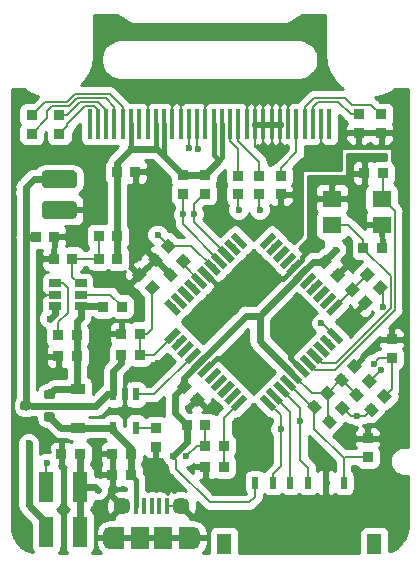
<source format=gtl>
G04 #@! TF.GenerationSoftware,KiCad,Pcbnew,5.0.2+dfsg1-1*
G04 #@! TF.CreationDate,2019-09-05T11:37:23+02:00*
G04 #@! TF.ProjectId,xling,786c696e-672e-46b6-9963-61645f706362,0.3*
G04 #@! TF.SameCoordinates,Original*
G04 #@! TF.FileFunction,Copper,L1,Top*
G04 #@! TF.FilePolarity,Positive*
%FSLAX46Y46*%
G04 Gerber Fmt 4.6, Leading zero omitted, Abs format (unit mm)*
G04 Created by KiCad (PCBNEW 5.0.2+dfsg1-1) date Thu 05 Sep 2019 11:37:23 CEST*
%MOMM*%
%LPD*%
G01*
G04 APERTURE LIST*
G04 #@! TA.AperFunction,SMDPad,CuDef*
%ADD10R,0.350000X2.500000*%
G04 #@! TD*
G04 #@! TA.AperFunction,Conductor*
%ADD11C,0.100000*%
G04 #@! TD*
G04 #@! TA.AperFunction,SMDPad,CuDef*
%ADD12C,1.500000*%
G04 #@! TD*
G04 #@! TA.AperFunction,SMDPad,CuDef*
%ADD13R,1.600000X1.400000*%
G04 #@! TD*
G04 #@! TA.AperFunction,SMDPad,CuDef*
%ADD14R,1.250000X2.650000*%
G04 #@! TD*
G04 #@! TA.AperFunction,SMDPad,CuDef*
%ADD15R,1.200000X0.900000*%
G04 #@! TD*
G04 #@! TA.AperFunction,SMDPad,CuDef*
%ADD16C,0.875000*%
G04 #@! TD*
G04 #@! TA.AperFunction,SMDPad,CuDef*
%ADD17R,0.950000X0.875000*%
G04 #@! TD*
G04 #@! TA.AperFunction,SMDPad,CuDef*
%ADD18R,0.875000X0.950000*%
G04 #@! TD*
G04 #@! TA.AperFunction,SMDPad,CuDef*
%ADD19C,0.550000*%
G04 #@! TD*
G04 #@! TA.AperFunction,SMDPad,CuDef*
%ADD20R,1.250000X1.800000*%
G04 #@! TD*
G04 #@! TA.AperFunction,SMDPad,CuDef*
%ADD21R,0.600000X1.000000*%
G04 #@! TD*
G04 #@! TA.AperFunction,SMDPad,CuDef*
%ADD22R,1.200000X1.900000*%
G04 #@! TD*
G04 #@! TA.AperFunction,ComponentPad*
%ADD23O,1.200000X1.900000*%
G04 #@! TD*
G04 #@! TA.AperFunction,SMDPad,CuDef*
%ADD24R,1.500000X1.900000*%
G04 #@! TD*
G04 #@! TA.AperFunction,ComponentPad*
%ADD25C,1.450000*%
G04 #@! TD*
G04 #@! TA.AperFunction,SMDPad,CuDef*
%ADD26R,0.400000X1.350000*%
G04 #@! TD*
G04 #@! TA.AperFunction,SMDPad,CuDef*
%ADD27C,0.800000*%
G04 #@! TD*
G04 #@! TA.AperFunction,SMDPad,CuDef*
%ADD28R,0.600000X1.100000*%
G04 #@! TD*
G04 #@! TA.AperFunction,SMDPad,CuDef*
%ADD29R,1.000000X0.700000*%
G04 #@! TD*
G04 #@! TA.AperFunction,ViaPad*
%ADD30C,0.600000*%
G04 #@! TD*
G04 #@! TA.AperFunction,Conductor*
%ADD31C,0.600000*%
G04 #@! TD*
G04 #@! TA.AperFunction,Conductor*
%ADD32C,0.200000*%
G04 #@! TD*
G04 #@! TA.AperFunction,Conductor*
%ADD33C,0.400000*%
G04 #@! TD*
G04 #@! TA.AperFunction,Conductor*
%ADD34C,0.254000*%
G04 #@! TD*
G04 APERTURE END LIST*
D10*
G04 #@! TO.P,U1,29*
G04 #@! TO.N,GND*
X79132000Y-49310000D03*
G04 #@! TO.P,U1,30*
G04 #@! TO.N,N/C*
X79832000Y-49310000D03*
G04 #@! TO.P,U1,20*
G04 #@! TO.N,GND*
X72832000Y-49310000D03*
G04 #@! TO.P,U1,27*
G04 #@! TO.N,Net-(C11-Pad1)*
X77732000Y-49310000D03*
G04 #@! TO.P,U1,28*
G04 #@! TO.N,Net-(C2-Pad1)*
X78432000Y-49310000D03*
G04 #@! TO.P,U1,26*
G04 #@! TO.N,Net-(R4-Pad2)*
X77032000Y-49310000D03*
G04 #@! TO.P,U1,25*
G04 #@! TO.N,GND*
X76332000Y-49310000D03*
G04 #@! TO.P,U1,24*
X75632000Y-49310000D03*
G04 #@! TO.P,U1,23*
X74932000Y-49310000D03*
G04 #@! TO.P,U1,22*
X74232000Y-49310000D03*
G04 #@! TO.P,U1,21*
X73532000Y-49310000D03*
G04 #@! TO.P,U1,19*
G04 #@! TO.N,Net-(R20-Pad2)*
X72132000Y-49310000D03*
G04 #@! TO.P,U1,18*
G04 #@! TO.N,Net-(R19-Pad2)*
X71432000Y-49310000D03*
G04 #@! TO.P,U1,17*
G04 #@! TO.N,+3V3*
X70732000Y-49310000D03*
G04 #@! TO.P,U1,16*
X70032000Y-49310000D03*
G04 #@! TO.P,U1,15*
G04 #@! TO.N,GND*
X69332000Y-49310000D03*
G04 #@! TO.P,U1,13*
G04 #@! TO.N,OLED_CS*
X67932000Y-49310000D03*
G04 #@! TO.P,U1,14*
G04 #@! TO.N,OLED_RST*
X68632000Y-49310000D03*
G04 #@! TO.P,U1,12*
G04 #@! TO.N,GND*
X67232000Y-49310000D03*
G04 #@! TO.P,U1,11*
X66532000Y-49310000D03*
G04 #@! TO.P,U1,10*
G04 #@! TO.N,+3V3*
X65832000Y-49310000D03*
G04 #@! TO.P,U1,9*
X65132000Y-49310000D03*
G04 #@! TO.P,U1,8*
G04 #@! TO.N,GND*
X64432000Y-49310000D03*
G04 #@! TO.P,U1,7*
G04 #@! TO.N,N/C*
X63732000Y-49310000D03*
G04 #@! TO.P,U1,6*
G04 #@! TO.N,+3V3*
X63032000Y-49310000D03*
G04 #@! TO.P,U1,5*
G04 #@! TO.N,Net-(C9-Pad2)*
X62332000Y-49310000D03*
G04 #@! TO.P,U1,4*
G04 #@! TO.N,Net-(C9-Pad1)*
X61632000Y-49310000D03*
G04 #@! TO.P,U1,3*
G04 #@! TO.N,Net-(C8-Pad2)*
X60932000Y-49310000D03*
G04 #@! TO.P,U1,2*
G04 #@! TO.N,Net-(C8-Pad1)*
X60232000Y-49310000D03*
G04 #@! TO.P,U1,1*
G04 #@! TO.N,N/C*
X59532000Y-49310000D03*
G04 #@! TD*
D11*
G04 #@! TO.N,/BAT*
G04 #@! TO.C,J3*
G36*
X58121256Y-53230306D02*
X58157659Y-53235706D01*
X58193357Y-53244647D01*
X58228006Y-53257045D01*
X58261274Y-53272780D01*
X58292839Y-53291699D01*
X58322397Y-53313621D01*
X58349665Y-53338335D01*
X58374379Y-53365603D01*
X58396301Y-53395161D01*
X58415220Y-53426726D01*
X58430955Y-53459994D01*
X58443353Y-53494643D01*
X58452294Y-53530341D01*
X58457694Y-53566744D01*
X58459500Y-53603500D01*
X58459500Y-54353500D01*
X58457694Y-54390256D01*
X58452294Y-54426659D01*
X58443353Y-54462357D01*
X58430955Y-54497006D01*
X58415220Y-54530274D01*
X58396301Y-54561839D01*
X58374379Y-54591397D01*
X58349665Y-54618665D01*
X58322397Y-54643379D01*
X58292839Y-54665301D01*
X58261274Y-54684220D01*
X58228006Y-54699955D01*
X58193357Y-54712353D01*
X58157659Y-54721294D01*
X58121256Y-54726694D01*
X58084500Y-54728500D01*
X55834500Y-54728500D01*
X55797744Y-54726694D01*
X55761341Y-54721294D01*
X55725643Y-54712353D01*
X55690994Y-54699955D01*
X55657726Y-54684220D01*
X55626161Y-54665301D01*
X55596603Y-54643379D01*
X55569335Y-54618665D01*
X55544621Y-54591397D01*
X55522699Y-54561839D01*
X55503780Y-54530274D01*
X55488045Y-54497006D01*
X55475647Y-54462357D01*
X55466706Y-54426659D01*
X55461306Y-54390256D01*
X55459500Y-54353500D01*
X55459500Y-53603500D01*
X55461306Y-53566744D01*
X55466706Y-53530341D01*
X55475647Y-53494643D01*
X55488045Y-53459994D01*
X55503780Y-53426726D01*
X55522699Y-53395161D01*
X55544621Y-53365603D01*
X55569335Y-53338335D01*
X55596603Y-53313621D01*
X55626161Y-53291699D01*
X55657726Y-53272780D01*
X55690994Y-53257045D01*
X55725643Y-53244647D01*
X55761341Y-53235706D01*
X55797744Y-53230306D01*
X55834500Y-53228500D01*
X58084500Y-53228500D01*
X58121256Y-53230306D01*
X58121256Y-53230306D01*
G37*
D12*
G04 #@! TD*
G04 #@! TO.P,J3,1*
G04 #@! TO.N,/BAT*
X56959500Y-53978500D03*
D11*
G04 #@! TO.N,GND*
G04 #@! TO.C,J3*
G36*
X58121256Y-55830306D02*
X58157659Y-55835706D01*
X58193357Y-55844647D01*
X58228006Y-55857045D01*
X58261274Y-55872780D01*
X58292839Y-55891699D01*
X58322397Y-55913621D01*
X58349665Y-55938335D01*
X58374379Y-55965603D01*
X58396301Y-55995161D01*
X58415220Y-56026726D01*
X58430955Y-56059994D01*
X58443353Y-56094643D01*
X58452294Y-56130341D01*
X58457694Y-56166744D01*
X58459500Y-56203500D01*
X58459500Y-56953500D01*
X58457694Y-56990256D01*
X58452294Y-57026659D01*
X58443353Y-57062357D01*
X58430955Y-57097006D01*
X58415220Y-57130274D01*
X58396301Y-57161839D01*
X58374379Y-57191397D01*
X58349665Y-57218665D01*
X58322397Y-57243379D01*
X58292839Y-57265301D01*
X58261274Y-57284220D01*
X58228006Y-57299955D01*
X58193357Y-57312353D01*
X58157659Y-57321294D01*
X58121256Y-57326694D01*
X58084500Y-57328500D01*
X55834500Y-57328500D01*
X55797744Y-57326694D01*
X55761341Y-57321294D01*
X55725643Y-57312353D01*
X55690994Y-57299955D01*
X55657726Y-57284220D01*
X55626161Y-57265301D01*
X55596603Y-57243379D01*
X55569335Y-57218665D01*
X55544621Y-57191397D01*
X55522699Y-57161839D01*
X55503780Y-57130274D01*
X55488045Y-57097006D01*
X55475647Y-57062357D01*
X55466706Y-57026659D01*
X55461306Y-56990256D01*
X55459500Y-56953500D01*
X55459500Y-56203500D01*
X55461306Y-56166744D01*
X55466706Y-56130341D01*
X55475647Y-56094643D01*
X55488045Y-56059994D01*
X55503780Y-56026726D01*
X55522699Y-55995161D01*
X55544621Y-55965603D01*
X55569335Y-55938335D01*
X55596603Y-55913621D01*
X55626161Y-55891699D01*
X55657726Y-55872780D01*
X55690994Y-55857045D01*
X55725643Y-55844647D01*
X55761341Y-55835706D01*
X55797744Y-55830306D01*
X55834500Y-55828500D01*
X58084500Y-55828500D01*
X58121256Y-55830306D01*
X58121256Y-55830306D01*
G37*
D12*
G04 #@! TD*
G04 #@! TO.P,J3,2*
G04 #@! TO.N,GND*
X56959500Y-56578500D03*
D13*
G04 #@! TO.P,Y1,1*
G04 #@! TO.N,Net-(C6-Pad2)*
X84242000Y-55642000D03*
G04 #@! TO.P,Y1,2*
G04 #@! TO.N,GND*
X80042000Y-55642000D03*
G04 #@! TO.P,Y1,3*
G04 #@! TO.N,Net-(C5-Pad2)*
X80042000Y-57842000D03*
G04 #@! TO.P,Y1,4*
G04 #@! TO.N,GND*
X84242000Y-57842000D03*
G04 #@! TD*
D14*
G04 #@! TO.P,L1,2*
G04 #@! TO.N,Net-(C1-Pad1)*
X55877000Y-80010000D03*
G04 #@! TO.P,L1,1*
G04 #@! TO.N,+3V3*
X58677000Y-80010000D03*
G04 #@! TD*
G04 #@! TO.P,L2,2*
G04 #@! TO.N,+3V3*
X58677000Y-83820000D03*
G04 #@! TO.P,L2,1*
G04 #@! TO.N,Net-(L2-Pad1)*
X55877000Y-83820000D03*
G04 #@! TD*
D15*
G04 #@! TO.P,D1,2*
G04 #@! TO.N,/USB*
X58547000Y-75056000D03*
G04 #@! TO.P,D1,1*
G04 #@! TO.N,/PWR*
X58547000Y-71756000D03*
G04 #@! TD*
D16*
G04 #@! TO.P,C1,2*
G04 #@! TO.N,GND*
X65102153Y-60754847D03*
D11*
G04 #@! TD*
G04 #@! TO.N,GND*
G04 #@! TO.C,C1*
G36*
X65075636Y-60109612D02*
X65747388Y-60781364D01*
X65128670Y-61400082D01*
X64456918Y-60728330D01*
X65075636Y-60109612D01*
X65075636Y-60109612D01*
G37*
D16*
G04 #@! TO.P,C1,1*
G04 #@! TO.N,Net-(C1-Pad1)*
X66215847Y-59641153D03*
D11*
G04 #@! TD*
G04 #@! TO.N,Net-(C1-Pad1)*
G04 #@! TO.C,C1*
G36*
X66189330Y-58995918D02*
X66861082Y-59667670D01*
X66242364Y-60286388D01*
X65570612Y-59614636D01*
X66189330Y-58995918D01*
X66189330Y-58995918D01*
G37*
D17*
G04 #@! TO.P,C2,2*
G04 #@! TO.N,GND*
X82296000Y-50063500D03*
G04 #@! TO.P,C2,1*
G04 #@! TO.N,Net-(C2-Pad1)*
X82296000Y-48488500D03*
G04 #@! TD*
D16*
G04 #@! TO.P,C3,2*
G04 #@! TO.N,GND*
X68628847Y-72629347D03*
D11*
G04 #@! TD*
G04 #@! TO.N,GND*
G04 #@! TO.C,C3*
G36*
X67983612Y-72655864D02*
X68655364Y-71984112D01*
X69274082Y-72602830D01*
X68602330Y-73274582D01*
X67983612Y-72655864D01*
X67983612Y-72655864D01*
G37*
D16*
G04 #@! TO.P,C3,1*
G04 #@! TO.N,+3V3*
X67515153Y-71515653D03*
D11*
G04 #@! TD*
G04 #@! TO.N,+3V3*
G04 #@! TO.C,C3*
G36*
X66869918Y-71542170D02*
X67541670Y-70870418D01*
X68160388Y-71489136D01*
X67488636Y-72160888D01*
X66869918Y-71542170D01*
X66869918Y-71542170D01*
G37*
D18*
G04 #@! TO.P,C5,2*
G04 #@! TO.N,Net-(C5-Pad2)*
X82715000Y-59817000D03*
G04 #@! TO.P,C5,1*
G04 #@! TO.N,GND*
X84290000Y-59817000D03*
G04 #@! TD*
G04 #@! TO.P,C6,2*
G04 #@! TO.N,Net-(C6-Pad2)*
X84353500Y-53467000D03*
G04 #@! TO.P,C6,1*
G04 #@! TO.N,GND*
X82778500Y-53467000D03*
G04 #@! TD*
D16*
G04 #@! TO.P,C7,2*
G04 #@! TO.N,GND*
X66372153Y-62024847D03*
D11*
G04 #@! TD*
G04 #@! TO.N,GND*
G04 #@! TO.C,C7*
G36*
X66345636Y-61379612D02*
X67017388Y-62051364D01*
X66398670Y-62670082D01*
X65726918Y-61998330D01*
X66345636Y-61379612D01*
X66345636Y-61379612D01*
G37*
D16*
G04 #@! TO.P,C7,1*
G04 #@! TO.N,Net-(C7-Pad1)*
X67485847Y-60911153D03*
D11*
G04 #@! TD*
G04 #@! TO.N,Net-(C7-Pad1)*
G04 #@! TO.C,C7*
G36*
X67459330Y-60265918D02*
X68131082Y-60937670D01*
X67512364Y-61556388D01*
X66840612Y-60884636D01*
X67459330Y-60265918D01*
X67459330Y-60265918D01*
G37*
D17*
G04 #@! TO.P,C8,2*
G04 #@! TO.N,Net-(C8-Pad2)*
X56959500Y-48552000D03*
G04 #@! TO.P,C8,1*
G04 #@! TO.N,Net-(C8-Pad1)*
X56959500Y-50127000D03*
G04 #@! TD*
G04 #@! TO.P,C9,2*
G04 #@! TO.N,Net-(C9-Pad2)*
X54610000Y-48552000D03*
G04 #@! TO.P,C9,1*
G04 #@! TO.N,Net-(C9-Pad1)*
X54610000Y-50127000D03*
G04 #@! TD*
D16*
G04 #@! TO.P,C10,2*
G04 #@! TO.N,GND*
X80503347Y-62088347D03*
D11*
G04 #@! TD*
G04 #@! TO.N,GND*
G04 #@! TO.C,C10*
G36*
X79858112Y-62114864D02*
X80529864Y-61443112D01*
X81148582Y-62061830D01*
X80476830Y-62733582D01*
X79858112Y-62114864D01*
X79858112Y-62114864D01*
G37*
D16*
G04 #@! TO.P,C10,1*
G04 #@! TO.N,+3V3*
X79389653Y-60974653D03*
D11*
G04 #@! TD*
G04 #@! TO.N,+3V3*
G04 #@! TO.C,C10*
G36*
X78744418Y-61001170D02*
X79416170Y-60329418D01*
X80034888Y-60948136D01*
X79363136Y-61619888D01*
X78744418Y-61001170D01*
X78744418Y-61001170D01*
G37*
D17*
G04 #@! TO.P,C11,2*
G04 #@! TO.N,GND*
X84201000Y-50063500D03*
G04 #@! TO.P,C11,1*
G04 #@! TO.N,Net-(C11-Pad1)*
X84201000Y-48488500D03*
G04 #@! TD*
G04 #@! TO.P,C12,2*
G04 #@! TO.N,GND*
X83058000Y-75920500D03*
G04 #@! TO.P,C12,1*
G04 #@! TO.N,RST*
X83058000Y-77495500D03*
G04 #@! TD*
D16*
G04 #@! TO.P,C13,2*
G04 #@! TO.N,GND*
X82852847Y-64437847D03*
D11*
G04 #@! TD*
G04 #@! TO.N,GND*
G04 #@! TO.C,C13*
G36*
X82207612Y-64464364D02*
X82879364Y-63792612D01*
X83498082Y-64411330D01*
X82826330Y-65083082D01*
X82207612Y-64464364D01*
X82207612Y-64464364D01*
G37*
D16*
G04 #@! TO.P,C13,1*
G04 #@! TO.N,BTN1*
X81739153Y-63324153D03*
D11*
G04 #@! TD*
G04 #@! TO.N,BTN1*
G04 #@! TO.C,C13*
G36*
X81093918Y-63350670D02*
X81765670Y-62678918D01*
X82384388Y-63297636D01*
X81712636Y-63969388D01*
X81093918Y-63350670D01*
X81093918Y-63350670D01*
G37*
D17*
G04 #@! TO.P,C14,2*
G04 #@! TO.N,GND*
X85090000Y-67538500D03*
G04 #@! TO.P,C14,1*
G04 #@! TO.N,BTN2*
X85090000Y-69113500D03*
G04 #@! TD*
D18*
G04 #@! TO.P,C15,2*
G04 #@! TO.N,GND*
X69316500Y-78333600D03*
G04 #@! TO.P,C15,1*
G04 #@! TO.N,BTN3*
X70891500Y-78333600D03*
G04 #@! TD*
G04 #@! TO.P,C16,2*
G04 #@! TO.N,Net-(C16-Pad2)*
X60299500Y-60706000D03*
G04 #@! TO.P,C16,1*
G04 #@! TO.N,+3V3*
X61874500Y-60706000D03*
G04 #@! TD*
G04 #@! TO.P,C17,2*
G04 #@! TO.N,GND*
X56540500Y-58864500D03*
G04 #@! TO.P,C17,1*
G04 #@! TO.N,/BAT*
X54965500Y-58864500D03*
G04 #@! TD*
G04 #@! TO.P,C18,2*
G04 #@! TO.N,GND*
X57124500Y-77216000D03*
G04 #@! TO.P,C18,1*
G04 #@! TO.N,+3V3*
X58699500Y-77216000D03*
G04 #@! TD*
G04 #@! TO.P,C19,2*
G04 #@! TO.N,GND*
X56870500Y-68961000D03*
G04 #@! TO.P,C19,1*
G04 #@! TO.N,/PWR*
X58445500Y-68961000D03*
G04 #@! TD*
G04 #@! TO.P,C20,2*
G04 #@! TO.N,GND*
X61442500Y-78994000D03*
G04 #@! TO.P,C20,1*
G04 #@! TO.N,/USB*
X63017500Y-78994000D03*
G04 #@! TD*
D16*
G04 #@! TO.P,C22,2*
G04 #@! TO.N,BAT_LVL*
X64818847Y-63167847D03*
D11*
G04 #@! TD*
G04 #@! TO.N,BAT_LVL*
G04 #@! TO.C,C22*
G36*
X64173612Y-63194364D02*
X64845364Y-62522612D01*
X65464082Y-63141330D01*
X64792330Y-63813082D01*
X64173612Y-63194364D01*
X64173612Y-63194364D01*
G37*
D16*
G04 #@! TO.P,C22,1*
G04 #@! TO.N,GND*
X63705153Y-62054153D03*
D11*
G04 #@! TD*
G04 #@! TO.N,GND*
G04 #@! TO.C,C22*
G36*
X63059918Y-62080670D02*
X63731670Y-61408918D01*
X64350388Y-62027636D01*
X63678636Y-62699388D01*
X63059918Y-62080670D01*
X63059918Y-62080670D01*
G37*
D17*
G04 #@! TO.P,R1,2*
G04 #@! TO.N,OLED_RST*
X69278500Y-55207000D03*
G04 #@! TO.P,R1,1*
G04 #@! TO.N,+3V3*
X69278500Y-53632000D03*
G04 #@! TD*
G04 #@! TO.P,R2,2*
G04 #@! TO.N,OLED_CS*
X67437000Y-55207000D03*
G04 #@! TO.P,R2,1*
G04 #@! TO.N,+3V3*
X67437000Y-53632000D03*
G04 #@! TD*
D16*
G04 #@! TO.P,R3,2*
G04 #@! TO.N,RST*
X78564153Y-73200847D03*
D11*
G04 #@! TD*
G04 #@! TO.N,RST*
G04 #@! TO.C,R3*
G36*
X78537636Y-72555612D02*
X79209388Y-73227364D01*
X78590670Y-73846082D01*
X77918918Y-73174330D01*
X78537636Y-72555612D01*
X78537636Y-72555612D01*
G37*
D16*
G04 #@! TO.P,R3,1*
G04 #@! TO.N,+3V3*
X79677847Y-72087153D03*
D11*
G04 #@! TD*
G04 #@! TO.N,+3V3*
G04 #@! TO.C,R3*
G36*
X79651330Y-71441918D02*
X80323082Y-72113670D01*
X79704364Y-72732388D01*
X79032612Y-72060636D01*
X79651330Y-71441918D01*
X79651330Y-71441918D01*
G37*
D17*
G04 #@! TO.P,R4,2*
G04 #@! TO.N,Net-(R4-Pad2)*
X75692000Y-53695500D03*
G04 #@! TO.P,R4,1*
G04 #@! TO.N,GND*
X75692000Y-55270500D03*
G04 #@! TD*
D16*
G04 #@! TO.P,R5,2*
G04 #@! TO.N,+3V3*
X82120153Y-72184847D03*
D11*
G04 #@! TD*
G04 #@! TO.N,+3V3*
G04 #@! TO.C,R5*
G36*
X82093636Y-71539612D02*
X82765388Y-72211364D01*
X82146670Y-72830082D01*
X81474918Y-72158330D01*
X82093636Y-71539612D01*
X82093636Y-71539612D01*
G37*
D16*
G04 #@! TO.P,R5,1*
G04 #@! TO.N,Net-(R5-Pad1)*
X83233847Y-71071153D03*
D11*
G04 #@! TD*
G04 #@! TO.N,Net-(R5-Pad1)*
G04 #@! TO.C,R5*
G36*
X83207330Y-70425918D02*
X83879082Y-71097670D01*
X83260364Y-71716388D01*
X82588612Y-71044636D01*
X83207330Y-70425918D01*
X83207330Y-70425918D01*
G37*
D16*
G04 #@! TO.P,R6,2*
G04 #@! TO.N,+3V3*
X79834153Y-74470847D03*
D11*
G04 #@! TD*
G04 #@! TO.N,+3V3*
G04 #@! TO.C,R6*
G36*
X79807636Y-73825612D02*
X80479388Y-74497364D01*
X79860670Y-75116082D01*
X79188918Y-74444330D01*
X79807636Y-73825612D01*
X79807636Y-73825612D01*
G37*
D16*
G04 #@! TO.P,R6,1*
G04 #@! TO.N,Net-(R6-Pad1)*
X80947847Y-73357153D03*
D11*
G04 #@! TD*
G04 #@! TO.N,Net-(R6-Pad1)*
G04 #@! TO.C,R6*
G36*
X80921330Y-72711918D02*
X81593082Y-73383670D01*
X80974364Y-74002388D01*
X80302612Y-73330636D01*
X80921330Y-72711918D01*
X80921330Y-72711918D01*
G37*
D18*
G04 #@! TO.P,R7,2*
G04 #@! TO.N,+3V3*
X67741700Y-74828400D03*
G04 #@! TO.P,R7,1*
G04 #@! TO.N,Net-(R10-Pad2)*
X69316700Y-74828400D03*
G04 #@! TD*
D16*
G04 #@! TO.P,R8,2*
G04 #@! TO.N,Net-(R5-Pad1)*
X84122847Y-63167847D03*
D11*
G04 #@! TD*
G04 #@! TO.N,Net-(R5-Pad1)*
G04 #@! TO.C,R8*
G36*
X83477612Y-63194364D02*
X84149364Y-62522612D01*
X84768082Y-63141330D01*
X84096330Y-63813082D01*
X83477612Y-63194364D01*
X83477612Y-63194364D01*
G37*
D16*
G04 #@! TO.P,R8,1*
G04 #@! TO.N,BTN1*
X83009153Y-62054153D03*
D11*
G04 #@! TD*
G04 #@! TO.N,BTN1*
G04 #@! TO.C,R8*
G36*
X82363918Y-62080670D02*
X83035670Y-61408918D01*
X83654388Y-62027636D01*
X82982636Y-62699388D01*
X82363918Y-62080670D01*
X82363918Y-62080670D01*
G37*
D16*
G04 #@! TO.P,R9,2*
G04 #@! TO.N,Net-(R6-Pad1)*
X83390153Y-73454847D03*
D11*
G04 #@! TD*
G04 #@! TO.N,Net-(R6-Pad1)*
G04 #@! TO.C,R9*
G36*
X83363636Y-72809612D02*
X84035388Y-73481364D01*
X83416670Y-74100082D01*
X82744918Y-73428330D01*
X83363636Y-72809612D01*
X83363636Y-72809612D01*
G37*
D16*
G04 #@! TO.P,R9,1*
G04 #@! TO.N,BTN2*
X84503847Y-72341153D03*
D11*
G04 #@! TD*
G04 #@! TO.N,BTN2*
G04 #@! TO.C,R9*
G36*
X84477330Y-71695918D02*
X85149082Y-72367670D01*
X84530364Y-72986388D01*
X83858612Y-72314636D01*
X84477330Y-71695918D01*
X84477330Y-71695918D01*
G37*
D18*
G04 #@! TO.P,R10,2*
G04 #@! TO.N,Net-(R10-Pad2)*
X69316500Y-76555600D03*
G04 #@! TO.P,R10,1*
G04 #@! TO.N,BTN3*
X70891500Y-76555600D03*
G04 #@! TD*
G04 #@! TO.P,R11,2*
G04 #@! TO.N,/PWR*
X58445500Y-67183000D03*
G04 #@! TO.P,R11,1*
G04 #@! TO.N,Net-(R11-Pad1)*
X56870500Y-67183000D03*
G04 #@! TD*
G04 #@! TO.P,R12,2*
G04 #@! TO.N,+3V3*
X61874500Y-58801000D03*
G04 #@! TO.P,R12,1*
G04 #@! TO.N,Net-(C16-Pad2)*
X60299500Y-58801000D03*
G04 #@! TD*
G04 #@! TO.P,R13,2*
G04 #@! TO.N,/PWR*
X60680500Y-64770000D03*
G04 #@! TO.P,R13,1*
G04 #@! TO.N,Net-(R13-Pad1)*
X62255500Y-64770000D03*
G04 #@! TD*
G04 #@! TO.P,R14,2*
G04 #@! TO.N,/BAT*
X62204500Y-68834000D03*
G04 #@! TO.P,R14,1*
G04 #@! TO.N,BAT_LVL*
X63779500Y-68834000D03*
G04 #@! TD*
G04 #@! TO.P,R15,2*
G04 #@! TO.N,/USB*
X63017500Y-77216000D03*
G04 #@! TO.P,R15,1*
G04 #@! TO.N,GND*
X61442500Y-77216000D03*
G04 #@! TD*
D17*
G04 #@! TO.P,R16,2*
G04 #@! TO.N,GND*
X65125600Y-76631900D03*
G04 #@! TO.P,R16,1*
G04 #@! TO.N,Net-(R16-Pad1)*
X65125600Y-75056900D03*
G04 #@! TD*
D18*
G04 #@! TO.P,R17,2*
G04 #@! TO.N,GND*
X62204500Y-67056000D03*
G04 #@! TO.P,R17,1*
G04 #@! TO.N,BAT_LVL*
X63779500Y-67056000D03*
G04 #@! TD*
G04 #@! TO.P,R18,2*
G04 #@! TO.N,Net-(C16-Pad2)*
X58064500Y-60706000D03*
G04 #@! TO.P,R18,1*
G04 #@! TO.N,GND*
X56489500Y-60706000D03*
G04 #@! TD*
D17*
G04 #@! TO.P,R19,2*
G04 #@! TO.N,Net-(R19-Pad2)*
X72117048Y-53673611D03*
G04 #@! TO.P,R19,1*
G04 #@! TO.N,SCK*
X72117048Y-55248611D03*
G04 #@! TD*
G04 #@! TO.P,R20,2*
G04 #@! TO.N,Net-(R20-Pad2)*
X73895048Y-53673611D03*
G04 #@! TO.P,R20,1*
G04 #@! TO.N,MOSI*
X73895048Y-55248611D03*
G04 #@! TD*
D19*
G04 #@! TO.P,U2,44*
G04 #@! TO.N,BTN3*
X72203918Y-72898936D03*
D11*
G04 #@! TD*
G04 #@! TO.N,BTN3*
G04 #@! TO.C,U2*
G36*
X72539794Y-72174152D02*
X72928702Y-72563060D01*
X71868042Y-73623720D01*
X71479134Y-73234812D01*
X72539794Y-72174152D01*
X72539794Y-72174152D01*
G37*
D19*
G04 #@! TO.P,U2,43*
G04 #@! TO.N,N/C*
X71638233Y-72333250D03*
D11*
G04 #@! TD*
G04 #@! TO.N,N/C*
G04 #@! TO.C,U2*
G36*
X71974109Y-71608466D02*
X72363017Y-71997374D01*
X71302357Y-73058034D01*
X70913449Y-72669126D01*
X71974109Y-71608466D01*
X71974109Y-71608466D01*
G37*
D19*
G04 #@! TO.P,U2,42*
G04 #@! TO.N,N/C*
X71072548Y-71767565D03*
D11*
G04 #@! TD*
G04 #@! TO.N,N/C*
G04 #@! TO.C,U2*
G36*
X71408424Y-71042781D02*
X71797332Y-71431689D01*
X70736672Y-72492349D01*
X70347764Y-72103441D01*
X71408424Y-71042781D01*
X71408424Y-71042781D01*
G37*
D19*
G04 #@! TO.P,U2,41*
G04 #@! TO.N,N/C*
X70506862Y-71201880D03*
D11*
G04 #@! TD*
G04 #@! TO.N,N/C*
G04 #@! TO.C,U2*
G36*
X70842738Y-70477096D02*
X71231646Y-70866004D01*
X70170986Y-71926664D01*
X69782078Y-71537756D01*
X70842738Y-70477096D01*
X70842738Y-70477096D01*
G37*
D19*
G04 #@! TO.P,U2,40*
G04 #@! TO.N,N/C*
X69941177Y-70636194D03*
D11*
G04 #@! TD*
G04 #@! TO.N,N/C*
G04 #@! TO.C,U2*
G36*
X70277053Y-69911410D02*
X70665961Y-70300318D01*
X69605301Y-71360978D01*
X69216393Y-70972070D01*
X70277053Y-69911410D01*
X70277053Y-69911410D01*
G37*
D19*
G04 #@! TO.P,U2,39*
G04 #@! TO.N,GND*
X69375491Y-70070509D03*
D11*
G04 #@! TD*
G04 #@! TO.N,GND*
G04 #@! TO.C,U2*
G36*
X69711367Y-69345725D02*
X70100275Y-69734633D01*
X69039615Y-70795293D01*
X68650707Y-70406385D01*
X69711367Y-69345725D01*
X69711367Y-69345725D01*
G37*
D19*
G04 #@! TO.P,U2,38*
G04 #@! TO.N,+3V3*
X68809806Y-69504823D03*
D11*
G04 #@! TD*
G04 #@! TO.N,+3V3*
G04 #@! TO.C,U2*
G36*
X69145682Y-68780039D02*
X69534590Y-69168947D01*
X68473930Y-70229607D01*
X68085022Y-69840699D01*
X69145682Y-68780039D01*
X69145682Y-68780039D01*
G37*
D19*
G04 #@! TO.P,U2,37*
G04 #@! TO.N,BAT_STAT*
X68244120Y-68939138D03*
D11*
G04 #@! TD*
G04 #@! TO.N,BAT_STAT*
G04 #@! TO.C,U2*
G36*
X68579996Y-68214354D02*
X68968904Y-68603262D01*
X67908244Y-69663922D01*
X67519336Y-69275014D01*
X68579996Y-68214354D01*
X68579996Y-68214354D01*
G37*
D19*
G04 #@! TO.P,U2,36*
G04 #@! TO.N,N/C*
X67678435Y-68373452D03*
D11*
G04 #@! TD*
G04 #@! TO.N,N/C*
G04 #@! TO.C,U2*
G36*
X68014311Y-67648668D02*
X68403219Y-68037576D01*
X67342559Y-69098236D01*
X66953651Y-68709328D01*
X68014311Y-67648668D01*
X68014311Y-67648668D01*
G37*
D19*
G04 #@! TO.P,U2,35*
G04 #@! TO.N,N/C*
X67112750Y-67807767D03*
D11*
G04 #@! TD*
G04 #@! TO.N,N/C*
G04 #@! TO.C,U2*
G36*
X67448626Y-67082983D02*
X67837534Y-67471891D01*
X66776874Y-68532551D01*
X66387966Y-68143643D01*
X67448626Y-67082983D01*
X67448626Y-67082983D01*
G37*
D19*
G04 #@! TO.P,U2,34*
G04 #@! TO.N,BAT_LVL*
X66547064Y-67242082D03*
D11*
G04 #@! TD*
G04 #@! TO.N,BAT_LVL*
G04 #@! TO.C,U2*
G36*
X66882940Y-66517298D02*
X67271848Y-66906206D01*
X66211188Y-67966866D01*
X65822280Y-67577958D01*
X66882940Y-66517298D01*
X66882940Y-66517298D01*
G37*
D19*
G04 #@! TO.P,U2,33*
G04 #@! TO.N,N/C*
X66547064Y-64837918D03*
D11*
G04 #@! TD*
G04 #@! TO.N,N/C*
G04 #@! TO.C,U2*
G36*
X67271848Y-65173794D02*
X66882940Y-65562702D01*
X65822280Y-64502042D01*
X66211188Y-64113134D01*
X67271848Y-65173794D01*
X67271848Y-65173794D01*
G37*
D19*
G04 #@! TO.P,U2,32*
G04 #@! TO.N,N/C*
X67112750Y-64272233D03*
D11*
G04 #@! TD*
G04 #@! TO.N,N/C*
G04 #@! TO.C,U2*
G36*
X67837534Y-64608109D02*
X67448626Y-64997017D01*
X66387966Y-63936357D01*
X66776874Y-63547449D01*
X67837534Y-64608109D01*
X67837534Y-64608109D01*
G37*
D19*
G04 #@! TO.P,U2,31*
G04 #@! TO.N,N/C*
X67678435Y-63706548D03*
D11*
G04 #@! TD*
G04 #@! TO.N,N/C*
G04 #@! TO.C,U2*
G36*
X68403219Y-64042424D02*
X68014311Y-64431332D01*
X66953651Y-63370672D01*
X67342559Y-62981764D01*
X68403219Y-64042424D01*
X68403219Y-64042424D01*
G37*
D19*
G04 #@! TO.P,U2,30*
G04 #@! TO.N,N/C*
X68244120Y-63140862D03*
D11*
G04 #@! TD*
G04 #@! TO.N,N/C*
G04 #@! TO.C,U2*
G36*
X68968904Y-63476738D02*
X68579996Y-63865646D01*
X67519336Y-62804986D01*
X67908244Y-62416078D01*
X68968904Y-63476738D01*
X68968904Y-63476738D01*
G37*
D19*
G04 #@! TO.P,U2,29*
G04 #@! TO.N,Net-(C7-Pad1)*
X68809806Y-62575177D03*
D11*
G04 #@! TD*
G04 #@! TO.N,Net-(C7-Pad1)*
G04 #@! TO.C,U2*
G36*
X69534590Y-62911053D02*
X69145682Y-63299961D01*
X68085022Y-62239301D01*
X68473930Y-61850393D01*
X69534590Y-62911053D01*
X69534590Y-62911053D01*
G37*
D19*
G04 #@! TO.P,U2,28*
G04 #@! TO.N,GND*
X69375491Y-62009491D03*
D11*
G04 #@! TD*
G04 #@! TO.N,GND*
G04 #@! TO.C,U2*
G36*
X70100275Y-62345367D02*
X69711367Y-62734275D01*
X68650707Y-61673615D01*
X69039615Y-61284707D01*
X70100275Y-62345367D01*
X70100275Y-62345367D01*
G37*
D19*
G04 #@! TO.P,U2,27*
G04 #@! TO.N,Net-(C1-Pad1)*
X69941177Y-61443806D03*
D11*
G04 #@! TD*
G04 #@! TO.N,Net-(C1-Pad1)*
G04 #@! TO.C,U2*
G36*
X70665961Y-61779682D02*
X70277053Y-62168590D01*
X69216393Y-61107930D01*
X69605301Y-60719022D01*
X70665961Y-61779682D01*
X70665961Y-61779682D01*
G37*
D19*
G04 #@! TO.P,U2,26*
G04 #@! TO.N,OLED_CS*
X70506862Y-60878120D03*
D11*
G04 #@! TD*
G04 #@! TO.N,OLED_CS*
G04 #@! TO.C,U2*
G36*
X71231646Y-61213996D02*
X70842738Y-61602904D01*
X69782078Y-60542244D01*
X70170986Y-60153336D01*
X71231646Y-61213996D01*
X71231646Y-61213996D01*
G37*
D19*
G04 #@! TO.P,U2,25*
G04 #@! TO.N,OLED_RST*
X71072548Y-60312435D03*
D11*
G04 #@! TD*
G04 #@! TO.N,OLED_RST*
G04 #@! TO.C,U2*
G36*
X71797332Y-60648311D02*
X71408424Y-61037219D01*
X70347764Y-59976559D01*
X70736672Y-59587651D01*
X71797332Y-60648311D01*
X71797332Y-60648311D01*
G37*
D19*
G04 #@! TO.P,U2,24*
G04 #@! TO.N,N/C*
X71638233Y-59746750D03*
D11*
G04 #@! TD*
G04 #@! TO.N,N/C*
G04 #@! TO.C,U2*
G36*
X72363017Y-60082626D02*
X71974109Y-60471534D01*
X70913449Y-59410874D01*
X71302357Y-59021966D01*
X72363017Y-60082626D01*
X72363017Y-60082626D01*
G37*
D19*
G04 #@! TO.P,U2,23*
G04 #@! TO.N,N/C*
X72203918Y-59181064D03*
D11*
G04 #@! TD*
G04 #@! TO.N,N/C*
G04 #@! TO.C,U2*
G36*
X72928702Y-59516940D02*
X72539794Y-59905848D01*
X71479134Y-58845188D01*
X71868042Y-58456280D01*
X72928702Y-59516940D01*
X72928702Y-59516940D01*
G37*
D19*
G04 #@! TO.P,U2,22*
G04 #@! TO.N,N/C*
X74608082Y-59181064D03*
D11*
G04 #@! TD*
G04 #@! TO.N,N/C*
G04 #@! TO.C,U2*
G36*
X74943958Y-58456280D02*
X75332866Y-58845188D01*
X74272206Y-59905848D01*
X73883298Y-59516940D01*
X74943958Y-58456280D01*
X74943958Y-58456280D01*
G37*
D19*
G04 #@! TO.P,U2,21*
G04 #@! TO.N,N/C*
X75173767Y-59746750D03*
D11*
G04 #@! TD*
G04 #@! TO.N,N/C*
G04 #@! TO.C,U2*
G36*
X75509643Y-59021966D02*
X75898551Y-59410874D01*
X74837891Y-60471534D01*
X74448983Y-60082626D01*
X75509643Y-59021966D01*
X75509643Y-59021966D01*
G37*
D19*
G04 #@! TO.P,U2,20*
G04 #@! TO.N,N/C*
X75739452Y-60312435D03*
D11*
G04 #@! TD*
G04 #@! TO.N,N/C*
G04 #@! TO.C,U2*
G36*
X76075328Y-59587651D02*
X76464236Y-59976559D01*
X75403576Y-61037219D01*
X75014668Y-60648311D01*
X76075328Y-59587651D01*
X76075328Y-59587651D01*
G37*
D19*
G04 #@! TO.P,U2,19*
G04 #@! TO.N,N/C*
X76305138Y-60878120D03*
D11*
G04 #@! TD*
G04 #@! TO.N,N/C*
G04 #@! TO.C,U2*
G36*
X76641014Y-60153336D02*
X77029922Y-60542244D01*
X75969262Y-61602904D01*
X75580354Y-61213996D01*
X76641014Y-60153336D01*
X76641014Y-60153336D01*
G37*
D19*
G04 #@! TO.P,U2,18*
G04 #@! TO.N,GND*
X76870823Y-61443806D03*
D11*
G04 #@! TD*
G04 #@! TO.N,GND*
G04 #@! TO.C,U2*
G36*
X77206699Y-60719022D02*
X77595607Y-61107930D01*
X76534947Y-62168590D01*
X76146039Y-61779682D01*
X77206699Y-60719022D01*
X77206699Y-60719022D01*
G37*
D19*
G04 #@! TO.P,U2,17*
G04 #@! TO.N,+3V3*
X77436509Y-62009491D03*
D11*
G04 #@! TD*
G04 #@! TO.N,+3V3*
G04 #@! TO.C,U2*
G36*
X77772385Y-61284707D02*
X78161293Y-61673615D01*
X77100633Y-62734275D01*
X76711725Y-62345367D01*
X77772385Y-61284707D01*
X77772385Y-61284707D01*
G37*
D19*
G04 #@! TO.P,U2,16*
G04 #@! TO.N,N/C*
X78002194Y-62575177D03*
D11*
G04 #@! TD*
G04 #@! TO.N,N/C*
G04 #@! TO.C,U2*
G36*
X78338070Y-61850393D02*
X78726978Y-62239301D01*
X77666318Y-63299961D01*
X77277410Y-62911053D01*
X78338070Y-61850393D01*
X78338070Y-61850393D01*
G37*
D19*
G04 #@! TO.P,U2,15*
G04 #@! TO.N,N/C*
X78567880Y-63140862D03*
D11*
G04 #@! TD*
G04 #@! TO.N,N/C*
G04 #@! TO.C,U2*
G36*
X78903756Y-62416078D02*
X79292664Y-62804986D01*
X78232004Y-63865646D01*
X77843096Y-63476738D01*
X78903756Y-62416078D01*
X78903756Y-62416078D01*
G37*
D19*
G04 #@! TO.P,U2,14*
G04 #@! TO.N,N/C*
X79133565Y-63706548D03*
D11*
G04 #@! TD*
G04 #@! TO.N,N/C*
G04 #@! TO.C,U2*
G36*
X79469441Y-62981764D02*
X79858349Y-63370672D01*
X78797689Y-64431332D01*
X78408781Y-64042424D01*
X79469441Y-62981764D01*
X79469441Y-62981764D01*
G37*
D19*
G04 #@! TO.P,U2,13*
G04 #@! TO.N,N/C*
X79699250Y-64272233D03*
D11*
G04 #@! TD*
G04 #@! TO.N,N/C*
G04 #@! TO.C,U2*
G36*
X80035126Y-63547449D02*
X80424034Y-63936357D01*
X79363374Y-64997017D01*
X78974466Y-64608109D01*
X80035126Y-63547449D01*
X80035126Y-63547449D01*
G37*
D19*
G04 #@! TO.P,U2,12*
G04 #@! TO.N,BTN1*
X80264936Y-64837918D03*
D11*
G04 #@! TD*
G04 #@! TO.N,BTN1*
G04 #@! TO.C,U2*
G36*
X80600812Y-64113134D02*
X80989720Y-64502042D01*
X79929060Y-65562702D01*
X79540152Y-65173794D01*
X80600812Y-64113134D01*
X80600812Y-64113134D01*
G37*
D19*
G04 #@! TO.P,U2,11*
G04 #@! TO.N,BTN2*
X80264936Y-67242082D03*
D11*
G04 #@! TD*
G04 #@! TO.N,BTN2*
G04 #@! TO.C,U2*
G36*
X80989720Y-67577958D02*
X80600812Y-67966866D01*
X79540152Y-66906206D01*
X79929060Y-66517298D01*
X80989720Y-67577958D01*
X80989720Y-67577958D01*
G37*
D19*
G04 #@! TO.P,U2,10*
G04 #@! TO.N,N/C*
X79699250Y-67807767D03*
D11*
G04 #@! TD*
G04 #@! TO.N,N/C*
G04 #@! TO.C,U2*
G36*
X80424034Y-68143643D02*
X80035126Y-68532551D01*
X78974466Y-67471891D01*
X79363374Y-67082983D01*
X80424034Y-68143643D01*
X80424034Y-68143643D01*
G37*
D19*
G04 #@! TO.P,U2,9*
G04 #@! TO.N,N/C*
X79133565Y-68373452D03*
D11*
G04 #@! TD*
G04 #@! TO.N,N/C*
G04 #@! TO.C,U2*
G36*
X79858349Y-68709328D02*
X79469441Y-69098236D01*
X78408781Y-68037576D01*
X78797689Y-67648668D01*
X79858349Y-68709328D01*
X79858349Y-68709328D01*
G37*
D19*
G04 #@! TO.P,U2,8*
G04 #@! TO.N,Net-(C5-Pad2)*
X78567880Y-68939138D03*
D11*
G04 #@! TD*
G04 #@! TO.N,Net-(C5-Pad2)*
G04 #@! TO.C,U2*
G36*
X79292664Y-69275014D02*
X78903756Y-69663922D01*
X77843096Y-68603262D01*
X78232004Y-68214354D01*
X79292664Y-69275014D01*
X79292664Y-69275014D01*
G37*
D19*
G04 #@! TO.P,U2,7*
G04 #@! TO.N,Net-(C6-Pad2)*
X78002194Y-69504823D03*
D11*
G04 #@! TD*
G04 #@! TO.N,Net-(C6-Pad2)*
G04 #@! TO.C,U2*
G36*
X78726978Y-69840699D02*
X78338070Y-70229607D01*
X77277410Y-69168947D01*
X77666318Y-68780039D01*
X78726978Y-69840699D01*
X78726978Y-69840699D01*
G37*
D19*
G04 #@! TO.P,U2,6*
G04 #@! TO.N,GND*
X77436509Y-70070509D03*
D11*
G04 #@! TD*
G04 #@! TO.N,GND*
G04 #@! TO.C,U2*
G36*
X78161293Y-70406385D02*
X77772385Y-70795293D01*
X76711725Y-69734633D01*
X77100633Y-69345725D01*
X78161293Y-70406385D01*
X78161293Y-70406385D01*
G37*
D19*
G04 #@! TO.P,U2,5*
G04 #@! TO.N,+3V3*
X76870823Y-70636194D03*
D11*
G04 #@! TD*
G04 #@! TO.N,+3V3*
G04 #@! TO.C,U2*
G36*
X77595607Y-70972070D02*
X77206699Y-71360978D01*
X76146039Y-70300318D01*
X76534947Y-69911410D01*
X77595607Y-70972070D01*
X77595607Y-70972070D01*
G37*
D19*
G04 #@! TO.P,U2,4*
G04 #@! TO.N,RST*
X76305138Y-71201880D03*
D11*
G04 #@! TD*
G04 #@! TO.N,RST*
G04 #@! TO.C,U2*
G36*
X77029922Y-71537756D02*
X76641014Y-71926664D01*
X75580354Y-70866004D01*
X75969262Y-70477096D01*
X77029922Y-71537756D01*
X77029922Y-71537756D01*
G37*
D19*
G04 #@! TO.P,U2,3*
G04 #@! TO.N,SCK*
X75739452Y-71767565D03*
D11*
G04 #@! TD*
G04 #@! TO.N,SCK*
G04 #@! TO.C,U2*
G36*
X76464236Y-72103441D02*
X76075328Y-72492349D01*
X75014668Y-71431689D01*
X75403576Y-71042781D01*
X76464236Y-72103441D01*
X76464236Y-72103441D01*
G37*
D19*
G04 #@! TO.P,U2,2*
G04 #@! TO.N,MISO*
X75173767Y-72333250D03*
D11*
G04 #@! TD*
G04 #@! TO.N,MISO*
G04 #@! TO.C,U2*
G36*
X75898551Y-72669126D02*
X75509643Y-73058034D01*
X74448983Y-71997374D01*
X74837891Y-71608466D01*
X75898551Y-72669126D01*
X75898551Y-72669126D01*
G37*
D19*
G04 #@! TO.P,U2,1*
G04 #@! TO.N,MOSI*
X74608082Y-72898936D03*
D11*
G04 #@! TD*
G04 #@! TO.N,MOSI*
G04 #@! TO.C,U2*
G36*
X75332866Y-73234812D02*
X74943958Y-73623720D01*
X73883298Y-72563060D01*
X74272206Y-72174152D01*
X75332866Y-73234812D01*
X75332866Y-73234812D01*
G37*
D20*
G04 #@! TO.P,J1,MP*
G04 #@! TO.N,N/C*
X70927000Y-84855000D03*
X83637000Y-84855000D03*
D21*
G04 #@! TO.P,J1,6*
G04 #@! TO.N,+3V3*
X73532000Y-79665000D03*
G04 #@! TO.P,J1,5*
G04 #@! TO.N,MOSI*
X75032000Y-79665000D03*
G04 #@! TO.P,J1,4*
G04 #@! TO.N,MISO*
X76532000Y-79665000D03*
G04 #@! TO.P,J1,3*
G04 #@! TO.N,SCK*
X78032000Y-79665000D03*
G04 #@! TO.P,J1,2*
G04 #@! TO.N,GND*
X79532000Y-79665000D03*
G04 #@! TO.P,J1,1*
G04 #@! TO.N,RST*
X81032000Y-79665000D03*
G04 #@! TD*
D22*
G04 #@! TO.P,J2,6*
G04 #@! TO.N,GND*
X61882000Y-84347500D03*
X67682000Y-84347500D03*
D23*
X68282000Y-84347500D03*
X61282000Y-84347500D03*
D24*
X63782000Y-84347500D03*
D25*
X67282000Y-81647500D03*
D26*
G04 #@! TO.P,J2,3*
G04 #@! TO.N,N/C*
X64782000Y-81647500D03*
G04 #@! TO.P,J2,4*
X65432000Y-81647500D03*
G04 #@! TO.P,J2,5*
G04 #@! TO.N,GND*
X66082000Y-81647500D03*
G04 #@! TO.P,J2,1*
G04 #@! TO.N,/USB*
X63482000Y-81647500D03*
G04 #@! TO.P,J2,2*
G04 #@! TO.N,N/C*
X64132000Y-81647500D03*
D25*
G04 #@! TO.P,J2,6*
G04 #@! TO.N,GND*
X62282000Y-81647500D03*
D24*
X65782000Y-84347500D03*
G04 #@! TD*
D11*
G04 #@! TO.N,/BAT*
G04 #@! TO.C,Q1*
G36*
X54387603Y-72752963D02*
X54407018Y-72755843D01*
X54426057Y-72760612D01*
X54444537Y-72767224D01*
X54462279Y-72775616D01*
X54479114Y-72785706D01*
X54494879Y-72797398D01*
X54509421Y-72810579D01*
X54522602Y-72825121D01*
X54534294Y-72840886D01*
X54544384Y-72857721D01*
X54552776Y-72875463D01*
X54559388Y-72893943D01*
X54564157Y-72912982D01*
X54567037Y-72932397D01*
X54568000Y-72952000D01*
X54568000Y-73352000D01*
X54567037Y-73371603D01*
X54564157Y-73391018D01*
X54559388Y-73410057D01*
X54552776Y-73428537D01*
X54544384Y-73446279D01*
X54534294Y-73463114D01*
X54522602Y-73478879D01*
X54509421Y-73493421D01*
X54494879Y-73506602D01*
X54479114Y-73518294D01*
X54462279Y-73528384D01*
X54444537Y-73536776D01*
X54426057Y-73543388D01*
X54407018Y-73548157D01*
X54387603Y-73551037D01*
X54368000Y-73552000D01*
X53868000Y-73552000D01*
X53848397Y-73551037D01*
X53828982Y-73548157D01*
X53809943Y-73543388D01*
X53791463Y-73536776D01*
X53773721Y-73528384D01*
X53756886Y-73518294D01*
X53741121Y-73506602D01*
X53726579Y-73493421D01*
X53713398Y-73478879D01*
X53701706Y-73463114D01*
X53691616Y-73446279D01*
X53683224Y-73428537D01*
X53676612Y-73410057D01*
X53671843Y-73391018D01*
X53668963Y-73371603D01*
X53668000Y-73352000D01*
X53668000Y-72952000D01*
X53668963Y-72932397D01*
X53671843Y-72912982D01*
X53676612Y-72893943D01*
X53683224Y-72875463D01*
X53691616Y-72857721D01*
X53701706Y-72840886D01*
X53713398Y-72825121D01*
X53726579Y-72810579D01*
X53741121Y-72797398D01*
X53756886Y-72785706D01*
X53773721Y-72775616D01*
X53791463Y-72767224D01*
X53809943Y-72760612D01*
X53828982Y-72755843D01*
X53848397Y-72752963D01*
X53868000Y-72752000D01*
X54368000Y-72752000D01*
X54387603Y-72752963D01*
X54387603Y-72752963D01*
G37*
D27*
G04 #@! TD*
G04 #@! TO.P,Q1,3*
G04 #@! TO.N,/BAT*
X54118000Y-73152000D03*
D11*
G04 #@! TO.N,/PWR*
G04 #@! TO.C,Q1*
G36*
X56387603Y-71802963D02*
X56407018Y-71805843D01*
X56426057Y-71810612D01*
X56444537Y-71817224D01*
X56462279Y-71825616D01*
X56479114Y-71835706D01*
X56494879Y-71847398D01*
X56509421Y-71860579D01*
X56522602Y-71875121D01*
X56534294Y-71890886D01*
X56544384Y-71907721D01*
X56552776Y-71925463D01*
X56559388Y-71943943D01*
X56564157Y-71962982D01*
X56567037Y-71982397D01*
X56568000Y-72002000D01*
X56568000Y-72402000D01*
X56567037Y-72421603D01*
X56564157Y-72441018D01*
X56559388Y-72460057D01*
X56552776Y-72478537D01*
X56544384Y-72496279D01*
X56534294Y-72513114D01*
X56522602Y-72528879D01*
X56509421Y-72543421D01*
X56494879Y-72556602D01*
X56479114Y-72568294D01*
X56462279Y-72578384D01*
X56444537Y-72586776D01*
X56426057Y-72593388D01*
X56407018Y-72598157D01*
X56387603Y-72601037D01*
X56368000Y-72602000D01*
X55868000Y-72602000D01*
X55848397Y-72601037D01*
X55828982Y-72598157D01*
X55809943Y-72593388D01*
X55791463Y-72586776D01*
X55773721Y-72578384D01*
X55756886Y-72568294D01*
X55741121Y-72556602D01*
X55726579Y-72543421D01*
X55713398Y-72528879D01*
X55701706Y-72513114D01*
X55691616Y-72496279D01*
X55683224Y-72478537D01*
X55676612Y-72460057D01*
X55671843Y-72441018D01*
X55668963Y-72421603D01*
X55668000Y-72402000D01*
X55668000Y-72002000D01*
X55668963Y-71982397D01*
X55671843Y-71962982D01*
X55676612Y-71943943D01*
X55683224Y-71925463D01*
X55691616Y-71907721D01*
X55701706Y-71890886D01*
X55713398Y-71875121D01*
X55726579Y-71860579D01*
X55741121Y-71847398D01*
X55756886Y-71835706D01*
X55773721Y-71825616D01*
X55791463Y-71817224D01*
X55809943Y-71810612D01*
X55828982Y-71805843D01*
X55848397Y-71802963D01*
X55868000Y-71802000D01*
X56368000Y-71802000D01*
X56387603Y-71802963D01*
X56387603Y-71802963D01*
G37*
D27*
G04 #@! TD*
G04 #@! TO.P,Q1,2*
G04 #@! TO.N,/PWR*
X56118000Y-72202000D03*
D11*
G04 #@! TO.N,/USB*
G04 #@! TO.C,Q1*
G36*
X56387603Y-73702963D02*
X56407018Y-73705843D01*
X56426057Y-73710612D01*
X56444537Y-73717224D01*
X56462279Y-73725616D01*
X56479114Y-73735706D01*
X56494879Y-73747398D01*
X56509421Y-73760579D01*
X56522602Y-73775121D01*
X56534294Y-73790886D01*
X56544384Y-73807721D01*
X56552776Y-73825463D01*
X56559388Y-73843943D01*
X56564157Y-73862982D01*
X56567037Y-73882397D01*
X56568000Y-73902000D01*
X56568000Y-74302000D01*
X56567037Y-74321603D01*
X56564157Y-74341018D01*
X56559388Y-74360057D01*
X56552776Y-74378537D01*
X56544384Y-74396279D01*
X56534294Y-74413114D01*
X56522602Y-74428879D01*
X56509421Y-74443421D01*
X56494879Y-74456602D01*
X56479114Y-74468294D01*
X56462279Y-74478384D01*
X56444537Y-74486776D01*
X56426057Y-74493388D01*
X56407018Y-74498157D01*
X56387603Y-74501037D01*
X56368000Y-74502000D01*
X55868000Y-74502000D01*
X55848397Y-74501037D01*
X55828982Y-74498157D01*
X55809943Y-74493388D01*
X55791463Y-74486776D01*
X55773721Y-74478384D01*
X55756886Y-74468294D01*
X55741121Y-74456602D01*
X55726579Y-74443421D01*
X55713398Y-74428879D01*
X55701706Y-74413114D01*
X55691616Y-74396279D01*
X55683224Y-74378537D01*
X55676612Y-74360057D01*
X55671843Y-74341018D01*
X55668963Y-74321603D01*
X55668000Y-74302000D01*
X55668000Y-73902000D01*
X55668963Y-73882397D01*
X55671843Y-73862982D01*
X55676612Y-73843943D01*
X55683224Y-73825463D01*
X55691616Y-73807721D01*
X55701706Y-73790886D01*
X55713398Y-73775121D01*
X55726579Y-73760579D01*
X55741121Y-73747398D01*
X55756886Y-73735706D01*
X55773721Y-73725616D01*
X55791463Y-73717224D01*
X55809943Y-73710612D01*
X55828982Y-73705843D01*
X55848397Y-73702963D01*
X55868000Y-73702000D01*
X56368000Y-73702000D01*
X56387603Y-73702963D01*
X56387603Y-73702963D01*
G37*
D27*
G04 #@! TD*
G04 #@! TO.P,Q1,1*
G04 #@! TO.N,/USB*
X56118000Y-74102000D03*
D28*
G04 #@! TO.P,U3,4*
G04 #@! TO.N,/USB*
X61534000Y-75010000D03*
G04 #@! TO.P,U3,3*
G04 #@! TO.N,/BAT*
X61534000Y-72210000D03*
G04 #@! TO.P,U3,2*
G04 #@! TO.N,GND*
X62484000Y-72210000D03*
G04 #@! TO.P,U3,1*
G04 #@! TO.N,BAT_STAT*
X63434000Y-72210000D03*
G04 #@! TO.P,U3,5*
G04 #@! TO.N,Net-(R16-Pad1)*
X63434000Y-75010000D03*
G04 #@! TD*
D29*
G04 #@! TO.P,U4,5*
G04 #@! TO.N,Net-(R13-Pad1)*
X58757500Y-63754000D03*
G04 #@! TO.P,U4,6*
G04 #@! TO.N,Net-(C16-Pad2)*
X58757500Y-62804000D03*
G04 #@! TO.P,U4,4*
G04 #@! TO.N,/PWR*
X58757500Y-64704000D03*
G04 #@! TO.P,U4,3*
G04 #@! TO.N,Net-(L2-Pad1)*
X56558500Y-64704000D03*
G04 #@! TO.P,U4,2*
G04 #@! TO.N,GND*
X56558500Y-63754000D03*
G04 #@! TO.P,U4,1*
G04 #@! TO.N,Net-(R11-Pad1)*
X56558500Y-62804000D03*
G04 #@! TD*
D16*
G04 #@! TO.P,C4,1*
G04 #@! TO.N,+3V3*
X80850153Y-70914847D03*
D11*
G04 #@! TD*
G04 #@! TO.N,+3V3*
G04 #@! TO.C,C4*
G36*
X80876670Y-71560082D02*
X80204918Y-70888330D01*
X80823636Y-70269612D01*
X81495388Y-70941364D01*
X80876670Y-71560082D01*
X80876670Y-71560082D01*
G37*
D16*
G04 #@! TO.P,C4,2*
G04 #@! TO.N,GND*
X81963847Y-69801153D03*
D11*
G04 #@! TD*
G04 #@! TO.N,GND*
G04 #@! TO.C,C4*
G36*
X81990364Y-70446388D02*
X81318612Y-69774636D01*
X81937330Y-69155918D01*
X82609082Y-69827670D01*
X81990364Y-70446388D01*
X81990364Y-70446388D01*
G37*
D18*
G04 #@! TO.P,C21,1*
G04 #@! TO.N,+3V3*
X61823500Y-53340000D03*
G04 #@! TO.P,C21,2*
G04 #@! TO.N,GND*
X63398500Y-53340000D03*
G04 #@! TD*
D30*
G04 #@! TO.N,+3V3*
X70485000Y-52387500D03*
X60248800Y-80314800D03*
X66548000Y-77419200D03*
X62992000Y-51435000D03*
X80391000Y-59944000D03*
G04 #@! TO.N,GND*
X70485000Y-63119000D03*
X75057000Y-62420500D03*
X76517500Y-68262500D03*
X70929500Y-69151500D03*
X78359000Y-40259000D03*
X69900800Y-73355200D03*
X53086000Y-57150000D03*
X53086000Y-62230000D03*
X53086000Y-67310000D03*
X53086000Y-72390000D03*
X53086000Y-77470000D03*
X53086000Y-82550000D03*
X57277000Y-85344000D03*
X53086000Y-52070000D03*
X53086000Y-46609000D03*
X59436000Y-45593000D03*
X60833000Y-40259000D03*
X80111600Y-45872400D03*
X86207600Y-46634400D03*
X72644000Y-41021000D03*
X66675000Y-41021000D03*
X86233000Y-50800000D03*
X86233000Y-66040000D03*
X86233000Y-71120000D03*
X86233000Y-76200000D03*
X86233000Y-80010000D03*
X72390000Y-85344000D03*
X66192400Y-79857600D03*
X65341500Y-69532500D03*
X81534000Y-65913000D03*
X73914000Y-75133200D03*
X85217000Y-85090000D03*
X86233000Y-60960000D03*
X86233000Y-55880000D03*
X81788000Y-61595000D03*
X63119000Y-55245000D03*
X63119000Y-57404000D03*
X63754000Y-64516000D03*
X60198000Y-68834000D03*
G04 #@! TO.N,Net-(R6-Pad1)*
X82169000Y-74041000D03*
G04 #@! TO.N,Net-(L2-Pad1)*
X56134000Y-65786000D03*
X54356000Y-76327000D03*
G04 #@! TO.N,Net-(R5-Pad1)*
X84328000Y-64770000D03*
X84201000Y-70104000D03*
G04 #@! TO.N,Net-(R10-Pad2)*
X67716400Y-77419200D03*
G04 #@! TO.N,Net-(C1-Pad1)*
X65278000Y-58674000D03*
X55880000Y-77978000D03*
G04 #@! TO.N,BTN2*
X79121000Y-66167000D03*
X83566000Y-69596000D03*
G04 #@! TO.N,MOSI*
X73914000Y-56578500D03*
X75692000Y-75120500D03*
G04 #@! TO.N,SCK*
X72136000Y-56578500D03*
X77343000Y-74422000D03*
G04 #@! TO.N,OLED_RST*
X68326000Y-56959500D03*
X68680437Y-51455087D03*
G04 #@! TO.N,OLED_CS*
X67437000Y-56959500D03*
X67945000Y-51308000D03*
G04 #@! TO.N,/BAT*
X54102000Y-55118000D03*
G04 #@! TD*
D31*
G04 #@! TO.N,+3V3*
X61874500Y-60706000D02*
X61874500Y-58801000D01*
D32*
X58699500Y-79987500D02*
X58677000Y-80010000D01*
X58677000Y-77238500D02*
X58699500Y-77216000D01*
D31*
X58677000Y-83820000D02*
X58677000Y-77238500D01*
X67515153Y-70799476D02*
X67515153Y-71515653D01*
X68809806Y-69504823D02*
X67515153Y-70799476D01*
D33*
X63032000Y-49310000D02*
X63032000Y-51423500D01*
X65132000Y-49310000D02*
X65132000Y-51402500D01*
D31*
X72782629Y-65532000D02*
X68809806Y-69504823D01*
X73914000Y-65532000D02*
X72782629Y-65532000D01*
X77436509Y-62009491D02*
X73914000Y-65532000D01*
X73914000Y-65532000D02*
X73914000Y-67679371D01*
X73914000Y-67679371D02*
X76870823Y-70636194D01*
X61874500Y-55255500D02*
X61874500Y-58801000D01*
D32*
X69253000Y-53606500D02*
X69278500Y-53632000D01*
X65111000Y-51423500D02*
X65132000Y-51402500D01*
X64198500Y-51614000D02*
X64008000Y-51423500D01*
D31*
X63032000Y-51423500D02*
X64008000Y-51423500D01*
X64008000Y-51423500D02*
X65111000Y-51423500D01*
D32*
X69316000Y-53632000D02*
X69278500Y-53632000D01*
X69278500Y-53632000D02*
X69278500Y-53594000D01*
D31*
X69278500Y-53594000D02*
X70485000Y-52387500D01*
D33*
X70732000Y-52140500D02*
X70485000Y-52387500D01*
X70732000Y-49310000D02*
X70732000Y-52140500D01*
X70032000Y-51934500D02*
X70485000Y-52387500D01*
X70032000Y-49310000D02*
X70032000Y-51934500D01*
D32*
X79389653Y-60974653D02*
X79389653Y-60818347D01*
D31*
X66751200Y-72279606D02*
X67515153Y-71515653D01*
X66751200Y-73352600D02*
X66751200Y-72279606D01*
X58677000Y-80010000D02*
X59944000Y-80010000D01*
X59944000Y-80010000D02*
X60248800Y-80314800D01*
X67741700Y-76225500D02*
X66548000Y-77419200D01*
X67741700Y-74828400D02*
X67741700Y-76225500D01*
D32*
X67741700Y-74790900D02*
X67741700Y-74828400D01*
D31*
X66751200Y-73800400D02*
X67741700Y-74790900D01*
X66751200Y-73352600D02*
X66751200Y-73800400D01*
D32*
X66847999Y-77719199D02*
X66847999Y-78481199D01*
X66548000Y-77419200D02*
X66847999Y-77719199D01*
X66847999Y-78481199D02*
X69697600Y-81330800D01*
X69697600Y-81330800D02*
X73050400Y-81330800D01*
X73532000Y-80849200D02*
X73532000Y-79665000D01*
X73050400Y-81330800D02*
X73532000Y-80849200D01*
X67399500Y-53632000D02*
X67437000Y-53632000D01*
X65111000Y-51423500D02*
X65191000Y-51423500D01*
D31*
X65191000Y-51423500D02*
X65735900Y-51968400D01*
X65735900Y-51968400D02*
X67399500Y-53632000D01*
D32*
X65832000Y-51872300D02*
X65735900Y-51968400D01*
D33*
X65832000Y-49310000D02*
X65832000Y-51872300D01*
D31*
X61874500Y-52581000D02*
X63032000Y-51423500D01*
X61874500Y-55255500D02*
X61874500Y-52581000D01*
X67437000Y-53632000D02*
X69278500Y-53632000D01*
D32*
X76870823Y-70636194D02*
X78321782Y-72087153D01*
X78321782Y-72087153D02*
X79677847Y-72087153D01*
X79677847Y-74314541D02*
X79834153Y-74470847D01*
X79677847Y-72087153D02*
X79677847Y-74314541D01*
X79677847Y-72087153D02*
X80850153Y-70914847D01*
X80850153Y-70914847D02*
X82120153Y-72184847D01*
X79389653Y-60974653D02*
X79389653Y-60945347D01*
D31*
X79389653Y-60945347D02*
X80391000Y-59944000D01*
X78471347Y-60974653D02*
X79389653Y-60974653D01*
X77436509Y-62009491D02*
X78471347Y-60974653D01*
D32*
G04 #@! TO.N,GND*
X64432000Y-49310000D02*
X64432000Y-46947000D01*
X66532000Y-46847000D02*
X66532000Y-49310000D01*
X67232000Y-46658000D02*
X67232000Y-49310000D01*
X69332000Y-46853000D02*
X69332000Y-49310000D01*
X72832000Y-47305000D02*
X72832000Y-49310000D01*
X73532000Y-46989000D02*
X73532000Y-49310000D01*
X74232000Y-46546000D02*
X74232000Y-49310000D01*
X74932000Y-46611000D02*
X74932000Y-49310000D01*
X75632000Y-46803000D02*
X75632000Y-49310000D01*
X76332000Y-47122000D02*
X76332000Y-49310000D01*
X56558500Y-63754000D02*
X55858500Y-63754000D01*
X55858500Y-63754000D02*
X55499000Y-63754000D01*
X84201000Y-50063500D02*
X84163500Y-50063500D01*
X79132000Y-49310000D02*
X79132000Y-51297000D01*
D33*
X69375491Y-62009491D02*
X70485000Y-63119000D01*
D32*
X76870823Y-61443806D02*
X76859194Y-61443806D01*
D33*
X76870823Y-61443806D02*
X75894129Y-62420500D01*
X75894129Y-62420500D02*
X75057000Y-62420500D01*
X77436509Y-70070509D02*
X76517500Y-69151500D01*
X76517500Y-69151500D02*
X76517500Y-68262500D01*
X69375491Y-70070509D02*
X70294500Y-69151500D01*
X70294500Y-69151500D02*
X70929500Y-69151500D01*
D32*
X73532000Y-50760000D02*
X73533000Y-50761000D01*
X73532000Y-49310000D02*
X73532000Y-50760000D01*
X73533000Y-50761000D02*
X73533000Y-51244500D01*
X74232000Y-50760000D02*
X74231500Y-50760500D01*
X74232000Y-49310000D02*
X74232000Y-50760000D01*
X74231500Y-50760500D02*
X74231500Y-51244500D01*
X74932000Y-50760000D02*
X74930000Y-50762000D01*
X74932000Y-49310000D02*
X74932000Y-50760000D01*
X74930000Y-50762000D02*
X74930000Y-51244500D01*
X75632000Y-50760000D02*
X75628500Y-50763500D01*
X75632000Y-49310000D02*
X75632000Y-50760000D01*
X75628500Y-50763500D02*
X75628500Y-51244500D01*
X66082000Y-81647500D02*
X67282000Y-81647500D01*
D33*
X77471863Y-60842766D02*
X77471863Y-60577137D01*
X76870823Y-61443806D02*
X77471863Y-60842766D01*
X77471863Y-60577137D02*
X77978000Y-60071000D01*
D32*
G04 #@! TO.N,Net-(C11-Pad1)*
X77732000Y-49310000D02*
X77732000Y-47860000D01*
X78507510Y-47084490D02*
X81120490Y-47084490D01*
X77732000Y-47860000D02*
X78507510Y-47084490D01*
X81120490Y-47084490D02*
X81724500Y-47688500D01*
X84163500Y-48488500D02*
X84201000Y-48488500D01*
X83363500Y-47688500D02*
X84163500Y-48488500D01*
X81724500Y-47688500D02*
X83363500Y-47688500D01*
G04 #@! TO.N,Net-(R6-Pad1)*
X81631694Y-74041000D02*
X80947847Y-73357153D01*
X82169000Y-74041000D02*
X81631694Y-74041000D01*
X82804000Y-74041000D02*
X83390153Y-73454847D01*
X82169000Y-74041000D02*
X82804000Y-74041000D01*
G04 #@! TO.N,Net-(R13-Pad1)*
X62255500Y-64732500D02*
X62255500Y-64770000D01*
X61277000Y-63754000D02*
X62255500Y-64732500D01*
X58757500Y-63754000D02*
X61277000Y-63754000D01*
G04 #@! TO.N,Net-(C2-Pad1)*
X78432000Y-47860000D02*
X78857500Y-47434500D01*
X78432000Y-49310000D02*
X78432000Y-47860000D01*
X81621000Y-48488500D02*
X82296000Y-48488500D01*
X80567000Y-47434500D02*
X81621000Y-48488500D01*
X78857500Y-47434500D02*
X80567000Y-47434500D01*
G04 #@! TO.N,Net-(C5-Pad2)*
X80042000Y-57842000D02*
X80142000Y-57842000D01*
X78567880Y-68939138D02*
X79168920Y-69540178D01*
X85018092Y-64893910D02*
X85018092Y-62157592D01*
X82715000Y-59854500D02*
X82715000Y-59817000D01*
X80371824Y-69540178D02*
X85018092Y-64893910D01*
X79168920Y-69540178D02*
X80371824Y-69540178D01*
X85018092Y-62157592D02*
X82715000Y-59854500D01*
X81042000Y-57842000D02*
X80042000Y-57842000D01*
X82715000Y-59142000D02*
X81415000Y-57842000D01*
X81415000Y-57842000D02*
X81042000Y-57842000D01*
X82715000Y-59817000D02*
X82715000Y-59142000D01*
G04 #@! TO.N,Net-(C7-Pad1)*
X67485847Y-61251218D02*
X67485847Y-60911153D01*
X68809806Y-62575177D02*
X67485847Y-61251218D01*
G04 #@! TO.N,Net-(C8-Pad2)*
X58726511Y-47459989D02*
X57634500Y-48552000D01*
X60256991Y-47459989D02*
X58726511Y-47459989D01*
X57634500Y-48552000D02*
X56959500Y-48552000D01*
X60932000Y-48134998D02*
X60256991Y-47459989D01*
X60932000Y-49310000D02*
X60932000Y-48134998D01*
G04 #@! TO.N,Net-(C16-Pad2)*
X60299500Y-58801000D02*
X60299500Y-60706000D01*
X60198000Y-60604500D02*
X60299500Y-60706000D01*
X58057500Y-62254000D02*
X58607500Y-62804000D01*
X58057500Y-62118000D02*
X58057500Y-62254000D01*
X58607500Y-62804000D02*
X58757500Y-62804000D01*
X58064500Y-62111000D02*
X58057500Y-62118000D01*
X58064500Y-60706000D02*
X58064500Y-62111000D01*
X58702000Y-60706000D02*
X60299500Y-60706000D01*
X58064500Y-60706000D02*
X58702000Y-60706000D01*
D31*
G04 #@! TO.N,Net-(L2-Pad1)*
X56558500Y-64704000D02*
X56558500Y-65361500D01*
X56558500Y-65361500D02*
X56134000Y-65786000D01*
D32*
X55877000Y-83820000D02*
X55877000Y-83120000D01*
D31*
X55877000Y-83120000D02*
X54356000Y-81599000D01*
X54356000Y-81599000D02*
X54356000Y-76327000D01*
D32*
G04 #@! TO.N,Net-(R4-Pad2)*
X77032000Y-50760000D02*
X77032000Y-49310000D01*
X77032000Y-51718000D02*
X77032000Y-50760000D01*
X75692000Y-53058000D02*
X77032000Y-51718000D01*
X75692000Y-53695500D02*
X75692000Y-53058000D01*
G04 #@! TO.N,Net-(R5-Pad1)*
X84328000Y-63373000D02*
X84122847Y-63167847D01*
X84328000Y-64770000D02*
X84328000Y-63373000D01*
X84201000Y-70104000D02*
X83233847Y-71071153D01*
G04 #@! TO.N,Net-(R10-Pad2)*
X69316500Y-74828600D02*
X69316700Y-74828400D01*
X69316500Y-76555600D02*
X69316500Y-74828600D01*
X69316500Y-76555600D02*
X68580000Y-76555600D01*
X68580000Y-76555600D02*
X67716400Y-77419200D01*
G04 #@! TO.N,Net-(R11-Pad1)*
X57258500Y-62804000D02*
X57658000Y-63203500D01*
X56558500Y-62804000D02*
X57258500Y-62804000D01*
X57658000Y-63203500D02*
X57658000Y-65278000D01*
X56870500Y-66065500D02*
X56870500Y-67183000D01*
X57658000Y-65278000D02*
X56870500Y-66065500D01*
G04 #@! TO.N,Net-(R16-Pad1)*
X63480900Y-75056900D02*
X63434000Y-75010000D01*
X65125600Y-75056900D02*
X63480900Y-75056900D01*
G04 #@! TO.N,Net-(C1-Pad1)*
X68138524Y-59641153D02*
X69941177Y-61443806D01*
X66215847Y-59641153D02*
X68138524Y-59641153D01*
X66215847Y-59641153D02*
X66215847Y-59611847D01*
X66215847Y-59611847D02*
X65278000Y-58674000D01*
X55877000Y-80010000D02*
X55877000Y-77981000D01*
X55877000Y-77981000D02*
X55880000Y-77978000D01*
G04 #@! TO.N,Net-(C6-Pad2)*
X78603234Y-70105863D02*
X79842725Y-70105863D01*
X78002194Y-69504823D02*
X78603234Y-70105863D01*
X84342000Y-55642000D02*
X84242000Y-55642000D01*
X85368102Y-56668102D02*
X84342000Y-55642000D01*
X85368102Y-65038888D02*
X85368102Y-56668102D01*
X80301127Y-70105863D02*
X85368102Y-65038888D01*
X79842725Y-70105863D02*
X80301127Y-70105863D01*
X84353500Y-55530500D02*
X84242000Y-55642000D01*
X84353500Y-53467000D02*
X84353500Y-55530500D01*
G04 #@! TO.N,Net-(C8-Pad1)*
X56997000Y-50127000D02*
X56959500Y-50127000D01*
X57634500Y-49489500D02*
X56997000Y-50127000D01*
X59907001Y-47809999D02*
X59156999Y-47809999D01*
X57634500Y-49332498D02*
X57634500Y-49489500D01*
X59156999Y-47809999D02*
X57634500Y-49332498D01*
X60232000Y-48134998D02*
X59907001Y-47809999D01*
X60232000Y-49310000D02*
X60232000Y-48134998D01*
G04 #@! TO.N,Net-(C9-Pad2)*
X61231969Y-46759969D02*
X58332531Y-46759969D01*
X62332000Y-49310000D02*
X62332000Y-47860000D01*
X62332000Y-47860000D02*
X61231969Y-46759969D01*
X54647500Y-48552000D02*
X54610000Y-48552000D01*
X55734010Y-47465490D02*
X54647500Y-48552000D01*
X57627010Y-47465490D02*
X55734010Y-47465490D01*
X58332531Y-46759969D02*
X57627010Y-47465490D01*
G04 #@! TO.N,Net-(C9-Pad1)*
X61632000Y-49310000D02*
X61632000Y-47860000D01*
X60881979Y-47109979D02*
X58490521Y-47109979D01*
X61632000Y-47860000D02*
X60881979Y-47109979D01*
X58490521Y-47109979D02*
X57785000Y-47815500D01*
X56333498Y-47815500D02*
X55943500Y-48205498D01*
X57785000Y-47815500D02*
X56333498Y-47815500D01*
X54647500Y-50127000D02*
X54610000Y-50127000D01*
X55943500Y-48831000D02*
X54647500Y-50127000D01*
X55943500Y-48205498D02*
X55943500Y-48831000D01*
G04 #@! TO.N,RST*
X78304105Y-73200847D02*
X78564153Y-73200847D01*
X76305138Y-71201880D02*
X78304105Y-73200847D01*
X78564153Y-73200847D02*
X78564153Y-75135153D01*
X81032000Y-77603000D02*
X81032000Y-79665000D01*
X78564153Y-75135153D02*
X81032000Y-77603000D01*
X81139500Y-77495500D02*
X83058000Y-77495500D01*
X81032000Y-77603000D02*
X81139500Y-77495500D01*
G04 #@! TO.N,BTN1*
X83009153Y-62093701D02*
X83009153Y-62054153D01*
X80264936Y-64837918D02*
X83009153Y-62093701D01*
G04 #@! TO.N,BTN2*
X79189854Y-66167000D02*
X80264936Y-67242082D01*
X79121000Y-66167000D02*
X79189854Y-66167000D01*
X85090000Y-71755000D02*
X85090000Y-69113500D01*
X84503847Y-72341153D02*
X85090000Y-71755000D01*
X85090000Y-69113500D02*
X84048500Y-69113500D01*
X84048500Y-69113500D02*
X83566000Y-69596000D01*
G04 #@! TO.N,BTN3*
X70891500Y-74211354D02*
X72203918Y-72898936D01*
X70891500Y-78333600D02*
X70891500Y-74211354D01*
G04 #@! TO.N,MOSI*
X73895048Y-55248611D02*
X73895048Y-56559548D01*
X73895048Y-56559548D02*
X73914000Y-56578500D01*
X75032000Y-78965000D02*
X75692000Y-78305000D01*
X75032000Y-79665000D02*
X75032000Y-78965000D01*
X75692000Y-73982854D02*
X74608082Y-72898936D01*
X75692000Y-75120500D02*
X75692000Y-73982854D01*
X75692000Y-78305000D02*
X75692000Y-75120500D01*
G04 #@! TO.N,MISO*
X76532000Y-73691483D02*
X76532000Y-79665000D01*
X75173767Y-72333250D02*
X76532000Y-73691483D01*
G04 #@! TO.N,SCK*
X72117048Y-55248611D02*
X72117048Y-56559548D01*
X72117048Y-56559548D02*
X72136000Y-56578500D01*
X75739452Y-71767565D02*
X77343000Y-73371113D01*
X77343000Y-73371113D02*
X77343000Y-77724000D01*
X78032000Y-78413000D02*
X78032000Y-79665000D01*
X77343000Y-77724000D02*
X78032000Y-78413000D01*
G04 #@! TO.N,OLED_RST*
X71072548Y-60312435D02*
X68326000Y-57565887D01*
X68326000Y-57565887D02*
X68326000Y-56959500D01*
X69241000Y-55207000D02*
X69278500Y-55207000D01*
X68326000Y-56122000D02*
X69241000Y-55207000D01*
X68326000Y-56959500D02*
X68326000Y-56122000D01*
X68632000Y-51406650D02*
X68680437Y-51455087D01*
X68632000Y-49310000D02*
X68632000Y-51406650D01*
G04 #@! TO.N,OLED_CS*
X67437000Y-56959500D02*
X67437000Y-55207000D01*
X67437000Y-57808258D02*
X70506862Y-60878120D01*
X67437000Y-56959500D02*
X67437000Y-57808258D01*
X67945000Y-49323000D02*
X67932000Y-49310000D01*
X67945000Y-51308000D02*
X67945000Y-49323000D01*
G04 #@! TO.N,BAT_LVL*
X64955146Y-68834000D02*
X66547064Y-67242082D01*
X63779500Y-68834000D02*
X64955146Y-68834000D01*
X64818847Y-66654153D02*
X64818847Y-63886565D01*
X64417000Y-67056000D02*
X64818847Y-66654153D01*
X64818847Y-63886565D02*
X64818847Y-63167847D01*
X63779500Y-67056000D02*
X64417000Y-67056000D01*
X63779500Y-68834000D02*
X63779500Y-67056000D01*
G04 #@! TO.N,BAT_STAT*
X64973258Y-72210000D02*
X63434000Y-72210000D01*
X68244120Y-68939138D02*
X64973258Y-72210000D01*
G04 #@! TO.N,Net-(R19-Pad2)*
X72079548Y-53673611D02*
X72117048Y-53673611D01*
X72117048Y-51445048D02*
X72117048Y-53673611D01*
X71432000Y-49310000D02*
X71432000Y-50760000D01*
X71432000Y-50760000D02*
X72117048Y-51445048D01*
G04 #@! TO.N,Net-(R20-Pad2)*
X73857548Y-53673611D02*
X73895048Y-53673611D01*
X73895048Y-52523048D02*
X73895048Y-53673611D01*
X72132000Y-49310000D02*
X72132000Y-50760000D01*
X72132000Y-50760000D02*
X73895048Y-52523048D01*
G04 #@! TO.N,/BAT*
X54668000Y-73152000D02*
X54118000Y-73152000D01*
D31*
X60092000Y-73152000D02*
X54668000Y-73152000D01*
X61034000Y-72210000D02*
X60092000Y-73152000D01*
X61534000Y-72210000D02*
X61034000Y-72210000D01*
X54118000Y-60148500D02*
X54118000Y-73152000D01*
X56959500Y-53978500D02*
X54797000Y-53978500D01*
X54797000Y-53978500D02*
X54118000Y-54657500D01*
X54965500Y-58864500D02*
X54328000Y-58864500D01*
X54328000Y-58864500D02*
X54118000Y-58864500D01*
X54118000Y-54657500D02*
X54118000Y-58864500D01*
X54118000Y-58864500D02*
X54118000Y-60148500D01*
X61534000Y-70179500D02*
X61534000Y-71460000D01*
X61534000Y-71460000D02*
X61534000Y-72210000D01*
X62204500Y-69509000D02*
X61534000Y-70179500D01*
X62204500Y-68834000D02*
X62204500Y-69509000D01*
D32*
G04 #@! TO.N,/PWR*
X58397000Y-71756000D02*
X58547000Y-71756000D01*
D31*
X56564000Y-71756000D02*
X56118000Y-72202000D01*
X58547000Y-71756000D02*
X56564000Y-71756000D01*
D32*
X60614500Y-64704000D02*
X60680500Y-64770000D01*
D31*
X58757500Y-64704000D02*
X60614500Y-64704000D01*
X58445500Y-67183000D02*
X58445500Y-66014500D01*
X58757500Y-65702500D02*
X58757500Y-64704000D01*
X58445500Y-66014500D02*
X58757500Y-65702500D01*
X58445500Y-68961000D02*
X58445500Y-67183000D01*
D32*
X58445500Y-71654500D02*
X58547000Y-71756000D01*
D31*
X58445500Y-68961000D02*
X58445500Y-71654500D01*
G04 #@! TO.N,/USB*
X56118000Y-74102000D02*
X57072000Y-75056000D01*
X57072000Y-75056000D02*
X58547000Y-75056000D01*
D32*
X61488000Y-75056000D02*
X61534000Y-75010000D01*
D31*
X58547000Y-75056000D02*
X61488000Y-75056000D01*
D33*
X63482000Y-79458500D02*
X63017500Y-78994000D01*
X63482000Y-81647500D02*
X63482000Y-79458500D01*
D31*
X63017500Y-78994000D02*
X63017500Y-77216000D01*
D32*
X63017500Y-76743500D02*
X63017500Y-77216000D01*
D31*
X61534000Y-75260000D02*
X63017500Y-76743500D01*
D32*
X61534000Y-75010000D02*
X61534000Y-75260000D01*
G04 #@! TD*
D34*
G04 #@! TO.N,GND*
G36*
X86447000Y-46342159D02*
X86447001Y-76625000D01*
X86109612Y-76625000D01*
X86038611Y-76639123D01*
X86038610Y-76639123D01*
X85847268Y-76677183D01*
X85847266Y-76677184D01*
X85847263Y-76677184D01*
X85649985Y-76758900D01*
X85582315Y-76786930D01*
X85582314Y-76786931D01*
X85582311Y-76786932D01*
X85420100Y-76895319D01*
X85298432Y-77016988D01*
X85217319Y-77098100D01*
X85108932Y-77260311D01*
X85108931Y-77260314D01*
X85108930Y-77260315D01*
X85074681Y-77343000D01*
X84999184Y-77525263D01*
X84999184Y-77525265D01*
X84999183Y-77525267D01*
X84961123Y-77716610D01*
X84961123Y-78003390D01*
X84999183Y-78194733D01*
X84999184Y-78194735D01*
X84999184Y-78194737D01*
X85059608Y-78340612D01*
X85098745Y-78435095D01*
X85108932Y-78459689D01*
X85217319Y-78621900D01*
X85268774Y-78673354D01*
X85420100Y-78824681D01*
X85582311Y-78933068D01*
X85582314Y-78933069D01*
X85582315Y-78933070D01*
X85646600Y-78959697D01*
X85847263Y-79042816D01*
X85847266Y-79042816D01*
X85847268Y-79042817D01*
X86038610Y-79080877D01*
X86038611Y-79080877D01*
X86109612Y-79095000D01*
X86447000Y-79095000D01*
X86447001Y-83317290D01*
X86381405Y-83879918D01*
X86202809Y-84371944D01*
X85915810Y-84809689D01*
X85535807Y-85169670D01*
X85083180Y-85432576D01*
X84909440Y-85485196D01*
X84909440Y-83955000D01*
X84860157Y-83707235D01*
X84719809Y-83497191D01*
X84509765Y-83356843D01*
X84262000Y-83307560D01*
X83012000Y-83307560D01*
X82764235Y-83356843D01*
X82554191Y-83497191D01*
X82413843Y-83707235D01*
X82364560Y-83955000D01*
X82364560Y-85625000D01*
X72199440Y-85625000D01*
X72199440Y-83955000D01*
X72150157Y-83707235D01*
X72009809Y-83497191D01*
X71799765Y-83356843D01*
X71552000Y-83307560D01*
X70302000Y-83307560D01*
X70054235Y-83356843D01*
X69844191Y-83497191D01*
X69703843Y-83707235D01*
X69654560Y-83955000D01*
X69654560Y-85625000D01*
X69094931Y-85625000D01*
X69374390Y-85287447D01*
X69517000Y-84824500D01*
X69517000Y-84474500D01*
X65909000Y-84474500D01*
X65909000Y-84494500D01*
X65655000Y-84494500D01*
X65655000Y-84474500D01*
X63909000Y-84474500D01*
X63909000Y-84494500D01*
X63655000Y-84494500D01*
X63655000Y-84474500D01*
X60047000Y-84474500D01*
X60047000Y-84824500D01*
X60189610Y-85287447D01*
X60469069Y-85625000D01*
X59726598Y-85625000D01*
X59759809Y-85602809D01*
X59900157Y-85392765D01*
X59949440Y-85145000D01*
X59949440Y-82495000D01*
X59900157Y-82247235D01*
X59759809Y-82037191D01*
X59612000Y-81938427D01*
X59612000Y-81891573D01*
X59759809Y-81792809D01*
X59900157Y-81582765D01*
X59926834Y-81448646D01*
X60909688Y-81448646D01*
X60938051Y-81988944D01*
X61090247Y-82356378D01*
X61328602Y-82421293D01*
X62102395Y-81647500D01*
X61328602Y-80873707D01*
X61090247Y-80938622D01*
X60909688Y-81448646D01*
X59926834Y-81448646D01*
X59949440Y-81335000D01*
X59949440Y-81208570D01*
X59976065Y-81213866D01*
X60062817Y-81249800D01*
X60156717Y-81249800D01*
X60248799Y-81268116D01*
X60340881Y-81249800D01*
X60434783Y-81249800D01*
X60521535Y-81213866D01*
X60613618Y-81195550D01*
X60691681Y-81143389D01*
X60778435Y-81107455D01*
X60844835Y-81041055D01*
X60922896Y-80988896D01*
X60975055Y-80910835D01*
X61041455Y-80844435D01*
X61077389Y-80757681D01*
X61129550Y-80679618D01*
X61147866Y-80587535D01*
X61183800Y-80500783D01*
X61183800Y-80406881D01*
X61202116Y-80314799D01*
X61183800Y-80222717D01*
X61183800Y-80128817D01*
X61168609Y-80092141D01*
X61315500Y-79945250D01*
X61315500Y-79121000D01*
X60528750Y-79121000D01*
X60435712Y-79214038D01*
X60308819Y-79129250D01*
X60036086Y-79075000D01*
X59949440Y-79057765D01*
X59949440Y-78685000D01*
X59900157Y-78437235D01*
X59759809Y-78227191D01*
X59612000Y-78128427D01*
X59612000Y-78123081D01*
X59735157Y-77938765D01*
X59784440Y-77691000D01*
X59784440Y-77501750D01*
X60370000Y-77501750D01*
X60370000Y-77817310D01*
X60466673Y-78050699D01*
X60520974Y-78105000D01*
X60466673Y-78159301D01*
X60370000Y-78392690D01*
X60370000Y-78708250D01*
X60528750Y-78867000D01*
X61315500Y-78867000D01*
X61315500Y-77343000D01*
X60528750Y-77343000D01*
X60370000Y-77501750D01*
X59784440Y-77501750D01*
X59784440Y-76741000D01*
X59735157Y-76493235D01*
X59594809Y-76283191D01*
X59384765Y-76142843D01*
X59292520Y-76124495D01*
X59394765Y-76104157D01*
X59564115Y-75991000D01*
X60758278Y-75991000D01*
X60776191Y-76017809D01*
X60908177Y-76106000D01*
X60878691Y-76106000D01*
X60645302Y-76202673D01*
X60466673Y-76381301D01*
X60370000Y-76614690D01*
X60370000Y-76930250D01*
X60528750Y-77089000D01*
X61315500Y-77089000D01*
X61315500Y-77069000D01*
X61569500Y-77069000D01*
X61569500Y-77089000D01*
X61589500Y-77089000D01*
X61589500Y-77343000D01*
X61569500Y-77343000D01*
X61569500Y-78867000D01*
X61589500Y-78867000D01*
X61589500Y-79121000D01*
X61569500Y-79121000D01*
X61569500Y-79945250D01*
X61728250Y-80104000D01*
X62006309Y-80104000D01*
X62239698Y-80007327D01*
X62240898Y-80006127D01*
X62332235Y-80067157D01*
X62580000Y-80116440D01*
X62647001Y-80116440D01*
X62647001Y-80334007D01*
X62480854Y-80275188D01*
X61940556Y-80303551D01*
X61573122Y-80455747D01*
X61508207Y-80694102D01*
X62282000Y-81467895D01*
X62296143Y-81453753D01*
X62475748Y-81633358D01*
X62461605Y-81647500D01*
X62475748Y-81661643D01*
X62296143Y-81841248D01*
X62282000Y-81827105D01*
X61508207Y-82600898D01*
X61552219Y-82762500D01*
X61154998Y-82762500D01*
X61154998Y-82762787D01*
X60999672Y-82827125D01*
X60964391Y-82804038D01*
X60926719Y-82807908D01*
X60498526Y-83034420D01*
X60189610Y-83407553D01*
X60047000Y-83870500D01*
X60047000Y-84220500D01*
X63655000Y-84220500D01*
X63655000Y-84200500D01*
X63909000Y-84200500D01*
X63909000Y-84220500D01*
X65655000Y-84220500D01*
X65655000Y-84200500D01*
X65909000Y-84200500D01*
X65909000Y-84220500D01*
X69517000Y-84220500D01*
X69517000Y-83870500D01*
X69374390Y-83407553D01*
X69065474Y-83034420D01*
X68637281Y-82807908D01*
X68599609Y-82804038D01*
X68564328Y-82827125D01*
X68409002Y-82762787D01*
X68409002Y-82762500D01*
X68011781Y-82762500D01*
X68055793Y-82600898D01*
X67282000Y-81827105D01*
X67267858Y-81841248D01*
X67088253Y-81661643D01*
X67102395Y-81647500D01*
X67088253Y-81633358D01*
X67267858Y-81453753D01*
X67282000Y-81467895D01*
X67296143Y-81453753D01*
X67475748Y-81633358D01*
X67461605Y-81647500D01*
X68235398Y-82421293D01*
X68473753Y-82356378D01*
X68654312Y-81846354D01*
X68625949Y-81306056D01*
X68620674Y-81293321D01*
X69126691Y-81799337D01*
X69167695Y-81860705D01*
X69410817Y-82023154D01*
X69625212Y-82065800D01*
X69625215Y-82065800D01*
X69697599Y-82080198D01*
X69769983Y-82065800D01*
X72978016Y-82065800D01*
X73050400Y-82080198D01*
X73122784Y-82065800D01*
X73122788Y-82065800D01*
X73337183Y-82023154D01*
X73580305Y-81860705D01*
X73621311Y-81799335D01*
X74000538Y-81420109D01*
X74061905Y-81379105D01*
X74224354Y-81135983D01*
X74267000Y-80921588D01*
X74267000Y-80921585D01*
X74281398Y-80849201D01*
X74267000Y-80776817D01*
X74267000Y-80638050D01*
X74282000Y-80628027D01*
X74484235Y-80763157D01*
X74732000Y-80812440D01*
X75332000Y-80812440D01*
X75579765Y-80763157D01*
X75782000Y-80628027D01*
X75984235Y-80763157D01*
X76232000Y-80812440D01*
X76832000Y-80812440D01*
X77079765Y-80763157D01*
X77282000Y-80628027D01*
X77484235Y-80763157D01*
X77732000Y-80812440D01*
X78332000Y-80812440D01*
X78579765Y-80763157D01*
X78789809Y-80622809D01*
X78790600Y-80621625D01*
X78872302Y-80703327D01*
X79105691Y-80800000D01*
X79246250Y-80800000D01*
X79405000Y-80641250D01*
X79405000Y-79792000D01*
X79385000Y-79792000D01*
X79385000Y-79538000D01*
X79405000Y-79538000D01*
X79405000Y-78688750D01*
X79246250Y-78530000D01*
X79105691Y-78530000D01*
X78872302Y-78626673D01*
X78790600Y-78708375D01*
X78789809Y-78707191D01*
X78767000Y-78691950D01*
X78767000Y-78485383D01*
X78781398Y-78412999D01*
X78767000Y-78340613D01*
X78767000Y-78340612D01*
X78724354Y-78126217D01*
X78561905Y-77883095D01*
X78500538Y-77842091D01*
X78078000Y-77419554D01*
X78078000Y-75694291D01*
X78095616Y-75706062D01*
X80297000Y-77907447D01*
X80297001Y-78691950D01*
X80274191Y-78707191D01*
X80273400Y-78708375D01*
X80191698Y-78626673D01*
X79958309Y-78530000D01*
X79817750Y-78530000D01*
X79659000Y-78688750D01*
X79659000Y-79538000D01*
X79679000Y-79538000D01*
X79679000Y-79792000D01*
X79659000Y-79792000D01*
X79659000Y-80641250D01*
X79817750Y-80800000D01*
X79958309Y-80800000D01*
X80191698Y-80703327D01*
X80273400Y-80621625D01*
X80274191Y-80622809D01*
X80484235Y-80763157D01*
X80732000Y-80812440D01*
X81332000Y-80812440D01*
X81579765Y-80763157D01*
X81789809Y-80622809D01*
X81930157Y-80412765D01*
X81979440Y-80165000D01*
X81979440Y-79165000D01*
X81930157Y-78917235D01*
X81789809Y-78707191D01*
X81767000Y-78691950D01*
X81767000Y-78230500D01*
X82018075Y-78230500D01*
X82125191Y-78390809D01*
X82335235Y-78531157D01*
X82583000Y-78580440D01*
X83533000Y-78580440D01*
X83780765Y-78531157D01*
X83990809Y-78390809D01*
X84131157Y-78180765D01*
X84180440Y-77933000D01*
X84180440Y-77058000D01*
X84131157Y-76810235D01*
X84070127Y-76718898D01*
X84071327Y-76717698D01*
X84168000Y-76484309D01*
X84168000Y-76206250D01*
X84009250Y-76047500D01*
X83185000Y-76047500D01*
X83185000Y-76067500D01*
X82931000Y-76067500D01*
X82931000Y-76047500D01*
X82106750Y-76047500D01*
X81948000Y-76206250D01*
X81948000Y-76484309D01*
X82044673Y-76717698D01*
X82045873Y-76718898D01*
X82018075Y-76760500D01*
X81228947Y-76760500D01*
X80152945Y-75684498D01*
X80318479Y-75573891D01*
X80937197Y-74955173D01*
X81077545Y-74745129D01*
X81101533Y-74624533D01*
X81163578Y-74612191D01*
X81344911Y-74733354D01*
X81559306Y-74776000D01*
X81587273Y-74781563D01*
X81639365Y-74833655D01*
X81983017Y-74976000D01*
X82191974Y-74976000D01*
X82044673Y-75123302D01*
X81948000Y-75356691D01*
X81948000Y-75634750D01*
X82106750Y-75793500D01*
X82931000Y-75793500D01*
X82931000Y-75006750D01*
X83185000Y-75006750D01*
X83185000Y-75793500D01*
X84009250Y-75793500D01*
X84168000Y-75634750D01*
X84168000Y-75356691D01*
X84071327Y-75123302D01*
X83892699Y-74944673D01*
X83659310Y-74848000D01*
X83343750Y-74848000D01*
X83185000Y-75006750D01*
X82931000Y-75006750D01*
X82772250Y-74848000D01*
X82664003Y-74848000D01*
X82698635Y-74833655D01*
X82752196Y-74780094D01*
X82804000Y-74790398D01*
X82876384Y-74776000D01*
X82876388Y-74776000D01*
X83090783Y-74733354D01*
X83156121Y-74689697D01*
X83168905Y-74698239D01*
X83416670Y-74747522D01*
X83664435Y-74698239D01*
X83874479Y-74557891D01*
X84493197Y-73939173D01*
X84633545Y-73729129D01*
X84657533Y-73608533D01*
X84778129Y-73584545D01*
X84988173Y-73444197D01*
X85606891Y-72825479D01*
X85747239Y-72615435D01*
X85796522Y-72367670D01*
X85747239Y-72119905D01*
X85738697Y-72107121D01*
X85782354Y-72041783D01*
X85825000Y-71827388D01*
X85825000Y-71827387D01*
X85839399Y-71755000D01*
X85825000Y-71682612D01*
X85825000Y-70140982D01*
X86022809Y-70008809D01*
X86163157Y-69798765D01*
X86212440Y-69551000D01*
X86212440Y-68676000D01*
X86163157Y-68428235D01*
X86102127Y-68336898D01*
X86103327Y-68335698D01*
X86200000Y-68102309D01*
X86200000Y-67824250D01*
X86041250Y-67665500D01*
X85217000Y-67665500D01*
X85217000Y-67685500D01*
X84963000Y-67685500D01*
X84963000Y-67665500D01*
X84138750Y-67665500D01*
X83980000Y-67824250D01*
X83980000Y-68102309D01*
X84076673Y-68335698D01*
X84077873Y-68336898D01*
X84058382Y-68366068D01*
X84048499Y-68364102D01*
X83976115Y-68378500D01*
X83976112Y-68378500D01*
X83761717Y-68421146D01*
X83518595Y-68583595D01*
X83477590Y-68644963D01*
X83461553Y-68661000D01*
X83380017Y-68661000D01*
X83036365Y-68803345D01*
X82773345Y-69066365D01*
X82699173Y-69245432D01*
X82143452Y-69801153D01*
X82157595Y-69815296D01*
X81977990Y-69994901D01*
X81963847Y-69980758D01*
X81949705Y-69994901D01*
X81770100Y-69815296D01*
X81784242Y-69801153D01*
X81770100Y-69787011D01*
X81949705Y-69607406D01*
X81963847Y-69621548D01*
X82520163Y-69065232D01*
X82520163Y-68926273D01*
X84086843Y-67359593D01*
X84138750Y-67411500D01*
X84963000Y-67411500D01*
X84963000Y-66624750D01*
X85217000Y-66624750D01*
X85217000Y-67411500D01*
X86041250Y-67411500D01*
X86200000Y-67252750D01*
X86200000Y-66974691D01*
X86103327Y-66741302D01*
X85924699Y-66562673D01*
X85691310Y-66466000D01*
X85375750Y-66466000D01*
X85217000Y-66624750D01*
X84963000Y-66624750D01*
X84892343Y-66554093D01*
X85836640Y-65609797D01*
X85898007Y-65568793D01*
X86060456Y-65325671D01*
X86103102Y-65111276D01*
X86103102Y-65111275D01*
X86117501Y-65038888D01*
X86103102Y-64966500D01*
X86103102Y-56740485D01*
X86117500Y-56668101D01*
X86103102Y-56595717D01*
X86103102Y-56595714D01*
X86060456Y-56381319D01*
X85898007Y-56138197D01*
X85836639Y-56097192D01*
X85689440Y-55949993D01*
X85689440Y-54942000D01*
X85640157Y-54694235D01*
X85499809Y-54484191D01*
X85289765Y-54343843D01*
X85286622Y-54343218D01*
X85389157Y-54189765D01*
X85438440Y-53942000D01*
X85438440Y-52992000D01*
X85389157Y-52744235D01*
X85248809Y-52534191D01*
X85100445Y-52435057D01*
X85100445Y-51435000D01*
X85090778Y-51386399D01*
X85063248Y-51345197D01*
X85022046Y-51317667D01*
X84973445Y-51308000D01*
X80899000Y-51308000D01*
X80850399Y-51317667D01*
X80809197Y-51345197D01*
X80781667Y-51386399D01*
X80772000Y-51435000D01*
X80772000Y-53213000D01*
X77597000Y-53213000D01*
X77548399Y-53222667D01*
X77507197Y-53250197D01*
X77479667Y-53291399D01*
X77470000Y-53340000D01*
X77470000Y-58748394D01*
X76810845Y-59407550D01*
X76533137Y-59129842D01*
X76427167Y-59059035D01*
X76356360Y-58953065D01*
X75967452Y-58564157D01*
X75861483Y-58493351D01*
X75790675Y-58387379D01*
X75401767Y-57998471D01*
X75191723Y-57858123D01*
X74943958Y-57808840D01*
X74696193Y-57858123D01*
X74486149Y-57998471D01*
X73425489Y-59059131D01*
X73406000Y-59088298D01*
X73386511Y-59059131D01*
X72325851Y-57998471D01*
X72115807Y-57858123D01*
X71868042Y-57808840D01*
X71620277Y-57858123D01*
X71410233Y-57998471D01*
X71021325Y-58387379D01*
X70950517Y-58493351D01*
X70844548Y-58564157D01*
X70604132Y-58804573D01*
X69168458Y-57368899D01*
X69261000Y-57145483D01*
X69261000Y-56773517D01*
X69118655Y-56429865D01*
X69088118Y-56399328D01*
X69195506Y-56291940D01*
X69753500Y-56291940D01*
X70001265Y-56242657D01*
X70211309Y-56102309D01*
X70351657Y-55892265D01*
X70400940Y-55644500D01*
X70400940Y-54769500D01*
X70351657Y-54521735D01*
X70283345Y-54419500D01*
X70351657Y-54317265D01*
X70400940Y-54069500D01*
X70400940Y-53793849D01*
X71003529Y-53191260D01*
X70994608Y-53236111D01*
X70994608Y-54111111D01*
X71043891Y-54358876D01*
X71112203Y-54461111D01*
X71043891Y-54563346D01*
X70994608Y-54811111D01*
X70994608Y-55686111D01*
X71043891Y-55933876D01*
X71184239Y-56143920D01*
X71278017Y-56206581D01*
X71201000Y-56392517D01*
X71201000Y-56764483D01*
X71343345Y-57108135D01*
X71606365Y-57371155D01*
X71950017Y-57513500D01*
X72321983Y-57513500D01*
X72665635Y-57371155D01*
X72928655Y-57108135D01*
X73025000Y-56875537D01*
X73121345Y-57108135D01*
X73384365Y-57371155D01*
X73728017Y-57513500D01*
X74099983Y-57513500D01*
X74443635Y-57371155D01*
X74706655Y-57108135D01*
X74849000Y-56764483D01*
X74849000Y-56392517D01*
X74763766Y-56186744D01*
X74784119Y-56173145D01*
X74857301Y-56246327D01*
X75090690Y-56343000D01*
X75406250Y-56343000D01*
X75565000Y-56184250D01*
X75565000Y-55397500D01*
X75819000Y-55397500D01*
X75819000Y-56184250D01*
X75977750Y-56343000D01*
X76293310Y-56343000D01*
X76526699Y-56246327D01*
X76705327Y-56067698D01*
X76802000Y-55834309D01*
X76802000Y-55556250D01*
X76643250Y-55397500D01*
X75819000Y-55397500D01*
X75565000Y-55397500D01*
X75545000Y-55397500D01*
X75545000Y-55143500D01*
X75565000Y-55143500D01*
X75565000Y-55123500D01*
X75819000Y-55123500D01*
X75819000Y-55143500D01*
X76643250Y-55143500D01*
X76802000Y-54984750D01*
X76802000Y-54706691D01*
X76705327Y-54473302D01*
X76704127Y-54472102D01*
X76765157Y-54380765D01*
X76814440Y-54133000D01*
X76814440Y-53258000D01*
X76767489Y-53021958D01*
X77500538Y-52288909D01*
X77561905Y-52247905D01*
X77724354Y-52004783D01*
X77767000Y-51790388D01*
X77767000Y-51790385D01*
X77781398Y-51718001D01*
X77767000Y-51645617D01*
X77767000Y-51207440D01*
X77907000Y-51207440D01*
X78082000Y-51172631D01*
X78257000Y-51207440D01*
X78607000Y-51207440D01*
X78778411Y-51173345D01*
X78830691Y-51195000D01*
X78885750Y-51195000D01*
X79044500Y-51036250D01*
X79044500Y-51031379D01*
X79064809Y-51017809D01*
X79132000Y-50917251D01*
X79199191Y-51017809D01*
X79219500Y-51031379D01*
X79219500Y-51036250D01*
X79378250Y-51195000D01*
X79433309Y-51195000D01*
X79485589Y-51173345D01*
X79657000Y-51207440D01*
X80007000Y-51207440D01*
X80254765Y-51158157D01*
X80464809Y-51017809D01*
X80605157Y-50807765D01*
X80654440Y-50560000D01*
X80654440Y-50349250D01*
X81186000Y-50349250D01*
X81186000Y-50627309D01*
X81282673Y-50860698D01*
X81461301Y-51039327D01*
X81694690Y-51136000D01*
X82010250Y-51136000D01*
X82169000Y-50977250D01*
X82169000Y-50190500D01*
X82423000Y-50190500D01*
X82423000Y-50977250D01*
X82581750Y-51136000D01*
X82897310Y-51136000D01*
X83130699Y-51039327D01*
X83248500Y-50921525D01*
X83366301Y-51039327D01*
X83599690Y-51136000D01*
X83915250Y-51136000D01*
X84074000Y-50977250D01*
X84074000Y-50190500D01*
X84328000Y-50190500D01*
X84328000Y-50977250D01*
X84486750Y-51136000D01*
X84802310Y-51136000D01*
X85035699Y-51039327D01*
X85214327Y-50860698D01*
X85311000Y-50627309D01*
X85311000Y-50349250D01*
X85152250Y-50190500D01*
X84328000Y-50190500D01*
X84074000Y-50190500D01*
X83249750Y-50190500D01*
X83248500Y-50191750D01*
X83247250Y-50190500D01*
X82423000Y-50190500D01*
X82169000Y-50190500D01*
X81344750Y-50190500D01*
X81186000Y-50349250D01*
X80654440Y-50349250D01*
X80654440Y-48561387D01*
X81050090Y-48957037D01*
X81091095Y-49018405D01*
X81207398Y-49096116D01*
X81222843Y-49173765D01*
X81283873Y-49265102D01*
X81282673Y-49266302D01*
X81186000Y-49499691D01*
X81186000Y-49777750D01*
X81344750Y-49936500D01*
X82169000Y-49936500D01*
X82169000Y-49916500D01*
X82423000Y-49916500D01*
X82423000Y-49936500D01*
X83247250Y-49936500D01*
X83248500Y-49935250D01*
X83249750Y-49936500D01*
X84074000Y-49936500D01*
X84074000Y-49916500D01*
X84328000Y-49916500D01*
X84328000Y-49936500D01*
X85152250Y-49936500D01*
X85311000Y-49777750D01*
X85311000Y-49499691D01*
X85214327Y-49266302D01*
X85213127Y-49265102D01*
X85274157Y-49173765D01*
X85323440Y-48926000D01*
X85323440Y-48051000D01*
X85274157Y-47803235D01*
X85133809Y-47593191D01*
X84923765Y-47452843D01*
X84676000Y-47403560D01*
X84118006Y-47403560D01*
X83934411Y-47219965D01*
X83893405Y-47158595D01*
X83711324Y-47036932D01*
X84067316Y-46984469D01*
X84105780Y-46974138D01*
X84145221Y-46968642D01*
X84231722Y-46940313D01*
X84877379Y-46683589D01*
X84912428Y-46664691D01*
X84949553Y-46650266D01*
X85027217Y-46602797D01*
X85405439Y-46338125D01*
X86447000Y-46342159D01*
X86447000Y-46342159D01*
G37*
X86447000Y-46342159D02*
X86447001Y-76625000D01*
X86109612Y-76625000D01*
X86038611Y-76639123D01*
X86038610Y-76639123D01*
X85847268Y-76677183D01*
X85847266Y-76677184D01*
X85847263Y-76677184D01*
X85649985Y-76758900D01*
X85582315Y-76786930D01*
X85582314Y-76786931D01*
X85582311Y-76786932D01*
X85420100Y-76895319D01*
X85298432Y-77016988D01*
X85217319Y-77098100D01*
X85108932Y-77260311D01*
X85108931Y-77260314D01*
X85108930Y-77260315D01*
X85074681Y-77343000D01*
X84999184Y-77525263D01*
X84999184Y-77525265D01*
X84999183Y-77525267D01*
X84961123Y-77716610D01*
X84961123Y-78003390D01*
X84999183Y-78194733D01*
X84999184Y-78194735D01*
X84999184Y-78194737D01*
X85059608Y-78340612D01*
X85098745Y-78435095D01*
X85108932Y-78459689D01*
X85217319Y-78621900D01*
X85268774Y-78673354D01*
X85420100Y-78824681D01*
X85582311Y-78933068D01*
X85582314Y-78933069D01*
X85582315Y-78933070D01*
X85646600Y-78959697D01*
X85847263Y-79042816D01*
X85847266Y-79042816D01*
X85847268Y-79042817D01*
X86038610Y-79080877D01*
X86038611Y-79080877D01*
X86109612Y-79095000D01*
X86447000Y-79095000D01*
X86447001Y-83317290D01*
X86381405Y-83879918D01*
X86202809Y-84371944D01*
X85915810Y-84809689D01*
X85535807Y-85169670D01*
X85083180Y-85432576D01*
X84909440Y-85485196D01*
X84909440Y-83955000D01*
X84860157Y-83707235D01*
X84719809Y-83497191D01*
X84509765Y-83356843D01*
X84262000Y-83307560D01*
X83012000Y-83307560D01*
X82764235Y-83356843D01*
X82554191Y-83497191D01*
X82413843Y-83707235D01*
X82364560Y-83955000D01*
X82364560Y-85625000D01*
X72199440Y-85625000D01*
X72199440Y-83955000D01*
X72150157Y-83707235D01*
X72009809Y-83497191D01*
X71799765Y-83356843D01*
X71552000Y-83307560D01*
X70302000Y-83307560D01*
X70054235Y-83356843D01*
X69844191Y-83497191D01*
X69703843Y-83707235D01*
X69654560Y-83955000D01*
X69654560Y-85625000D01*
X69094931Y-85625000D01*
X69374390Y-85287447D01*
X69517000Y-84824500D01*
X69517000Y-84474500D01*
X65909000Y-84474500D01*
X65909000Y-84494500D01*
X65655000Y-84494500D01*
X65655000Y-84474500D01*
X63909000Y-84474500D01*
X63909000Y-84494500D01*
X63655000Y-84494500D01*
X63655000Y-84474500D01*
X60047000Y-84474500D01*
X60047000Y-84824500D01*
X60189610Y-85287447D01*
X60469069Y-85625000D01*
X59726598Y-85625000D01*
X59759809Y-85602809D01*
X59900157Y-85392765D01*
X59949440Y-85145000D01*
X59949440Y-82495000D01*
X59900157Y-82247235D01*
X59759809Y-82037191D01*
X59612000Y-81938427D01*
X59612000Y-81891573D01*
X59759809Y-81792809D01*
X59900157Y-81582765D01*
X59926834Y-81448646D01*
X60909688Y-81448646D01*
X60938051Y-81988944D01*
X61090247Y-82356378D01*
X61328602Y-82421293D01*
X62102395Y-81647500D01*
X61328602Y-80873707D01*
X61090247Y-80938622D01*
X60909688Y-81448646D01*
X59926834Y-81448646D01*
X59949440Y-81335000D01*
X59949440Y-81208570D01*
X59976065Y-81213866D01*
X60062817Y-81249800D01*
X60156717Y-81249800D01*
X60248799Y-81268116D01*
X60340881Y-81249800D01*
X60434783Y-81249800D01*
X60521535Y-81213866D01*
X60613618Y-81195550D01*
X60691681Y-81143389D01*
X60778435Y-81107455D01*
X60844835Y-81041055D01*
X60922896Y-80988896D01*
X60975055Y-80910835D01*
X61041455Y-80844435D01*
X61077389Y-80757681D01*
X61129550Y-80679618D01*
X61147866Y-80587535D01*
X61183800Y-80500783D01*
X61183800Y-80406881D01*
X61202116Y-80314799D01*
X61183800Y-80222717D01*
X61183800Y-80128817D01*
X61168609Y-80092141D01*
X61315500Y-79945250D01*
X61315500Y-79121000D01*
X60528750Y-79121000D01*
X60435712Y-79214038D01*
X60308819Y-79129250D01*
X60036086Y-79075000D01*
X59949440Y-79057765D01*
X59949440Y-78685000D01*
X59900157Y-78437235D01*
X59759809Y-78227191D01*
X59612000Y-78128427D01*
X59612000Y-78123081D01*
X59735157Y-77938765D01*
X59784440Y-77691000D01*
X59784440Y-77501750D01*
X60370000Y-77501750D01*
X60370000Y-77817310D01*
X60466673Y-78050699D01*
X60520974Y-78105000D01*
X60466673Y-78159301D01*
X60370000Y-78392690D01*
X60370000Y-78708250D01*
X60528750Y-78867000D01*
X61315500Y-78867000D01*
X61315500Y-77343000D01*
X60528750Y-77343000D01*
X60370000Y-77501750D01*
X59784440Y-77501750D01*
X59784440Y-76741000D01*
X59735157Y-76493235D01*
X59594809Y-76283191D01*
X59384765Y-76142843D01*
X59292520Y-76124495D01*
X59394765Y-76104157D01*
X59564115Y-75991000D01*
X60758278Y-75991000D01*
X60776191Y-76017809D01*
X60908177Y-76106000D01*
X60878691Y-76106000D01*
X60645302Y-76202673D01*
X60466673Y-76381301D01*
X60370000Y-76614690D01*
X60370000Y-76930250D01*
X60528750Y-77089000D01*
X61315500Y-77089000D01*
X61315500Y-77069000D01*
X61569500Y-77069000D01*
X61569500Y-77089000D01*
X61589500Y-77089000D01*
X61589500Y-77343000D01*
X61569500Y-77343000D01*
X61569500Y-78867000D01*
X61589500Y-78867000D01*
X61589500Y-79121000D01*
X61569500Y-79121000D01*
X61569500Y-79945250D01*
X61728250Y-80104000D01*
X62006309Y-80104000D01*
X62239698Y-80007327D01*
X62240898Y-80006127D01*
X62332235Y-80067157D01*
X62580000Y-80116440D01*
X62647001Y-80116440D01*
X62647001Y-80334007D01*
X62480854Y-80275188D01*
X61940556Y-80303551D01*
X61573122Y-80455747D01*
X61508207Y-80694102D01*
X62282000Y-81467895D01*
X62296143Y-81453753D01*
X62475748Y-81633358D01*
X62461605Y-81647500D01*
X62475748Y-81661643D01*
X62296143Y-81841248D01*
X62282000Y-81827105D01*
X61508207Y-82600898D01*
X61552219Y-82762500D01*
X61154998Y-82762500D01*
X61154998Y-82762787D01*
X60999672Y-82827125D01*
X60964391Y-82804038D01*
X60926719Y-82807908D01*
X60498526Y-83034420D01*
X60189610Y-83407553D01*
X60047000Y-83870500D01*
X60047000Y-84220500D01*
X63655000Y-84220500D01*
X63655000Y-84200500D01*
X63909000Y-84200500D01*
X63909000Y-84220500D01*
X65655000Y-84220500D01*
X65655000Y-84200500D01*
X65909000Y-84200500D01*
X65909000Y-84220500D01*
X69517000Y-84220500D01*
X69517000Y-83870500D01*
X69374390Y-83407553D01*
X69065474Y-83034420D01*
X68637281Y-82807908D01*
X68599609Y-82804038D01*
X68564328Y-82827125D01*
X68409002Y-82762787D01*
X68409002Y-82762500D01*
X68011781Y-82762500D01*
X68055793Y-82600898D01*
X67282000Y-81827105D01*
X67267858Y-81841248D01*
X67088253Y-81661643D01*
X67102395Y-81647500D01*
X67088253Y-81633358D01*
X67267858Y-81453753D01*
X67282000Y-81467895D01*
X67296143Y-81453753D01*
X67475748Y-81633358D01*
X67461605Y-81647500D01*
X68235398Y-82421293D01*
X68473753Y-82356378D01*
X68654312Y-81846354D01*
X68625949Y-81306056D01*
X68620674Y-81293321D01*
X69126691Y-81799337D01*
X69167695Y-81860705D01*
X69410817Y-82023154D01*
X69625212Y-82065800D01*
X69625215Y-82065800D01*
X69697599Y-82080198D01*
X69769983Y-82065800D01*
X72978016Y-82065800D01*
X73050400Y-82080198D01*
X73122784Y-82065800D01*
X73122788Y-82065800D01*
X73337183Y-82023154D01*
X73580305Y-81860705D01*
X73621311Y-81799335D01*
X74000538Y-81420109D01*
X74061905Y-81379105D01*
X74224354Y-81135983D01*
X74267000Y-80921588D01*
X74267000Y-80921585D01*
X74281398Y-80849201D01*
X74267000Y-80776817D01*
X74267000Y-80638050D01*
X74282000Y-80628027D01*
X74484235Y-80763157D01*
X74732000Y-80812440D01*
X75332000Y-80812440D01*
X75579765Y-80763157D01*
X75782000Y-80628027D01*
X75984235Y-80763157D01*
X76232000Y-80812440D01*
X76832000Y-80812440D01*
X77079765Y-80763157D01*
X77282000Y-80628027D01*
X77484235Y-80763157D01*
X77732000Y-80812440D01*
X78332000Y-80812440D01*
X78579765Y-80763157D01*
X78789809Y-80622809D01*
X78790600Y-80621625D01*
X78872302Y-80703327D01*
X79105691Y-80800000D01*
X79246250Y-80800000D01*
X79405000Y-80641250D01*
X79405000Y-79792000D01*
X79385000Y-79792000D01*
X79385000Y-79538000D01*
X79405000Y-79538000D01*
X79405000Y-78688750D01*
X79246250Y-78530000D01*
X79105691Y-78530000D01*
X78872302Y-78626673D01*
X78790600Y-78708375D01*
X78789809Y-78707191D01*
X78767000Y-78691950D01*
X78767000Y-78485383D01*
X78781398Y-78412999D01*
X78767000Y-78340613D01*
X78767000Y-78340612D01*
X78724354Y-78126217D01*
X78561905Y-77883095D01*
X78500538Y-77842091D01*
X78078000Y-77419554D01*
X78078000Y-75694291D01*
X78095616Y-75706062D01*
X80297000Y-77907447D01*
X80297001Y-78691950D01*
X80274191Y-78707191D01*
X80273400Y-78708375D01*
X80191698Y-78626673D01*
X79958309Y-78530000D01*
X79817750Y-78530000D01*
X79659000Y-78688750D01*
X79659000Y-79538000D01*
X79679000Y-79538000D01*
X79679000Y-79792000D01*
X79659000Y-79792000D01*
X79659000Y-80641250D01*
X79817750Y-80800000D01*
X79958309Y-80800000D01*
X80191698Y-80703327D01*
X80273400Y-80621625D01*
X80274191Y-80622809D01*
X80484235Y-80763157D01*
X80732000Y-80812440D01*
X81332000Y-80812440D01*
X81579765Y-80763157D01*
X81789809Y-80622809D01*
X81930157Y-80412765D01*
X81979440Y-80165000D01*
X81979440Y-79165000D01*
X81930157Y-78917235D01*
X81789809Y-78707191D01*
X81767000Y-78691950D01*
X81767000Y-78230500D01*
X82018075Y-78230500D01*
X82125191Y-78390809D01*
X82335235Y-78531157D01*
X82583000Y-78580440D01*
X83533000Y-78580440D01*
X83780765Y-78531157D01*
X83990809Y-78390809D01*
X84131157Y-78180765D01*
X84180440Y-77933000D01*
X84180440Y-77058000D01*
X84131157Y-76810235D01*
X84070127Y-76718898D01*
X84071327Y-76717698D01*
X84168000Y-76484309D01*
X84168000Y-76206250D01*
X84009250Y-76047500D01*
X83185000Y-76047500D01*
X83185000Y-76067500D01*
X82931000Y-76067500D01*
X82931000Y-76047500D01*
X82106750Y-76047500D01*
X81948000Y-76206250D01*
X81948000Y-76484309D01*
X82044673Y-76717698D01*
X82045873Y-76718898D01*
X82018075Y-76760500D01*
X81228947Y-76760500D01*
X80152945Y-75684498D01*
X80318479Y-75573891D01*
X80937197Y-74955173D01*
X81077545Y-74745129D01*
X81101533Y-74624533D01*
X81163578Y-74612191D01*
X81344911Y-74733354D01*
X81559306Y-74776000D01*
X81587273Y-74781563D01*
X81639365Y-74833655D01*
X81983017Y-74976000D01*
X82191974Y-74976000D01*
X82044673Y-75123302D01*
X81948000Y-75356691D01*
X81948000Y-75634750D01*
X82106750Y-75793500D01*
X82931000Y-75793500D01*
X82931000Y-75006750D01*
X83185000Y-75006750D01*
X83185000Y-75793500D01*
X84009250Y-75793500D01*
X84168000Y-75634750D01*
X84168000Y-75356691D01*
X84071327Y-75123302D01*
X83892699Y-74944673D01*
X83659310Y-74848000D01*
X83343750Y-74848000D01*
X83185000Y-75006750D01*
X82931000Y-75006750D01*
X82772250Y-74848000D01*
X82664003Y-74848000D01*
X82698635Y-74833655D01*
X82752196Y-74780094D01*
X82804000Y-74790398D01*
X82876384Y-74776000D01*
X82876388Y-74776000D01*
X83090783Y-74733354D01*
X83156121Y-74689697D01*
X83168905Y-74698239D01*
X83416670Y-74747522D01*
X83664435Y-74698239D01*
X83874479Y-74557891D01*
X84493197Y-73939173D01*
X84633545Y-73729129D01*
X84657533Y-73608533D01*
X84778129Y-73584545D01*
X84988173Y-73444197D01*
X85606891Y-72825479D01*
X85747239Y-72615435D01*
X85796522Y-72367670D01*
X85747239Y-72119905D01*
X85738697Y-72107121D01*
X85782354Y-72041783D01*
X85825000Y-71827388D01*
X85825000Y-71827387D01*
X85839399Y-71755000D01*
X85825000Y-71682612D01*
X85825000Y-70140982D01*
X86022809Y-70008809D01*
X86163157Y-69798765D01*
X86212440Y-69551000D01*
X86212440Y-68676000D01*
X86163157Y-68428235D01*
X86102127Y-68336898D01*
X86103327Y-68335698D01*
X86200000Y-68102309D01*
X86200000Y-67824250D01*
X86041250Y-67665500D01*
X85217000Y-67665500D01*
X85217000Y-67685500D01*
X84963000Y-67685500D01*
X84963000Y-67665500D01*
X84138750Y-67665500D01*
X83980000Y-67824250D01*
X83980000Y-68102309D01*
X84076673Y-68335698D01*
X84077873Y-68336898D01*
X84058382Y-68366068D01*
X84048499Y-68364102D01*
X83976115Y-68378500D01*
X83976112Y-68378500D01*
X83761717Y-68421146D01*
X83518595Y-68583595D01*
X83477590Y-68644963D01*
X83461553Y-68661000D01*
X83380017Y-68661000D01*
X83036365Y-68803345D01*
X82773345Y-69066365D01*
X82699173Y-69245432D01*
X82143452Y-69801153D01*
X82157595Y-69815296D01*
X81977990Y-69994901D01*
X81963847Y-69980758D01*
X81949705Y-69994901D01*
X81770100Y-69815296D01*
X81784242Y-69801153D01*
X81770100Y-69787011D01*
X81949705Y-69607406D01*
X81963847Y-69621548D01*
X82520163Y-69065232D01*
X82520163Y-68926273D01*
X84086843Y-67359593D01*
X84138750Y-67411500D01*
X84963000Y-67411500D01*
X84963000Y-66624750D01*
X85217000Y-66624750D01*
X85217000Y-67411500D01*
X86041250Y-67411500D01*
X86200000Y-67252750D01*
X86200000Y-66974691D01*
X86103327Y-66741302D01*
X85924699Y-66562673D01*
X85691310Y-66466000D01*
X85375750Y-66466000D01*
X85217000Y-66624750D01*
X84963000Y-66624750D01*
X84892343Y-66554093D01*
X85836640Y-65609797D01*
X85898007Y-65568793D01*
X86060456Y-65325671D01*
X86103102Y-65111276D01*
X86103102Y-65111275D01*
X86117501Y-65038888D01*
X86103102Y-64966500D01*
X86103102Y-56740485D01*
X86117500Y-56668101D01*
X86103102Y-56595717D01*
X86103102Y-56595714D01*
X86060456Y-56381319D01*
X85898007Y-56138197D01*
X85836639Y-56097192D01*
X85689440Y-55949993D01*
X85689440Y-54942000D01*
X85640157Y-54694235D01*
X85499809Y-54484191D01*
X85289765Y-54343843D01*
X85286622Y-54343218D01*
X85389157Y-54189765D01*
X85438440Y-53942000D01*
X85438440Y-52992000D01*
X85389157Y-52744235D01*
X85248809Y-52534191D01*
X85100445Y-52435057D01*
X85100445Y-51435000D01*
X85090778Y-51386399D01*
X85063248Y-51345197D01*
X85022046Y-51317667D01*
X84973445Y-51308000D01*
X80899000Y-51308000D01*
X80850399Y-51317667D01*
X80809197Y-51345197D01*
X80781667Y-51386399D01*
X80772000Y-51435000D01*
X80772000Y-53213000D01*
X77597000Y-53213000D01*
X77548399Y-53222667D01*
X77507197Y-53250197D01*
X77479667Y-53291399D01*
X77470000Y-53340000D01*
X77470000Y-58748394D01*
X76810845Y-59407550D01*
X76533137Y-59129842D01*
X76427167Y-59059035D01*
X76356360Y-58953065D01*
X75967452Y-58564157D01*
X75861483Y-58493351D01*
X75790675Y-58387379D01*
X75401767Y-57998471D01*
X75191723Y-57858123D01*
X74943958Y-57808840D01*
X74696193Y-57858123D01*
X74486149Y-57998471D01*
X73425489Y-59059131D01*
X73406000Y-59088298D01*
X73386511Y-59059131D01*
X72325851Y-57998471D01*
X72115807Y-57858123D01*
X71868042Y-57808840D01*
X71620277Y-57858123D01*
X71410233Y-57998471D01*
X71021325Y-58387379D01*
X70950517Y-58493351D01*
X70844548Y-58564157D01*
X70604132Y-58804573D01*
X69168458Y-57368899D01*
X69261000Y-57145483D01*
X69261000Y-56773517D01*
X69118655Y-56429865D01*
X69088118Y-56399328D01*
X69195506Y-56291940D01*
X69753500Y-56291940D01*
X70001265Y-56242657D01*
X70211309Y-56102309D01*
X70351657Y-55892265D01*
X70400940Y-55644500D01*
X70400940Y-54769500D01*
X70351657Y-54521735D01*
X70283345Y-54419500D01*
X70351657Y-54317265D01*
X70400940Y-54069500D01*
X70400940Y-53793849D01*
X71003529Y-53191260D01*
X70994608Y-53236111D01*
X70994608Y-54111111D01*
X71043891Y-54358876D01*
X71112203Y-54461111D01*
X71043891Y-54563346D01*
X70994608Y-54811111D01*
X70994608Y-55686111D01*
X71043891Y-55933876D01*
X71184239Y-56143920D01*
X71278017Y-56206581D01*
X71201000Y-56392517D01*
X71201000Y-56764483D01*
X71343345Y-57108135D01*
X71606365Y-57371155D01*
X71950017Y-57513500D01*
X72321983Y-57513500D01*
X72665635Y-57371155D01*
X72928655Y-57108135D01*
X73025000Y-56875537D01*
X73121345Y-57108135D01*
X73384365Y-57371155D01*
X73728017Y-57513500D01*
X74099983Y-57513500D01*
X74443635Y-57371155D01*
X74706655Y-57108135D01*
X74849000Y-56764483D01*
X74849000Y-56392517D01*
X74763766Y-56186744D01*
X74784119Y-56173145D01*
X74857301Y-56246327D01*
X75090690Y-56343000D01*
X75406250Y-56343000D01*
X75565000Y-56184250D01*
X75565000Y-55397500D01*
X75819000Y-55397500D01*
X75819000Y-56184250D01*
X75977750Y-56343000D01*
X76293310Y-56343000D01*
X76526699Y-56246327D01*
X76705327Y-56067698D01*
X76802000Y-55834309D01*
X76802000Y-55556250D01*
X76643250Y-55397500D01*
X75819000Y-55397500D01*
X75565000Y-55397500D01*
X75545000Y-55397500D01*
X75545000Y-55143500D01*
X75565000Y-55143500D01*
X75565000Y-55123500D01*
X75819000Y-55123500D01*
X75819000Y-55143500D01*
X76643250Y-55143500D01*
X76802000Y-54984750D01*
X76802000Y-54706691D01*
X76705327Y-54473302D01*
X76704127Y-54472102D01*
X76765157Y-54380765D01*
X76814440Y-54133000D01*
X76814440Y-53258000D01*
X76767489Y-53021958D01*
X77500538Y-52288909D01*
X77561905Y-52247905D01*
X77724354Y-52004783D01*
X77767000Y-51790388D01*
X77767000Y-51790385D01*
X77781398Y-51718001D01*
X77767000Y-51645617D01*
X77767000Y-51207440D01*
X77907000Y-51207440D01*
X78082000Y-51172631D01*
X78257000Y-51207440D01*
X78607000Y-51207440D01*
X78778411Y-51173345D01*
X78830691Y-51195000D01*
X78885750Y-51195000D01*
X79044500Y-51036250D01*
X79044500Y-51031379D01*
X79064809Y-51017809D01*
X79132000Y-50917251D01*
X79199191Y-51017809D01*
X79219500Y-51031379D01*
X79219500Y-51036250D01*
X79378250Y-51195000D01*
X79433309Y-51195000D01*
X79485589Y-51173345D01*
X79657000Y-51207440D01*
X80007000Y-51207440D01*
X80254765Y-51158157D01*
X80464809Y-51017809D01*
X80605157Y-50807765D01*
X80654440Y-50560000D01*
X80654440Y-50349250D01*
X81186000Y-50349250D01*
X81186000Y-50627309D01*
X81282673Y-50860698D01*
X81461301Y-51039327D01*
X81694690Y-51136000D01*
X82010250Y-51136000D01*
X82169000Y-50977250D01*
X82169000Y-50190500D01*
X82423000Y-50190500D01*
X82423000Y-50977250D01*
X82581750Y-51136000D01*
X82897310Y-51136000D01*
X83130699Y-51039327D01*
X83248500Y-50921525D01*
X83366301Y-51039327D01*
X83599690Y-51136000D01*
X83915250Y-51136000D01*
X84074000Y-50977250D01*
X84074000Y-50190500D01*
X84328000Y-50190500D01*
X84328000Y-50977250D01*
X84486750Y-51136000D01*
X84802310Y-51136000D01*
X85035699Y-51039327D01*
X85214327Y-50860698D01*
X85311000Y-50627309D01*
X85311000Y-50349250D01*
X85152250Y-50190500D01*
X84328000Y-50190500D01*
X84074000Y-50190500D01*
X83249750Y-50190500D01*
X83248500Y-50191750D01*
X83247250Y-50190500D01*
X82423000Y-50190500D01*
X82169000Y-50190500D01*
X81344750Y-50190500D01*
X81186000Y-50349250D01*
X80654440Y-50349250D01*
X80654440Y-48561387D01*
X81050090Y-48957037D01*
X81091095Y-49018405D01*
X81207398Y-49096116D01*
X81222843Y-49173765D01*
X81283873Y-49265102D01*
X81282673Y-49266302D01*
X81186000Y-49499691D01*
X81186000Y-49777750D01*
X81344750Y-49936500D01*
X82169000Y-49936500D01*
X82169000Y-49916500D01*
X82423000Y-49916500D01*
X82423000Y-49936500D01*
X83247250Y-49936500D01*
X83248500Y-49935250D01*
X83249750Y-49936500D01*
X84074000Y-49936500D01*
X84074000Y-49916500D01*
X84328000Y-49916500D01*
X84328000Y-49936500D01*
X85152250Y-49936500D01*
X85311000Y-49777750D01*
X85311000Y-49499691D01*
X85214327Y-49266302D01*
X85213127Y-49265102D01*
X85274157Y-49173765D01*
X85323440Y-48926000D01*
X85323440Y-48051000D01*
X85274157Y-47803235D01*
X85133809Y-47593191D01*
X84923765Y-47452843D01*
X84676000Y-47403560D01*
X84118006Y-47403560D01*
X83934411Y-47219965D01*
X83893405Y-47158595D01*
X83711324Y-47036932D01*
X84067316Y-46984469D01*
X84105780Y-46974138D01*
X84145221Y-46968642D01*
X84231722Y-46940313D01*
X84877379Y-46683589D01*
X84912428Y-46664691D01*
X84949553Y-46650266D01*
X85027217Y-46602797D01*
X85405439Y-46338125D01*
X86447000Y-46342159D01*
G36*
X54261917Y-46572056D02*
X54292921Y-46589254D01*
X54321308Y-46610490D01*
X54402695Y-46651246D01*
X55044262Y-46924236D01*
X55082467Y-46935480D01*
X55118988Y-46951360D01*
X55183392Y-46966585D01*
X55163100Y-46996953D01*
X54692993Y-47467060D01*
X54135000Y-47467060D01*
X53887235Y-47516343D01*
X53677191Y-47656691D01*
X53536843Y-47866735D01*
X53487560Y-48114500D01*
X53487560Y-48989500D01*
X53536843Y-49237265D01*
X53605155Y-49339500D01*
X53536843Y-49441735D01*
X53487560Y-49689500D01*
X53487560Y-50564500D01*
X53536843Y-50812265D01*
X53677191Y-51022309D01*
X53887235Y-51162657D01*
X54135000Y-51211940D01*
X55085000Y-51211940D01*
X55332765Y-51162657D01*
X55542809Y-51022309D01*
X55683157Y-50812265D01*
X55732440Y-50564500D01*
X55732440Y-50081506D01*
X55837060Y-49976887D01*
X55837060Y-50564500D01*
X55886343Y-50812265D01*
X56026691Y-51022309D01*
X56236735Y-51162657D01*
X56484500Y-51211940D01*
X57434500Y-51211940D01*
X57682265Y-51162657D01*
X57892309Y-51022309D01*
X58032657Y-50812265D01*
X58081940Y-50564500D01*
X58081940Y-50081507D01*
X58103037Y-50060410D01*
X58164405Y-50019405D01*
X58241912Y-49903407D01*
X58326854Y-49776283D01*
X58350863Y-49655581D01*
X58709560Y-49296884D01*
X58709560Y-50560000D01*
X58758843Y-50807765D01*
X58899191Y-51017809D01*
X59109235Y-51158157D01*
X59357000Y-51207440D01*
X59707000Y-51207440D01*
X59882000Y-51172631D01*
X60057000Y-51207440D01*
X60407000Y-51207440D01*
X60582000Y-51172631D01*
X60757000Y-51207440D01*
X61107000Y-51207440D01*
X61282000Y-51172631D01*
X61457000Y-51207440D01*
X61807000Y-51207440D01*
X61955261Y-51177949D01*
X61278470Y-51854741D01*
X61200404Y-51906903D01*
X61148242Y-51984969D01*
X61148241Y-51984970D01*
X60993750Y-52216182D01*
X60959981Y-52385949D01*
X60928191Y-52407191D01*
X60787843Y-52617235D01*
X60738560Y-52865000D01*
X60738560Y-53815000D01*
X60787843Y-54062765D01*
X60928191Y-54272809D01*
X60939500Y-54280366D01*
X60939500Y-55163415D01*
X60939501Y-57718839D01*
X60737000Y-57678560D01*
X59862000Y-57678560D01*
X59614235Y-57727843D01*
X59404191Y-57868191D01*
X59263843Y-58078235D01*
X59214560Y-58326000D01*
X59214560Y-59276000D01*
X59263843Y-59523765D01*
X59404191Y-59733809D01*
X59433660Y-59753500D01*
X59404191Y-59773191D01*
X59272018Y-59971000D01*
X59091982Y-59971000D01*
X58959809Y-59773191D01*
X58749765Y-59632843D01*
X58502000Y-59583560D01*
X57627000Y-59583560D01*
X57558590Y-59597167D01*
X57613000Y-59465810D01*
X57613000Y-59150250D01*
X57454250Y-58991500D01*
X56667500Y-58991500D01*
X56667500Y-59703750D01*
X56616500Y-59754750D01*
X56616500Y-60579000D01*
X56636500Y-60579000D01*
X56636500Y-60833000D01*
X56616500Y-60833000D01*
X56616500Y-60853000D01*
X56362500Y-60853000D01*
X56362500Y-60833000D01*
X55575750Y-60833000D01*
X55417000Y-60991750D01*
X55417000Y-61307310D01*
X55513673Y-61540699D01*
X55692302Y-61719327D01*
X55925691Y-61816000D01*
X56011041Y-61816000D01*
X55810735Y-61855843D01*
X55600691Y-61996191D01*
X55460343Y-62206235D01*
X55411060Y-62454000D01*
X55411060Y-63154000D01*
X55431717Y-63257853D01*
X55423500Y-63277691D01*
X55423500Y-63468250D01*
X55582250Y-63627000D01*
X55623426Y-63627000D01*
X55810735Y-63752157D01*
X55820000Y-63754000D01*
X55810735Y-63755843D01*
X55623426Y-63881000D01*
X55582250Y-63881000D01*
X55423500Y-64039750D01*
X55423500Y-64230309D01*
X55431717Y-64250147D01*
X55411060Y-64354000D01*
X55411060Y-65054000D01*
X55433068Y-65164642D01*
X55341345Y-65256365D01*
X55305411Y-65343118D01*
X55253250Y-65421182D01*
X55234933Y-65513266D01*
X55199000Y-65600017D01*
X55199000Y-65693914D01*
X55180683Y-65786000D01*
X55199000Y-65878086D01*
X55199000Y-65971983D01*
X55234933Y-66058734D01*
X55253250Y-66150818D01*
X55305411Y-66228881D01*
X55341345Y-66315635D01*
X55407745Y-66382035D01*
X55459904Y-66460096D01*
X55537965Y-66512255D01*
X55604365Y-66578655D01*
X55691119Y-66614589D01*
X55769182Y-66666750D01*
X55792829Y-66671454D01*
X55785560Y-66708000D01*
X55785560Y-67658000D01*
X55834843Y-67905765D01*
X55947143Y-68073832D01*
X55894673Y-68126301D01*
X55798000Y-68359690D01*
X55798000Y-68675250D01*
X55956750Y-68834000D01*
X56743500Y-68834000D01*
X56743500Y-68814000D01*
X56997500Y-68814000D01*
X56997500Y-68834000D01*
X57017500Y-68834000D01*
X57017500Y-69088000D01*
X56997500Y-69088000D01*
X56997500Y-69912250D01*
X57156250Y-70071000D01*
X57434309Y-70071000D01*
X57510500Y-70039440D01*
X57510501Y-70821000D01*
X56656081Y-70821000D01*
X56563999Y-70802684D01*
X56471917Y-70821000D01*
X56471914Y-70821000D01*
X56199181Y-70875250D01*
X55889903Y-71081903D01*
X55837739Y-71159972D01*
X55836981Y-71160730D01*
X55543699Y-71219068D01*
X55268769Y-71402769D01*
X55085068Y-71677699D01*
X55053000Y-71838914D01*
X55053000Y-69246750D01*
X55798000Y-69246750D01*
X55798000Y-69562310D01*
X55894673Y-69795699D01*
X56073302Y-69974327D01*
X56306691Y-70071000D01*
X56584750Y-70071000D01*
X56743500Y-69912250D01*
X56743500Y-69088000D01*
X55956750Y-69088000D01*
X55798000Y-69246750D01*
X55053000Y-69246750D01*
X55053000Y-59986940D01*
X55403000Y-59986940D01*
X55471410Y-59973333D01*
X55417000Y-60104690D01*
X55417000Y-60420250D01*
X55575750Y-60579000D01*
X56362500Y-60579000D01*
X56362500Y-59866750D01*
X56413500Y-59815750D01*
X56413500Y-58991500D01*
X56393500Y-58991500D01*
X56393500Y-58737500D01*
X56413500Y-58737500D01*
X56413500Y-58717500D01*
X56667500Y-58717500D01*
X56667500Y-58737500D01*
X57454250Y-58737500D01*
X57613000Y-58578750D01*
X57613000Y-58263190D01*
X57516327Y-58029801D01*
X57450026Y-57963500D01*
X58585810Y-57963500D01*
X58819199Y-57866827D01*
X58997827Y-57688198D01*
X59094500Y-57454809D01*
X59094500Y-56864250D01*
X58935750Y-56705500D01*
X57086500Y-56705500D01*
X57086500Y-56725500D01*
X56832500Y-56725500D01*
X56832500Y-56705500D01*
X56812500Y-56705500D01*
X56812500Y-56451500D01*
X56832500Y-56451500D01*
X56832500Y-56431500D01*
X57086500Y-56431500D01*
X57086500Y-56451500D01*
X58935750Y-56451500D01*
X59094500Y-56292750D01*
X59094500Y-55702191D01*
X58997827Y-55468802D01*
X58819199Y-55290173D01*
X58614529Y-55205396D01*
X58807474Y-55076474D01*
X59029111Y-54744771D01*
X59106940Y-54353500D01*
X59106940Y-53603500D01*
X59029111Y-53212229D01*
X58807474Y-52880526D01*
X58475771Y-52658889D01*
X58084500Y-52581060D01*
X55834500Y-52581060D01*
X55443229Y-52658889D01*
X55111526Y-52880526D01*
X55002630Y-53043500D01*
X54889085Y-53043500D01*
X54796999Y-53025183D01*
X54601376Y-53064095D01*
X54432181Y-53097750D01*
X54122903Y-53304403D01*
X54070741Y-53382470D01*
X53521972Y-53931239D01*
X53443903Y-53983403D01*
X53282203Y-54225405D01*
X53237250Y-54292682D01*
X53164683Y-54657500D01*
X53183000Y-54749586D01*
X53183000Y-54893389D01*
X53167000Y-54932017D01*
X53167000Y-55303983D01*
X53183000Y-55342611D01*
X53183001Y-58772409D01*
X53164683Y-58864500D01*
X53183000Y-58956586D01*
X53183001Y-60056411D01*
X53183000Y-60056415D01*
X53183001Y-72481131D01*
X53085068Y-72627699D01*
X53020560Y-72952000D01*
X53020560Y-73352000D01*
X53085068Y-73676301D01*
X53268769Y-73951231D01*
X53543699Y-74134932D01*
X53868000Y-74199440D01*
X54368000Y-74199440D01*
X54692301Y-74134932D01*
X54764037Y-74087000D01*
X55020560Y-74087000D01*
X55020560Y-74302000D01*
X55085068Y-74626301D01*
X55268769Y-74901231D01*
X55543699Y-75084932D01*
X55836980Y-75143270D01*
X56345741Y-75652031D01*
X56397903Y-75730097D01*
X56475969Y-75782259D01*
X56707181Y-75936750D01*
X57072000Y-76009317D01*
X57164086Y-75991000D01*
X57529885Y-75991000D01*
X57699235Y-76104157D01*
X57947000Y-76153440D01*
X57998376Y-76153440D01*
X57922898Y-76203873D01*
X57921698Y-76202673D01*
X57688309Y-76106000D01*
X57410250Y-76106000D01*
X57251500Y-76264750D01*
X57251500Y-77089000D01*
X57271500Y-77089000D01*
X57271500Y-77343000D01*
X57251500Y-77343000D01*
X57251500Y-78167250D01*
X57410250Y-78326000D01*
X57528168Y-78326000D01*
X57453843Y-78437235D01*
X57404560Y-78685000D01*
X57404560Y-81335000D01*
X57453843Y-81582765D01*
X57594191Y-81792809D01*
X57742000Y-81891573D01*
X57742000Y-81938427D01*
X57594191Y-82037191D01*
X57453843Y-82247235D01*
X57404560Y-82495000D01*
X57404560Y-85145000D01*
X57453843Y-85392765D01*
X57594191Y-85602809D01*
X57627402Y-85625000D01*
X56926598Y-85625000D01*
X56959809Y-85602809D01*
X57100157Y-85392765D01*
X57149440Y-85145000D01*
X57149440Y-82495000D01*
X57100157Y-82247235D01*
X56959809Y-82037191D01*
X56776939Y-81915000D01*
X56959809Y-81792809D01*
X57100157Y-81582765D01*
X57149440Y-81335000D01*
X57149440Y-78685000D01*
X57100157Y-78437235D01*
X56959809Y-78227191D01*
X56946471Y-78218279D01*
X56997500Y-78167250D01*
X56997500Y-77343000D01*
X56977500Y-77343000D01*
X56977500Y-77089000D01*
X56997500Y-77089000D01*
X56997500Y-76264750D01*
X56838750Y-76106000D01*
X56560691Y-76106000D01*
X56327302Y-76202673D01*
X56148673Y-76381301D01*
X56052000Y-76614690D01*
X56052000Y-76930250D01*
X56210748Y-77088998D01*
X56177032Y-77088998D01*
X56065983Y-77043000D01*
X55694017Y-77043000D01*
X55350365Y-77185345D01*
X55291000Y-77244710D01*
X55291000Y-76141017D01*
X55255067Y-76054267D01*
X55236750Y-75962181D01*
X55184588Y-75884115D01*
X55148655Y-75797365D01*
X55082259Y-75730969D01*
X55030097Y-75652903D01*
X54952031Y-75600741D01*
X54885635Y-75534345D01*
X54798885Y-75498412D01*
X54720819Y-75446250D01*
X54628733Y-75427933D01*
X54541983Y-75392000D01*
X54448086Y-75392000D01*
X54356000Y-75373683D01*
X54263914Y-75392000D01*
X54170017Y-75392000D01*
X54083266Y-75427933D01*
X53991182Y-75446250D01*
X53913118Y-75498411D01*
X53826365Y-75534345D01*
X53759967Y-75600743D01*
X53681904Y-75652903D01*
X53629744Y-75730966D01*
X53563345Y-75797365D01*
X53527410Y-75884119D01*
X53475251Y-75962181D01*
X53456935Y-76054262D01*
X53421000Y-76141017D01*
X53421000Y-76512983D01*
X53421001Y-76512985D01*
X53421000Y-81506914D01*
X53402683Y-81599000D01*
X53461928Y-81896843D01*
X53475250Y-81963818D01*
X53681903Y-82273097D01*
X53759972Y-82325261D01*
X54604560Y-83169850D01*
X54604560Y-85145000D01*
X54653843Y-85392765D01*
X54773900Y-85572442D01*
X54662082Y-85559405D01*
X54170056Y-85380809D01*
X53732311Y-85093810D01*
X53372330Y-84713807D01*
X53109424Y-84261180D01*
X52954780Y-83750584D01*
X52917000Y-83327269D01*
X52917000Y-46344999D01*
X53945546Y-46344998D01*
X54261917Y-46572056D01*
X54261917Y-46572056D01*
G37*
X54261917Y-46572056D02*
X54292921Y-46589254D01*
X54321308Y-46610490D01*
X54402695Y-46651246D01*
X55044262Y-46924236D01*
X55082467Y-46935480D01*
X55118988Y-46951360D01*
X55183392Y-46966585D01*
X55163100Y-46996953D01*
X54692993Y-47467060D01*
X54135000Y-47467060D01*
X53887235Y-47516343D01*
X53677191Y-47656691D01*
X53536843Y-47866735D01*
X53487560Y-48114500D01*
X53487560Y-48989500D01*
X53536843Y-49237265D01*
X53605155Y-49339500D01*
X53536843Y-49441735D01*
X53487560Y-49689500D01*
X53487560Y-50564500D01*
X53536843Y-50812265D01*
X53677191Y-51022309D01*
X53887235Y-51162657D01*
X54135000Y-51211940D01*
X55085000Y-51211940D01*
X55332765Y-51162657D01*
X55542809Y-51022309D01*
X55683157Y-50812265D01*
X55732440Y-50564500D01*
X55732440Y-50081506D01*
X55837060Y-49976887D01*
X55837060Y-50564500D01*
X55886343Y-50812265D01*
X56026691Y-51022309D01*
X56236735Y-51162657D01*
X56484500Y-51211940D01*
X57434500Y-51211940D01*
X57682265Y-51162657D01*
X57892309Y-51022309D01*
X58032657Y-50812265D01*
X58081940Y-50564500D01*
X58081940Y-50081507D01*
X58103037Y-50060410D01*
X58164405Y-50019405D01*
X58241912Y-49903407D01*
X58326854Y-49776283D01*
X58350863Y-49655581D01*
X58709560Y-49296884D01*
X58709560Y-50560000D01*
X58758843Y-50807765D01*
X58899191Y-51017809D01*
X59109235Y-51158157D01*
X59357000Y-51207440D01*
X59707000Y-51207440D01*
X59882000Y-51172631D01*
X60057000Y-51207440D01*
X60407000Y-51207440D01*
X60582000Y-51172631D01*
X60757000Y-51207440D01*
X61107000Y-51207440D01*
X61282000Y-51172631D01*
X61457000Y-51207440D01*
X61807000Y-51207440D01*
X61955261Y-51177949D01*
X61278470Y-51854741D01*
X61200404Y-51906903D01*
X61148242Y-51984969D01*
X61148241Y-51984970D01*
X60993750Y-52216182D01*
X60959981Y-52385949D01*
X60928191Y-52407191D01*
X60787843Y-52617235D01*
X60738560Y-52865000D01*
X60738560Y-53815000D01*
X60787843Y-54062765D01*
X60928191Y-54272809D01*
X60939500Y-54280366D01*
X60939500Y-55163415D01*
X60939501Y-57718839D01*
X60737000Y-57678560D01*
X59862000Y-57678560D01*
X59614235Y-57727843D01*
X59404191Y-57868191D01*
X59263843Y-58078235D01*
X59214560Y-58326000D01*
X59214560Y-59276000D01*
X59263843Y-59523765D01*
X59404191Y-59733809D01*
X59433660Y-59753500D01*
X59404191Y-59773191D01*
X59272018Y-59971000D01*
X59091982Y-59971000D01*
X58959809Y-59773191D01*
X58749765Y-59632843D01*
X58502000Y-59583560D01*
X57627000Y-59583560D01*
X57558590Y-59597167D01*
X57613000Y-59465810D01*
X57613000Y-59150250D01*
X57454250Y-58991500D01*
X56667500Y-58991500D01*
X56667500Y-59703750D01*
X56616500Y-59754750D01*
X56616500Y-60579000D01*
X56636500Y-60579000D01*
X56636500Y-60833000D01*
X56616500Y-60833000D01*
X56616500Y-60853000D01*
X56362500Y-60853000D01*
X56362500Y-60833000D01*
X55575750Y-60833000D01*
X55417000Y-60991750D01*
X55417000Y-61307310D01*
X55513673Y-61540699D01*
X55692302Y-61719327D01*
X55925691Y-61816000D01*
X56011041Y-61816000D01*
X55810735Y-61855843D01*
X55600691Y-61996191D01*
X55460343Y-62206235D01*
X55411060Y-62454000D01*
X55411060Y-63154000D01*
X55431717Y-63257853D01*
X55423500Y-63277691D01*
X55423500Y-63468250D01*
X55582250Y-63627000D01*
X55623426Y-63627000D01*
X55810735Y-63752157D01*
X55820000Y-63754000D01*
X55810735Y-63755843D01*
X55623426Y-63881000D01*
X55582250Y-63881000D01*
X55423500Y-64039750D01*
X55423500Y-64230309D01*
X55431717Y-64250147D01*
X55411060Y-64354000D01*
X55411060Y-65054000D01*
X55433068Y-65164642D01*
X55341345Y-65256365D01*
X55305411Y-65343118D01*
X55253250Y-65421182D01*
X55234933Y-65513266D01*
X55199000Y-65600017D01*
X55199000Y-65693914D01*
X55180683Y-65786000D01*
X55199000Y-65878086D01*
X55199000Y-65971983D01*
X55234933Y-66058734D01*
X55253250Y-66150818D01*
X55305411Y-66228881D01*
X55341345Y-66315635D01*
X55407745Y-66382035D01*
X55459904Y-66460096D01*
X55537965Y-66512255D01*
X55604365Y-66578655D01*
X55691119Y-66614589D01*
X55769182Y-66666750D01*
X55792829Y-66671454D01*
X55785560Y-66708000D01*
X55785560Y-67658000D01*
X55834843Y-67905765D01*
X55947143Y-68073832D01*
X55894673Y-68126301D01*
X55798000Y-68359690D01*
X55798000Y-68675250D01*
X55956750Y-68834000D01*
X56743500Y-68834000D01*
X56743500Y-68814000D01*
X56997500Y-68814000D01*
X56997500Y-68834000D01*
X57017500Y-68834000D01*
X57017500Y-69088000D01*
X56997500Y-69088000D01*
X56997500Y-69912250D01*
X57156250Y-70071000D01*
X57434309Y-70071000D01*
X57510500Y-70039440D01*
X57510501Y-70821000D01*
X56656081Y-70821000D01*
X56563999Y-70802684D01*
X56471917Y-70821000D01*
X56471914Y-70821000D01*
X56199181Y-70875250D01*
X55889903Y-71081903D01*
X55837739Y-71159972D01*
X55836981Y-71160730D01*
X55543699Y-71219068D01*
X55268769Y-71402769D01*
X55085068Y-71677699D01*
X55053000Y-71838914D01*
X55053000Y-69246750D01*
X55798000Y-69246750D01*
X55798000Y-69562310D01*
X55894673Y-69795699D01*
X56073302Y-69974327D01*
X56306691Y-70071000D01*
X56584750Y-70071000D01*
X56743500Y-69912250D01*
X56743500Y-69088000D01*
X55956750Y-69088000D01*
X55798000Y-69246750D01*
X55053000Y-69246750D01*
X55053000Y-59986940D01*
X55403000Y-59986940D01*
X55471410Y-59973333D01*
X55417000Y-60104690D01*
X55417000Y-60420250D01*
X55575750Y-60579000D01*
X56362500Y-60579000D01*
X56362500Y-59866750D01*
X56413500Y-59815750D01*
X56413500Y-58991500D01*
X56393500Y-58991500D01*
X56393500Y-58737500D01*
X56413500Y-58737500D01*
X56413500Y-58717500D01*
X56667500Y-58717500D01*
X56667500Y-58737500D01*
X57454250Y-58737500D01*
X57613000Y-58578750D01*
X57613000Y-58263190D01*
X57516327Y-58029801D01*
X57450026Y-57963500D01*
X58585810Y-57963500D01*
X58819199Y-57866827D01*
X58997827Y-57688198D01*
X59094500Y-57454809D01*
X59094500Y-56864250D01*
X58935750Y-56705500D01*
X57086500Y-56705500D01*
X57086500Y-56725500D01*
X56832500Y-56725500D01*
X56832500Y-56705500D01*
X56812500Y-56705500D01*
X56812500Y-56451500D01*
X56832500Y-56451500D01*
X56832500Y-56431500D01*
X57086500Y-56431500D01*
X57086500Y-56451500D01*
X58935750Y-56451500D01*
X59094500Y-56292750D01*
X59094500Y-55702191D01*
X58997827Y-55468802D01*
X58819199Y-55290173D01*
X58614529Y-55205396D01*
X58807474Y-55076474D01*
X59029111Y-54744771D01*
X59106940Y-54353500D01*
X59106940Y-53603500D01*
X59029111Y-53212229D01*
X58807474Y-52880526D01*
X58475771Y-52658889D01*
X58084500Y-52581060D01*
X55834500Y-52581060D01*
X55443229Y-52658889D01*
X55111526Y-52880526D01*
X55002630Y-53043500D01*
X54889085Y-53043500D01*
X54796999Y-53025183D01*
X54601376Y-53064095D01*
X54432181Y-53097750D01*
X54122903Y-53304403D01*
X54070741Y-53382470D01*
X53521972Y-53931239D01*
X53443903Y-53983403D01*
X53282203Y-54225405D01*
X53237250Y-54292682D01*
X53164683Y-54657500D01*
X53183000Y-54749586D01*
X53183000Y-54893389D01*
X53167000Y-54932017D01*
X53167000Y-55303983D01*
X53183000Y-55342611D01*
X53183001Y-58772409D01*
X53164683Y-58864500D01*
X53183000Y-58956586D01*
X53183001Y-60056411D01*
X53183000Y-60056415D01*
X53183001Y-72481131D01*
X53085068Y-72627699D01*
X53020560Y-72952000D01*
X53020560Y-73352000D01*
X53085068Y-73676301D01*
X53268769Y-73951231D01*
X53543699Y-74134932D01*
X53868000Y-74199440D01*
X54368000Y-74199440D01*
X54692301Y-74134932D01*
X54764037Y-74087000D01*
X55020560Y-74087000D01*
X55020560Y-74302000D01*
X55085068Y-74626301D01*
X55268769Y-74901231D01*
X55543699Y-75084932D01*
X55836980Y-75143270D01*
X56345741Y-75652031D01*
X56397903Y-75730097D01*
X56475969Y-75782259D01*
X56707181Y-75936750D01*
X57072000Y-76009317D01*
X57164086Y-75991000D01*
X57529885Y-75991000D01*
X57699235Y-76104157D01*
X57947000Y-76153440D01*
X57998376Y-76153440D01*
X57922898Y-76203873D01*
X57921698Y-76202673D01*
X57688309Y-76106000D01*
X57410250Y-76106000D01*
X57251500Y-76264750D01*
X57251500Y-77089000D01*
X57271500Y-77089000D01*
X57271500Y-77343000D01*
X57251500Y-77343000D01*
X57251500Y-78167250D01*
X57410250Y-78326000D01*
X57528168Y-78326000D01*
X57453843Y-78437235D01*
X57404560Y-78685000D01*
X57404560Y-81335000D01*
X57453843Y-81582765D01*
X57594191Y-81792809D01*
X57742000Y-81891573D01*
X57742000Y-81938427D01*
X57594191Y-82037191D01*
X57453843Y-82247235D01*
X57404560Y-82495000D01*
X57404560Y-85145000D01*
X57453843Y-85392765D01*
X57594191Y-85602809D01*
X57627402Y-85625000D01*
X56926598Y-85625000D01*
X56959809Y-85602809D01*
X57100157Y-85392765D01*
X57149440Y-85145000D01*
X57149440Y-82495000D01*
X57100157Y-82247235D01*
X56959809Y-82037191D01*
X56776939Y-81915000D01*
X56959809Y-81792809D01*
X57100157Y-81582765D01*
X57149440Y-81335000D01*
X57149440Y-78685000D01*
X57100157Y-78437235D01*
X56959809Y-78227191D01*
X56946471Y-78218279D01*
X56997500Y-78167250D01*
X56997500Y-77343000D01*
X56977500Y-77343000D01*
X56977500Y-77089000D01*
X56997500Y-77089000D01*
X56997500Y-76264750D01*
X56838750Y-76106000D01*
X56560691Y-76106000D01*
X56327302Y-76202673D01*
X56148673Y-76381301D01*
X56052000Y-76614690D01*
X56052000Y-76930250D01*
X56210748Y-77088998D01*
X56177032Y-77088998D01*
X56065983Y-77043000D01*
X55694017Y-77043000D01*
X55350365Y-77185345D01*
X55291000Y-77244710D01*
X55291000Y-76141017D01*
X55255067Y-76054267D01*
X55236750Y-75962181D01*
X55184588Y-75884115D01*
X55148655Y-75797365D01*
X55082259Y-75730969D01*
X55030097Y-75652903D01*
X54952031Y-75600741D01*
X54885635Y-75534345D01*
X54798885Y-75498412D01*
X54720819Y-75446250D01*
X54628733Y-75427933D01*
X54541983Y-75392000D01*
X54448086Y-75392000D01*
X54356000Y-75373683D01*
X54263914Y-75392000D01*
X54170017Y-75392000D01*
X54083266Y-75427933D01*
X53991182Y-75446250D01*
X53913118Y-75498411D01*
X53826365Y-75534345D01*
X53759967Y-75600743D01*
X53681904Y-75652903D01*
X53629744Y-75730966D01*
X53563345Y-75797365D01*
X53527410Y-75884119D01*
X53475251Y-75962181D01*
X53456935Y-76054262D01*
X53421000Y-76141017D01*
X53421000Y-76512983D01*
X53421001Y-76512985D01*
X53421000Y-81506914D01*
X53402683Y-81599000D01*
X53461928Y-81896843D01*
X53475250Y-81963818D01*
X53681903Y-82273097D01*
X53759972Y-82325261D01*
X54604560Y-83169850D01*
X54604560Y-85145000D01*
X54653843Y-85392765D01*
X54773900Y-85572442D01*
X54662082Y-85559405D01*
X54170056Y-85380809D01*
X53732311Y-85093810D01*
X53372330Y-84713807D01*
X53109424Y-84261180D01*
X52954780Y-83750584D01*
X52917000Y-83327269D01*
X52917000Y-46344999D01*
X53945546Y-46344998D01*
X54261917Y-46572056D01*
G36*
X65252600Y-76504900D02*
X65272600Y-76504900D01*
X65272600Y-76758900D01*
X65252600Y-76758900D01*
X65252600Y-77545650D01*
X65411350Y-77704400D01*
X65651413Y-77704400D01*
X65667250Y-77784018D01*
X65719411Y-77862081D01*
X65755345Y-77948835D01*
X65821745Y-78015235D01*
X65873904Y-78093296D01*
X65951965Y-78145455D01*
X66018365Y-78211855D01*
X66105119Y-78247789D01*
X66112999Y-78253055D01*
X66112999Y-78408815D01*
X66098601Y-78481199D01*
X66112999Y-78553583D01*
X66112999Y-78553587D01*
X66126588Y-78621900D01*
X66155645Y-78767981D01*
X66261375Y-78926217D01*
X66318095Y-79011104D01*
X66379462Y-79052108D01*
X67669231Y-80341877D01*
X67480854Y-80275188D01*
X66940556Y-80303551D01*
X66633452Y-80430757D01*
X66408309Y-80337500D01*
X66340750Y-80337500D01*
X66182000Y-80496250D01*
X66182000Y-80652664D01*
X66089809Y-80514691D01*
X65879765Y-80374343D01*
X65855208Y-80369458D01*
X65823250Y-80337500D01*
X65755691Y-80337500D01*
X65735853Y-80345717D01*
X65632000Y-80325060D01*
X65232000Y-80325060D01*
X65107000Y-80349924D01*
X64982000Y-80325060D01*
X64582000Y-80325060D01*
X64457000Y-80349924D01*
X64332000Y-80325060D01*
X64317000Y-80325060D01*
X64317000Y-79540732D01*
X64333357Y-79458499D01*
X64317000Y-79376266D01*
X64317000Y-79376263D01*
X64268552Y-79132699D01*
X64102440Y-78884095D01*
X64102440Y-78519000D01*
X64053157Y-78271235D01*
X63952500Y-78120592D01*
X63952500Y-78089408D01*
X64053157Y-77938765D01*
X64102440Y-77691000D01*
X64102440Y-77405359D01*
X64112273Y-77429098D01*
X64290901Y-77607727D01*
X64524290Y-77704400D01*
X64839850Y-77704400D01*
X64998600Y-77545650D01*
X64998600Y-76758900D01*
X64978600Y-76758900D01*
X64978600Y-76504900D01*
X64998600Y-76504900D01*
X64998600Y-76484900D01*
X65252600Y-76484900D01*
X65252600Y-76504900D01*
X65252600Y-76504900D01*
G37*
X65252600Y-76504900D02*
X65272600Y-76504900D01*
X65272600Y-76758900D01*
X65252600Y-76758900D01*
X65252600Y-77545650D01*
X65411350Y-77704400D01*
X65651413Y-77704400D01*
X65667250Y-77784018D01*
X65719411Y-77862081D01*
X65755345Y-77948835D01*
X65821745Y-78015235D01*
X65873904Y-78093296D01*
X65951965Y-78145455D01*
X66018365Y-78211855D01*
X66105119Y-78247789D01*
X66112999Y-78253055D01*
X66112999Y-78408815D01*
X66098601Y-78481199D01*
X66112999Y-78553583D01*
X66112999Y-78553587D01*
X66126588Y-78621900D01*
X66155645Y-78767981D01*
X66261375Y-78926217D01*
X66318095Y-79011104D01*
X66379462Y-79052108D01*
X67669231Y-80341877D01*
X67480854Y-80275188D01*
X66940556Y-80303551D01*
X66633452Y-80430757D01*
X66408309Y-80337500D01*
X66340750Y-80337500D01*
X66182000Y-80496250D01*
X66182000Y-80652664D01*
X66089809Y-80514691D01*
X65879765Y-80374343D01*
X65855208Y-80369458D01*
X65823250Y-80337500D01*
X65755691Y-80337500D01*
X65735853Y-80345717D01*
X65632000Y-80325060D01*
X65232000Y-80325060D01*
X65107000Y-80349924D01*
X64982000Y-80325060D01*
X64582000Y-80325060D01*
X64457000Y-80349924D01*
X64332000Y-80325060D01*
X64317000Y-80325060D01*
X64317000Y-79540732D01*
X64333357Y-79458499D01*
X64317000Y-79376266D01*
X64317000Y-79376263D01*
X64268552Y-79132699D01*
X64102440Y-78884095D01*
X64102440Y-78519000D01*
X64053157Y-78271235D01*
X63952500Y-78120592D01*
X63952500Y-78089408D01*
X64053157Y-77938765D01*
X64102440Y-77691000D01*
X64102440Y-77405359D01*
X64112273Y-77429098D01*
X64290901Y-77607727D01*
X64524290Y-77704400D01*
X64839850Y-77704400D01*
X64998600Y-77545650D01*
X64998600Y-76758900D01*
X64978600Y-76758900D01*
X64978600Y-76504900D01*
X64998600Y-76504900D01*
X64998600Y-76484900D01*
X65252600Y-76484900D01*
X65252600Y-76504900D01*
G36*
X73425489Y-73020869D02*
X74486149Y-74081529D01*
X74696193Y-74221877D01*
X74940090Y-74270391D01*
X74957001Y-74287301D01*
X74957001Y-74533209D01*
X74899345Y-74590865D01*
X74757000Y-74934517D01*
X74757000Y-75306483D01*
X74899345Y-75650135D01*
X74957001Y-75707791D01*
X74957000Y-78000553D01*
X74563463Y-78394091D01*
X74502096Y-78435095D01*
X74461092Y-78496462D01*
X74461091Y-78496463D01*
X74357467Y-78651548D01*
X74282000Y-78701973D01*
X74079765Y-78566843D01*
X73832000Y-78517560D01*
X73232000Y-78517560D01*
X72984235Y-78566843D01*
X72774191Y-78707191D01*
X72633843Y-78917235D01*
X72584560Y-79165000D01*
X72584560Y-80165000D01*
X72633843Y-80412765D01*
X72752062Y-80589691D01*
X72745954Y-80595800D01*
X70002047Y-80595800D01*
X68849847Y-79443600D01*
X69030750Y-79443600D01*
X69189500Y-79284850D01*
X69189500Y-78460600D01*
X68402750Y-78460600D01*
X68244000Y-78619350D01*
X68244000Y-78837754D01*
X67760446Y-78354200D01*
X67902383Y-78354200D01*
X68246035Y-78211855D01*
X68327020Y-78130870D01*
X68402750Y-78206600D01*
X69189500Y-78206600D01*
X69189500Y-78186600D01*
X69443500Y-78186600D01*
X69443500Y-78206600D01*
X69463500Y-78206600D01*
X69463500Y-78460600D01*
X69443500Y-78460600D01*
X69443500Y-79284850D01*
X69602250Y-79443600D01*
X69880309Y-79443600D01*
X70113698Y-79346927D01*
X70114898Y-79345727D01*
X70206235Y-79406757D01*
X70454000Y-79456040D01*
X71329000Y-79456040D01*
X71576765Y-79406757D01*
X71786809Y-79266409D01*
X71927157Y-79056365D01*
X71976440Y-78808600D01*
X71976440Y-77858600D01*
X71927157Y-77610835D01*
X71816081Y-77444600D01*
X71927157Y-77278365D01*
X71976440Y-77030600D01*
X71976440Y-76080600D01*
X71927157Y-75832835D01*
X71786809Y-75622791D01*
X71626500Y-75515675D01*
X71626500Y-74515800D01*
X71871910Y-74270391D01*
X72115807Y-74221877D01*
X72325851Y-74081529D01*
X73386511Y-73020869D01*
X73406000Y-72991702D01*
X73425489Y-73020869D01*
X73425489Y-73020869D01*
G37*
X73425489Y-73020869D02*
X74486149Y-74081529D01*
X74696193Y-74221877D01*
X74940090Y-74270391D01*
X74957001Y-74287301D01*
X74957001Y-74533209D01*
X74899345Y-74590865D01*
X74757000Y-74934517D01*
X74757000Y-75306483D01*
X74899345Y-75650135D01*
X74957001Y-75707791D01*
X74957000Y-78000553D01*
X74563463Y-78394091D01*
X74502096Y-78435095D01*
X74461092Y-78496462D01*
X74461091Y-78496463D01*
X74357467Y-78651548D01*
X74282000Y-78701973D01*
X74079765Y-78566843D01*
X73832000Y-78517560D01*
X73232000Y-78517560D01*
X72984235Y-78566843D01*
X72774191Y-78707191D01*
X72633843Y-78917235D01*
X72584560Y-79165000D01*
X72584560Y-80165000D01*
X72633843Y-80412765D01*
X72752062Y-80589691D01*
X72745954Y-80595800D01*
X70002047Y-80595800D01*
X68849847Y-79443600D01*
X69030750Y-79443600D01*
X69189500Y-79284850D01*
X69189500Y-78460600D01*
X68402750Y-78460600D01*
X68244000Y-78619350D01*
X68244000Y-78837754D01*
X67760446Y-78354200D01*
X67902383Y-78354200D01*
X68246035Y-78211855D01*
X68327020Y-78130870D01*
X68402750Y-78206600D01*
X69189500Y-78206600D01*
X69189500Y-78186600D01*
X69443500Y-78186600D01*
X69443500Y-78206600D01*
X69463500Y-78206600D01*
X69463500Y-78460600D01*
X69443500Y-78460600D01*
X69443500Y-79284850D01*
X69602250Y-79443600D01*
X69880309Y-79443600D01*
X70113698Y-79346927D01*
X70114898Y-79345727D01*
X70206235Y-79406757D01*
X70454000Y-79456040D01*
X71329000Y-79456040D01*
X71576765Y-79406757D01*
X71786809Y-79266409D01*
X71927157Y-79056365D01*
X71976440Y-78808600D01*
X71976440Y-77858600D01*
X71927157Y-77610835D01*
X71816081Y-77444600D01*
X71927157Y-77278365D01*
X71976440Y-77030600D01*
X71976440Y-76080600D01*
X71927157Y-75832835D01*
X71786809Y-75622791D01*
X71626500Y-75515675D01*
X71626500Y-74515800D01*
X71871910Y-74270391D01*
X72115807Y-74221877D01*
X72325851Y-74081529D01*
X73386511Y-73020869D01*
X73406000Y-72991702D01*
X73425489Y-73020869D01*
G36*
X62486560Y-72760000D02*
X62535843Y-73007765D01*
X62611000Y-73120245D01*
X62611000Y-73236250D01*
X62769750Y-73395000D01*
X62910309Y-73395000D01*
X62962589Y-73373345D01*
X63134000Y-73407440D01*
X63734000Y-73407440D01*
X63981765Y-73358157D01*
X64191809Y-73217809D01*
X64332157Y-73007765D01*
X64344642Y-72945000D01*
X64900874Y-72945000D01*
X64973258Y-72959398D01*
X65045642Y-72945000D01*
X65045646Y-72945000D01*
X65260041Y-72902354D01*
X65503163Y-72739905D01*
X65544169Y-72678535D01*
X65816201Y-72406503D01*
X65816200Y-73260514D01*
X65816200Y-73708314D01*
X65797883Y-73800400D01*
X65816200Y-73892486D01*
X65841541Y-74019886D01*
X65600600Y-73971960D01*
X64650600Y-73971960D01*
X64402835Y-74021243D01*
X64265746Y-74112844D01*
X64191809Y-74002191D01*
X63981765Y-73861843D01*
X63734000Y-73812560D01*
X63134000Y-73812560D01*
X62886235Y-73861843D01*
X62676191Y-74002191D01*
X62535843Y-74212235D01*
X62486560Y-74460000D01*
X62486560Y-74890271D01*
X62481440Y-74885151D01*
X62481440Y-74460000D01*
X62432157Y-74212235D01*
X62291809Y-74002191D01*
X62081765Y-73861843D01*
X61834000Y-73812560D01*
X61234000Y-73812560D01*
X60986235Y-73861843D01*
X60776191Y-74002191D01*
X60696805Y-74121000D01*
X59564115Y-74121000D01*
X59513231Y-74087000D01*
X59999914Y-74087000D01*
X60092000Y-74105317D01*
X60184086Y-74087000D01*
X60456819Y-74032750D01*
X60766097Y-73826097D01*
X60818261Y-73748028D01*
X61171318Y-73394972D01*
X61234000Y-73407440D01*
X61834000Y-73407440D01*
X62005411Y-73373345D01*
X62057691Y-73395000D01*
X62198250Y-73395000D01*
X62357000Y-73236250D01*
X62357000Y-73120245D01*
X62432157Y-73007765D01*
X62481440Y-72760000D01*
X62481440Y-72239546D01*
X62486560Y-72213806D01*
X62486560Y-72760000D01*
X62486560Y-72760000D01*
G37*
X62486560Y-72760000D02*
X62535843Y-73007765D01*
X62611000Y-73120245D01*
X62611000Y-73236250D01*
X62769750Y-73395000D01*
X62910309Y-73395000D01*
X62962589Y-73373345D01*
X63134000Y-73407440D01*
X63734000Y-73407440D01*
X63981765Y-73358157D01*
X64191809Y-73217809D01*
X64332157Y-73007765D01*
X64344642Y-72945000D01*
X64900874Y-72945000D01*
X64973258Y-72959398D01*
X65045642Y-72945000D01*
X65045646Y-72945000D01*
X65260041Y-72902354D01*
X65503163Y-72739905D01*
X65544169Y-72678535D01*
X65816201Y-72406503D01*
X65816200Y-73260514D01*
X65816200Y-73708314D01*
X65797883Y-73800400D01*
X65816200Y-73892486D01*
X65841541Y-74019886D01*
X65600600Y-73971960D01*
X64650600Y-73971960D01*
X64402835Y-74021243D01*
X64265746Y-74112844D01*
X64191809Y-74002191D01*
X63981765Y-73861843D01*
X63734000Y-73812560D01*
X63134000Y-73812560D01*
X62886235Y-73861843D01*
X62676191Y-74002191D01*
X62535843Y-74212235D01*
X62486560Y-74460000D01*
X62486560Y-74890271D01*
X62481440Y-74885151D01*
X62481440Y-74460000D01*
X62432157Y-74212235D01*
X62291809Y-74002191D01*
X62081765Y-73861843D01*
X61834000Y-73812560D01*
X61234000Y-73812560D01*
X60986235Y-73861843D01*
X60776191Y-74002191D01*
X60696805Y-74121000D01*
X59564115Y-74121000D01*
X59513231Y-74087000D01*
X59999914Y-74087000D01*
X60092000Y-74105317D01*
X60184086Y-74087000D01*
X60456819Y-74032750D01*
X60766097Y-73826097D01*
X60818261Y-73748028D01*
X61171318Y-73394972D01*
X61234000Y-73407440D01*
X61834000Y-73407440D01*
X62005411Y-73373345D01*
X62057691Y-73395000D01*
X62198250Y-73395000D01*
X62357000Y-73236250D01*
X62357000Y-73120245D01*
X62432157Y-73007765D01*
X62481440Y-72760000D01*
X62481440Y-72239546D01*
X62486560Y-72213806D01*
X62486560Y-72760000D01*
G36*
X68822595Y-72615205D02*
X68808452Y-72629347D01*
X69364768Y-73185663D01*
X69589275Y-73185663D01*
X69812409Y-72962529D01*
X69909082Y-72729140D01*
X69909082Y-72580377D01*
X70278863Y-72950158D01*
X70384833Y-73020965D01*
X70455640Y-73126935D01*
X70696056Y-73367351D01*
X70422963Y-73640445D01*
X70361596Y-73681449D01*
X70320592Y-73742816D01*
X70320591Y-73742817D01*
X70215260Y-73900456D01*
X70212009Y-73895591D01*
X70001965Y-73755243D01*
X69754200Y-73705960D01*
X69068978Y-73705960D01*
X69185163Y-73589775D01*
X69185163Y-73365268D01*
X68628847Y-72808952D01*
X68046014Y-73391785D01*
X68046014Y-73616291D01*
X68135683Y-73705960D01*
X67979049Y-73705960D01*
X67686200Y-73413111D01*
X67686200Y-73212180D01*
X67866409Y-73212180D01*
X68449242Y-72629347D01*
X68435100Y-72615205D01*
X68614705Y-72435600D01*
X68628847Y-72449742D01*
X68642990Y-72435600D01*
X68822595Y-72615205D01*
X68822595Y-72615205D01*
G37*
X68822595Y-72615205D02*
X68808452Y-72629347D01*
X69364768Y-73185663D01*
X69589275Y-73185663D01*
X69812409Y-72962529D01*
X69909082Y-72729140D01*
X69909082Y-72580377D01*
X70278863Y-72950158D01*
X70384833Y-73020965D01*
X70455640Y-73126935D01*
X70696056Y-73367351D01*
X70422963Y-73640445D01*
X70361596Y-73681449D01*
X70320592Y-73742816D01*
X70320591Y-73742817D01*
X70215260Y-73900456D01*
X70212009Y-73895591D01*
X70001965Y-73755243D01*
X69754200Y-73705960D01*
X69068978Y-73705960D01*
X69185163Y-73589775D01*
X69185163Y-73365268D01*
X68628847Y-72808952D01*
X68046014Y-73391785D01*
X68046014Y-73616291D01*
X68135683Y-73705960D01*
X67979049Y-73705960D01*
X67686200Y-73413111D01*
X67686200Y-73212180D01*
X67866409Y-73212180D01*
X68449242Y-72629347D01*
X68435100Y-72615205D01*
X68614705Y-72435600D01*
X68628847Y-72449742D01*
X68642990Y-72435600D01*
X68822595Y-72615205D01*
G36*
X66319065Y-68990360D02*
X66425035Y-69061167D01*
X66495842Y-69167137D01*
X66736258Y-69407553D01*
X64668812Y-71475000D01*
X64344642Y-71475000D01*
X64332157Y-71412235D01*
X64191809Y-71202191D01*
X63981765Y-71061843D01*
X63734000Y-71012560D01*
X63134000Y-71012560D01*
X62962589Y-71046655D01*
X62910309Y-71025000D01*
X62769750Y-71025000D01*
X62611000Y-71183750D01*
X62611000Y-71299755D01*
X62535843Y-71412235D01*
X62486560Y-71660000D01*
X62486560Y-72206194D01*
X62481440Y-72180454D01*
X62481440Y-71660000D01*
X62469000Y-71597459D01*
X62469000Y-70566789D01*
X62800530Y-70235259D01*
X62878597Y-70183097D01*
X63072623Y-69892716D01*
X63094235Y-69907157D01*
X63342000Y-69956440D01*
X64217000Y-69956440D01*
X64464765Y-69907157D01*
X64674809Y-69766809D01*
X64806982Y-69569000D01*
X64882762Y-69569000D01*
X64955146Y-69583398D01*
X65027530Y-69569000D01*
X65027534Y-69569000D01*
X65241929Y-69526354D01*
X65485051Y-69363905D01*
X65526057Y-69302535D01*
X66078649Y-68749944D01*
X66319065Y-68990360D01*
X66319065Y-68990360D01*
G37*
X66319065Y-68990360D02*
X66425035Y-69061167D01*
X66495842Y-69167137D01*
X66736258Y-69407553D01*
X64668812Y-71475000D01*
X64344642Y-71475000D01*
X64332157Y-71412235D01*
X64191809Y-71202191D01*
X63981765Y-71061843D01*
X63734000Y-71012560D01*
X63134000Y-71012560D01*
X62962589Y-71046655D01*
X62910309Y-71025000D01*
X62769750Y-71025000D01*
X62611000Y-71183750D01*
X62611000Y-71299755D01*
X62535843Y-71412235D01*
X62486560Y-71660000D01*
X62486560Y-72206194D01*
X62481440Y-72180454D01*
X62481440Y-71660000D01*
X62469000Y-71597459D01*
X62469000Y-70566789D01*
X62800530Y-70235259D01*
X62878597Y-70183097D01*
X63072623Y-69892716D01*
X63094235Y-69907157D01*
X63342000Y-69956440D01*
X64217000Y-69956440D01*
X64464765Y-69907157D01*
X64674809Y-69766809D01*
X64806982Y-69569000D01*
X64882762Y-69569000D01*
X64955146Y-69583398D01*
X65027530Y-69569000D01*
X65027534Y-69569000D01*
X65241929Y-69526354D01*
X65485051Y-69363905D01*
X65526057Y-69302535D01*
X66078649Y-68749944D01*
X66319065Y-68990360D01*
G36*
X72979001Y-67587281D02*
X72960683Y-67679371D01*
X73033250Y-68044189D01*
X73168620Y-68246784D01*
X73239904Y-68353468D01*
X73317970Y-68405630D01*
X75221540Y-70309200D01*
X75122545Y-70408195D01*
X75051739Y-70514164D01*
X74945767Y-70584972D01*
X74556859Y-70973880D01*
X74486052Y-71079850D01*
X74380082Y-71150657D01*
X73991174Y-71539565D01*
X73920366Y-71645537D01*
X73814397Y-71716343D01*
X73425489Y-72105251D01*
X73406000Y-72134418D01*
X73386511Y-72105251D01*
X72997603Y-71716343D01*
X72891634Y-71645537D01*
X72820826Y-71539565D01*
X72431918Y-71150657D01*
X72325948Y-71079850D01*
X72255141Y-70973880D01*
X71866233Y-70584972D01*
X71760261Y-70514164D01*
X71689455Y-70408195D01*
X71300547Y-70019287D01*
X71194578Y-69948481D01*
X71123770Y-69842509D01*
X70734862Y-69453601D01*
X70646820Y-69394773D01*
X70638603Y-69374935D01*
X70556890Y-69293222D01*
X70424114Y-69293222D01*
X70357038Y-69279880D01*
X72979001Y-66657918D01*
X72979001Y-67587281D01*
X72979001Y-67587281D01*
G37*
X72979001Y-67587281D02*
X72960683Y-67679371D01*
X73033250Y-68044189D01*
X73168620Y-68246784D01*
X73239904Y-68353468D01*
X73317970Y-68405630D01*
X75221540Y-70309200D01*
X75122545Y-70408195D01*
X75051739Y-70514164D01*
X74945767Y-70584972D01*
X74556859Y-70973880D01*
X74486052Y-71079850D01*
X74380082Y-71150657D01*
X73991174Y-71539565D01*
X73920366Y-71645537D01*
X73814397Y-71716343D01*
X73425489Y-72105251D01*
X73406000Y-72134418D01*
X73386511Y-72105251D01*
X72997603Y-71716343D01*
X72891634Y-71645537D01*
X72820826Y-71539565D01*
X72431918Y-71150657D01*
X72325948Y-71079850D01*
X72255141Y-70973880D01*
X71866233Y-70584972D01*
X71760261Y-70514164D01*
X71689455Y-70408195D01*
X71300547Y-70019287D01*
X71194578Y-69948481D01*
X71123770Y-69842509D01*
X70734862Y-69453601D01*
X70646820Y-69394773D01*
X70638603Y-69374935D01*
X70556890Y-69293222D01*
X70424114Y-69293222D01*
X70357038Y-69279880D01*
X72979001Y-66657918D01*
X72979001Y-67587281D01*
G36*
X66314560Y-53869349D02*
X66314560Y-54069500D01*
X66363843Y-54317265D01*
X66432155Y-54419500D01*
X66363843Y-54521735D01*
X66314560Y-54769500D01*
X66314560Y-55644500D01*
X66363843Y-55892265D01*
X66504191Y-56102309D01*
X66702000Y-56234482D01*
X66702000Y-56372210D01*
X66644345Y-56429865D01*
X66502000Y-56773517D01*
X66502000Y-57145483D01*
X66644345Y-57489135D01*
X66702000Y-57546790D01*
X66702000Y-57735874D01*
X66687602Y-57808258D01*
X66702000Y-57880642D01*
X66702000Y-57880646D01*
X66708486Y-57913250D01*
X66744646Y-58095040D01*
X66866091Y-58276795D01*
X66907096Y-58338163D01*
X66968463Y-58379167D01*
X67495449Y-58906153D01*
X67015183Y-58906153D01*
X66647139Y-58538109D01*
X66437095Y-58397761D01*
X66189330Y-58348478D01*
X66157799Y-58354750D01*
X66070655Y-58144365D01*
X65807635Y-57881345D01*
X65463983Y-57739000D01*
X65092017Y-57739000D01*
X64748365Y-57881345D01*
X64485345Y-58144365D01*
X64343000Y-58488017D01*
X64343000Y-58859983D01*
X64485345Y-59203635D01*
X64748365Y-59466655D01*
X64858451Y-59512254D01*
X64715938Y-59571285D01*
X64519320Y-59767903D01*
X64519320Y-59992409D01*
X65102153Y-60575242D01*
X65116296Y-60561100D01*
X65295901Y-60740705D01*
X65281758Y-60754847D01*
X66372153Y-61845242D01*
X66386296Y-61831100D01*
X66565901Y-62010705D01*
X66551758Y-62024847D01*
X66565901Y-62038990D01*
X66386296Y-62218595D01*
X66372153Y-62204452D01*
X66358011Y-62218595D01*
X66178406Y-62038990D01*
X66192548Y-62024847D01*
X65102153Y-60934452D01*
X64565285Y-61471320D01*
X64467591Y-61471320D01*
X63884758Y-62054153D01*
X63898901Y-62068296D01*
X63719296Y-62247901D01*
X63705153Y-62233758D01*
X63122320Y-62816591D01*
X63122320Y-63041097D01*
X63318938Y-63237715D01*
X63552327Y-63334388D01*
X63554024Y-63334388D01*
X63575455Y-63442129D01*
X63715803Y-63652173D01*
X64083848Y-64020218D01*
X64083847Y-65933560D01*
X63342000Y-65933560D01*
X63094235Y-65982843D01*
X63002898Y-66043873D01*
X63001698Y-66042673D01*
X62768309Y-65946000D01*
X62490250Y-65946000D01*
X62331500Y-66104750D01*
X62331500Y-66929000D01*
X62351500Y-66929000D01*
X62351500Y-67183000D01*
X62331500Y-67183000D01*
X62331500Y-67203000D01*
X62077500Y-67203000D01*
X62077500Y-67183000D01*
X61290750Y-67183000D01*
X61132000Y-67341750D01*
X61132000Y-67657310D01*
X61228673Y-67890699D01*
X61281143Y-67943168D01*
X61168843Y-68111235D01*
X61119560Y-68359000D01*
X61119560Y-69271651D01*
X60937972Y-69453239D01*
X60859903Y-69505403D01*
X60764405Y-69648327D01*
X60653250Y-69814682D01*
X60580683Y-70179500D01*
X60599000Y-70271586D01*
X60599001Y-71367911D01*
X60599000Y-71367915D01*
X60599000Y-71376143D01*
X60359903Y-71535903D01*
X60307741Y-71613970D01*
X59794440Y-72127271D01*
X59794440Y-71306000D01*
X59745157Y-71058235D01*
X59604809Y-70848191D01*
X59394765Y-70707843D01*
X59380500Y-70705006D01*
X59380500Y-69834408D01*
X59481157Y-69683765D01*
X59530440Y-69436000D01*
X59530440Y-68486000D01*
X59481157Y-68238235D01*
X59380500Y-68087592D01*
X59380500Y-68056408D01*
X59481157Y-67905765D01*
X59530440Y-67658000D01*
X59530440Y-66708000D01*
X59481157Y-66460235D01*
X59477452Y-66454690D01*
X61132000Y-66454690D01*
X61132000Y-66770250D01*
X61290750Y-66929000D01*
X62077500Y-66929000D01*
X62077500Y-66104750D01*
X61918750Y-65946000D01*
X61640691Y-65946000D01*
X61407302Y-66042673D01*
X61228673Y-66221301D01*
X61132000Y-66454690D01*
X59477452Y-66454690D01*
X59427224Y-66379519D01*
X59431597Y-66376597D01*
X59638250Y-66067319D01*
X59692500Y-65794586D01*
X59692500Y-65794585D01*
X59710817Y-65702500D01*
X59698186Y-65639000D01*
X59742555Y-65639000D01*
X59785191Y-65702809D01*
X59995235Y-65843157D01*
X60243000Y-65892440D01*
X61118000Y-65892440D01*
X61365765Y-65843157D01*
X61468000Y-65774845D01*
X61570235Y-65843157D01*
X61818000Y-65892440D01*
X62693000Y-65892440D01*
X62940765Y-65843157D01*
X63150809Y-65702809D01*
X63291157Y-65492765D01*
X63340440Y-65245000D01*
X63340440Y-64295000D01*
X63291157Y-64047235D01*
X63150809Y-63837191D01*
X62940765Y-63696843D01*
X62693000Y-63647560D01*
X62210006Y-63647560D01*
X61847911Y-63285465D01*
X61806905Y-63224095D01*
X61563783Y-63061646D01*
X61349388Y-63019000D01*
X61349384Y-63019000D01*
X61277000Y-63004602D01*
X61204616Y-63019000D01*
X59904940Y-63019000D01*
X59904940Y-62454000D01*
X59855657Y-62206235D01*
X59715309Y-61996191D01*
X59505265Y-61855843D01*
X59257500Y-61806560D01*
X58799500Y-61806560D01*
X58799500Y-61745925D01*
X58959809Y-61638809D01*
X59091982Y-61441000D01*
X59272018Y-61441000D01*
X59404191Y-61638809D01*
X59614235Y-61779157D01*
X59862000Y-61828440D01*
X60737000Y-61828440D01*
X60984765Y-61779157D01*
X61087000Y-61710845D01*
X61189235Y-61779157D01*
X61437000Y-61828440D01*
X62312000Y-61828440D01*
X62491898Y-61792656D01*
X62424918Y-61954360D01*
X62424918Y-62206979D01*
X62521591Y-62440368D01*
X62718209Y-62636986D01*
X62942715Y-62636986D01*
X63525548Y-62054153D01*
X62969232Y-61497837D01*
X62864004Y-61497837D01*
X62910157Y-61428765D01*
X62959440Y-61181000D01*
X62959440Y-61093725D01*
X63148837Y-61093725D01*
X63148837Y-61318232D01*
X63705153Y-61874548D01*
X64268538Y-61311163D01*
X64366232Y-61311163D01*
X64922548Y-60754847D01*
X64339715Y-60172014D01*
X64115209Y-60172014D01*
X63918591Y-60368632D01*
X63821918Y-60602021D01*
X63821918Y-60773918D01*
X63605360Y-60773918D01*
X63371971Y-60870591D01*
X63148837Y-61093725D01*
X62959440Y-61093725D01*
X62959440Y-60231000D01*
X62910157Y-59983235D01*
X62809500Y-59832592D01*
X62809500Y-59674408D01*
X62910157Y-59523765D01*
X62959440Y-59276000D01*
X62959440Y-58326000D01*
X62910157Y-58078235D01*
X62809500Y-57927592D01*
X62809500Y-54439566D01*
X62834691Y-54450000D01*
X63112750Y-54450000D01*
X63271500Y-54291250D01*
X63271500Y-53467000D01*
X63525500Y-53467000D01*
X63525500Y-54291250D01*
X63684250Y-54450000D01*
X63962309Y-54450000D01*
X64195698Y-54353327D01*
X64374327Y-54174699D01*
X64471000Y-53941310D01*
X64471000Y-53625750D01*
X64312250Y-53467000D01*
X63525500Y-53467000D01*
X63271500Y-53467000D01*
X63251500Y-53467000D01*
X63251500Y-53213000D01*
X63271500Y-53213000D01*
X63271500Y-53193000D01*
X63525500Y-53193000D01*
X63525500Y-53213000D01*
X64312250Y-53213000D01*
X64471000Y-53054250D01*
X64471000Y-52738690D01*
X64374327Y-52505301D01*
X64227525Y-52358500D01*
X64803711Y-52358500D01*
X66314560Y-53869349D01*
X66314560Y-53869349D01*
G37*
X66314560Y-53869349D02*
X66314560Y-54069500D01*
X66363843Y-54317265D01*
X66432155Y-54419500D01*
X66363843Y-54521735D01*
X66314560Y-54769500D01*
X66314560Y-55644500D01*
X66363843Y-55892265D01*
X66504191Y-56102309D01*
X66702000Y-56234482D01*
X66702000Y-56372210D01*
X66644345Y-56429865D01*
X66502000Y-56773517D01*
X66502000Y-57145483D01*
X66644345Y-57489135D01*
X66702000Y-57546790D01*
X66702000Y-57735874D01*
X66687602Y-57808258D01*
X66702000Y-57880642D01*
X66702000Y-57880646D01*
X66708486Y-57913250D01*
X66744646Y-58095040D01*
X66866091Y-58276795D01*
X66907096Y-58338163D01*
X66968463Y-58379167D01*
X67495449Y-58906153D01*
X67015183Y-58906153D01*
X66647139Y-58538109D01*
X66437095Y-58397761D01*
X66189330Y-58348478D01*
X66157799Y-58354750D01*
X66070655Y-58144365D01*
X65807635Y-57881345D01*
X65463983Y-57739000D01*
X65092017Y-57739000D01*
X64748365Y-57881345D01*
X64485345Y-58144365D01*
X64343000Y-58488017D01*
X64343000Y-58859983D01*
X64485345Y-59203635D01*
X64748365Y-59466655D01*
X64858451Y-59512254D01*
X64715938Y-59571285D01*
X64519320Y-59767903D01*
X64519320Y-59992409D01*
X65102153Y-60575242D01*
X65116296Y-60561100D01*
X65295901Y-60740705D01*
X65281758Y-60754847D01*
X66372153Y-61845242D01*
X66386296Y-61831100D01*
X66565901Y-62010705D01*
X66551758Y-62024847D01*
X66565901Y-62038990D01*
X66386296Y-62218595D01*
X66372153Y-62204452D01*
X66358011Y-62218595D01*
X66178406Y-62038990D01*
X66192548Y-62024847D01*
X65102153Y-60934452D01*
X64565285Y-61471320D01*
X64467591Y-61471320D01*
X63884758Y-62054153D01*
X63898901Y-62068296D01*
X63719296Y-62247901D01*
X63705153Y-62233758D01*
X63122320Y-62816591D01*
X63122320Y-63041097D01*
X63318938Y-63237715D01*
X63552327Y-63334388D01*
X63554024Y-63334388D01*
X63575455Y-63442129D01*
X63715803Y-63652173D01*
X64083848Y-64020218D01*
X64083847Y-65933560D01*
X63342000Y-65933560D01*
X63094235Y-65982843D01*
X63002898Y-66043873D01*
X63001698Y-66042673D01*
X62768309Y-65946000D01*
X62490250Y-65946000D01*
X62331500Y-66104750D01*
X62331500Y-66929000D01*
X62351500Y-66929000D01*
X62351500Y-67183000D01*
X62331500Y-67183000D01*
X62331500Y-67203000D01*
X62077500Y-67203000D01*
X62077500Y-67183000D01*
X61290750Y-67183000D01*
X61132000Y-67341750D01*
X61132000Y-67657310D01*
X61228673Y-67890699D01*
X61281143Y-67943168D01*
X61168843Y-68111235D01*
X61119560Y-68359000D01*
X61119560Y-69271651D01*
X60937972Y-69453239D01*
X60859903Y-69505403D01*
X60764405Y-69648327D01*
X60653250Y-69814682D01*
X60580683Y-70179500D01*
X60599000Y-70271586D01*
X60599001Y-71367911D01*
X60599000Y-71367915D01*
X60599000Y-71376143D01*
X60359903Y-71535903D01*
X60307741Y-71613970D01*
X59794440Y-72127271D01*
X59794440Y-71306000D01*
X59745157Y-71058235D01*
X59604809Y-70848191D01*
X59394765Y-70707843D01*
X59380500Y-70705006D01*
X59380500Y-69834408D01*
X59481157Y-69683765D01*
X59530440Y-69436000D01*
X59530440Y-68486000D01*
X59481157Y-68238235D01*
X59380500Y-68087592D01*
X59380500Y-68056408D01*
X59481157Y-67905765D01*
X59530440Y-67658000D01*
X59530440Y-66708000D01*
X59481157Y-66460235D01*
X59477452Y-66454690D01*
X61132000Y-66454690D01*
X61132000Y-66770250D01*
X61290750Y-66929000D01*
X62077500Y-66929000D01*
X62077500Y-66104750D01*
X61918750Y-65946000D01*
X61640691Y-65946000D01*
X61407302Y-66042673D01*
X61228673Y-66221301D01*
X61132000Y-66454690D01*
X59477452Y-66454690D01*
X59427224Y-66379519D01*
X59431597Y-66376597D01*
X59638250Y-66067319D01*
X59692500Y-65794586D01*
X59692500Y-65794585D01*
X59710817Y-65702500D01*
X59698186Y-65639000D01*
X59742555Y-65639000D01*
X59785191Y-65702809D01*
X59995235Y-65843157D01*
X60243000Y-65892440D01*
X61118000Y-65892440D01*
X61365765Y-65843157D01*
X61468000Y-65774845D01*
X61570235Y-65843157D01*
X61818000Y-65892440D01*
X62693000Y-65892440D01*
X62940765Y-65843157D01*
X63150809Y-65702809D01*
X63291157Y-65492765D01*
X63340440Y-65245000D01*
X63340440Y-64295000D01*
X63291157Y-64047235D01*
X63150809Y-63837191D01*
X62940765Y-63696843D01*
X62693000Y-63647560D01*
X62210006Y-63647560D01*
X61847911Y-63285465D01*
X61806905Y-63224095D01*
X61563783Y-63061646D01*
X61349388Y-63019000D01*
X61349384Y-63019000D01*
X61277000Y-63004602D01*
X61204616Y-63019000D01*
X59904940Y-63019000D01*
X59904940Y-62454000D01*
X59855657Y-62206235D01*
X59715309Y-61996191D01*
X59505265Y-61855843D01*
X59257500Y-61806560D01*
X58799500Y-61806560D01*
X58799500Y-61745925D01*
X58959809Y-61638809D01*
X59091982Y-61441000D01*
X59272018Y-61441000D01*
X59404191Y-61638809D01*
X59614235Y-61779157D01*
X59862000Y-61828440D01*
X60737000Y-61828440D01*
X60984765Y-61779157D01*
X61087000Y-61710845D01*
X61189235Y-61779157D01*
X61437000Y-61828440D01*
X62312000Y-61828440D01*
X62491898Y-61792656D01*
X62424918Y-61954360D01*
X62424918Y-62206979D01*
X62521591Y-62440368D01*
X62718209Y-62636986D01*
X62942715Y-62636986D01*
X63525548Y-62054153D01*
X62969232Y-61497837D01*
X62864004Y-61497837D01*
X62910157Y-61428765D01*
X62959440Y-61181000D01*
X62959440Y-61093725D01*
X63148837Y-61093725D01*
X63148837Y-61318232D01*
X63705153Y-61874548D01*
X64268538Y-61311163D01*
X64366232Y-61311163D01*
X64922548Y-60754847D01*
X64339715Y-60172014D01*
X64115209Y-60172014D01*
X63918591Y-60368632D01*
X63821918Y-60602021D01*
X63821918Y-60773918D01*
X63605360Y-60773918D01*
X63371971Y-60870591D01*
X63148837Y-61093725D01*
X62959440Y-61093725D01*
X62959440Y-60231000D01*
X62910157Y-59983235D01*
X62809500Y-59832592D01*
X62809500Y-59674408D01*
X62910157Y-59523765D01*
X62959440Y-59276000D01*
X62959440Y-58326000D01*
X62910157Y-58078235D01*
X62809500Y-57927592D01*
X62809500Y-54439566D01*
X62834691Y-54450000D01*
X63112750Y-54450000D01*
X63271500Y-54291250D01*
X63271500Y-53467000D01*
X63525500Y-53467000D01*
X63525500Y-54291250D01*
X63684250Y-54450000D01*
X63962309Y-54450000D01*
X64195698Y-54353327D01*
X64374327Y-54174699D01*
X64471000Y-53941310D01*
X64471000Y-53625750D01*
X64312250Y-53467000D01*
X63525500Y-53467000D01*
X63271500Y-53467000D01*
X63251500Y-53467000D01*
X63251500Y-53213000D01*
X63271500Y-53213000D01*
X63271500Y-53193000D01*
X63525500Y-53193000D01*
X63525500Y-53213000D01*
X64312250Y-53213000D01*
X64471000Y-53054250D01*
X64471000Y-52738690D01*
X64374327Y-52505301D01*
X64227525Y-52358500D01*
X64803711Y-52358500D01*
X66314560Y-53869349D01*
G36*
X77208509Y-63757770D02*
X77314481Y-63828578D01*
X77385287Y-63934547D01*
X77774195Y-64323455D01*
X77880164Y-64394261D01*
X77950972Y-64500233D01*
X78339880Y-64889141D01*
X78445850Y-64959948D01*
X78516657Y-65065918D01*
X78756629Y-65305890D01*
X78591365Y-65374345D01*
X78328345Y-65637365D01*
X78186000Y-65981017D01*
X78186000Y-66352983D01*
X78328345Y-66696635D01*
X78581225Y-66949515D01*
X78516657Y-67014082D01*
X78445850Y-67120052D01*
X78339880Y-67190859D01*
X77950972Y-67579767D01*
X77880164Y-67685739D01*
X77774195Y-67756545D01*
X77385287Y-68145453D01*
X77314481Y-68251422D01*
X77208509Y-68322230D01*
X76819601Y-68711138D01*
X76760773Y-68799180D01*
X76740935Y-68807397D01*
X76659222Y-68889110D01*
X76659222Y-69021886D01*
X76645880Y-69088961D01*
X74849000Y-67292082D01*
X74849000Y-65919289D01*
X77109514Y-63658775D01*
X77208509Y-63757770D01*
X77208509Y-63757770D01*
G37*
X77208509Y-63757770D02*
X77314481Y-63828578D01*
X77385287Y-63934547D01*
X77774195Y-64323455D01*
X77880164Y-64394261D01*
X77950972Y-64500233D01*
X78339880Y-64889141D01*
X78445850Y-64959948D01*
X78516657Y-65065918D01*
X78756629Y-65305890D01*
X78591365Y-65374345D01*
X78328345Y-65637365D01*
X78186000Y-65981017D01*
X78186000Y-66352983D01*
X78328345Y-66696635D01*
X78581225Y-66949515D01*
X78516657Y-67014082D01*
X78445850Y-67120052D01*
X78339880Y-67190859D01*
X77950972Y-67579767D01*
X77880164Y-67685739D01*
X77774195Y-67756545D01*
X77385287Y-68145453D01*
X77314481Y-68251422D01*
X77208509Y-68322230D01*
X76819601Y-68711138D01*
X76760773Y-68799180D01*
X76740935Y-68807397D01*
X76659222Y-68889110D01*
X76659222Y-69021886D01*
X76645880Y-69088961D01*
X74849000Y-67292082D01*
X74849000Y-65919289D01*
X77109514Y-63658775D01*
X77208509Y-63757770D01*
G36*
X73425489Y-59974749D02*
X73814397Y-60363657D01*
X73920366Y-60434463D01*
X73991174Y-60540435D01*
X74380082Y-60929343D01*
X74486052Y-61000150D01*
X74556859Y-61106120D01*
X74945767Y-61495028D01*
X75051739Y-61565836D01*
X75122545Y-61671805D01*
X75511453Y-62060713D01*
X75599493Y-62119540D01*
X75607711Y-62139380D01*
X75689424Y-62221093D01*
X75822206Y-62221093D01*
X75889276Y-62234434D01*
X73526711Y-64597000D01*
X72874714Y-64597000D01*
X72782628Y-64578683D01*
X72494658Y-64635964D01*
X72417810Y-64651250D01*
X72108532Y-64857903D01*
X72056370Y-64935969D01*
X69136800Y-67855540D01*
X69037805Y-67756545D01*
X68931836Y-67685739D01*
X68861028Y-67579767D01*
X68472120Y-67190859D01*
X68366150Y-67120052D01*
X68295343Y-67014082D01*
X67906435Y-66625174D01*
X67800463Y-66554366D01*
X67729657Y-66448397D01*
X67340749Y-66059489D01*
X67311582Y-66040000D01*
X67340749Y-66020511D01*
X67729657Y-65631603D01*
X67800463Y-65525634D01*
X67906435Y-65454826D01*
X68295343Y-65065918D01*
X68366150Y-64959948D01*
X68472120Y-64889141D01*
X68861028Y-64500233D01*
X68931836Y-64394261D01*
X69037805Y-64323455D01*
X69426713Y-63934547D01*
X69497519Y-63828578D01*
X69603491Y-63757770D01*
X69992399Y-63368862D01*
X70051227Y-63280820D01*
X70071065Y-63272603D01*
X70152778Y-63190890D01*
X70152778Y-63058114D01*
X70182030Y-62911053D01*
X70158436Y-62792436D01*
X70277053Y-62816030D01*
X70424114Y-62786778D01*
X70556890Y-62786778D01*
X70638603Y-62705065D01*
X70646820Y-62685227D01*
X70734862Y-62626399D01*
X71123770Y-62237491D01*
X71194578Y-62131519D01*
X71300547Y-62060713D01*
X71689455Y-61671805D01*
X71760261Y-61565836D01*
X71866233Y-61495028D01*
X72255141Y-61106120D01*
X72325948Y-61000150D01*
X72431918Y-60929343D01*
X72820826Y-60540435D01*
X72891634Y-60434463D01*
X72997603Y-60363657D01*
X73386511Y-59974749D01*
X73406000Y-59945582D01*
X73425489Y-59974749D01*
X73425489Y-59974749D01*
G37*
X73425489Y-59974749D02*
X73814397Y-60363657D01*
X73920366Y-60434463D01*
X73991174Y-60540435D01*
X74380082Y-60929343D01*
X74486052Y-61000150D01*
X74556859Y-61106120D01*
X74945767Y-61495028D01*
X75051739Y-61565836D01*
X75122545Y-61671805D01*
X75511453Y-62060713D01*
X75599493Y-62119540D01*
X75607711Y-62139380D01*
X75689424Y-62221093D01*
X75822206Y-62221093D01*
X75889276Y-62234434D01*
X73526711Y-64597000D01*
X72874714Y-64597000D01*
X72782628Y-64578683D01*
X72494658Y-64635964D01*
X72417810Y-64651250D01*
X72108532Y-64857903D01*
X72056370Y-64935969D01*
X69136800Y-67855540D01*
X69037805Y-67756545D01*
X68931836Y-67685739D01*
X68861028Y-67579767D01*
X68472120Y-67190859D01*
X68366150Y-67120052D01*
X68295343Y-67014082D01*
X67906435Y-66625174D01*
X67800463Y-66554366D01*
X67729657Y-66448397D01*
X67340749Y-66059489D01*
X67311582Y-66040000D01*
X67340749Y-66020511D01*
X67729657Y-65631603D01*
X67800463Y-65525634D01*
X67906435Y-65454826D01*
X68295343Y-65065918D01*
X68366150Y-64959948D01*
X68472120Y-64889141D01*
X68861028Y-64500233D01*
X68931836Y-64394261D01*
X69037805Y-64323455D01*
X69426713Y-63934547D01*
X69497519Y-63828578D01*
X69603491Y-63757770D01*
X69992399Y-63368862D01*
X70051227Y-63280820D01*
X70071065Y-63272603D01*
X70152778Y-63190890D01*
X70152778Y-63058114D01*
X70182030Y-62911053D01*
X70158436Y-62792436D01*
X70277053Y-62816030D01*
X70424114Y-62786778D01*
X70556890Y-62786778D01*
X70638603Y-62705065D01*
X70646820Y-62685227D01*
X70734862Y-62626399D01*
X71123770Y-62237491D01*
X71194578Y-62131519D01*
X71300547Y-62060713D01*
X71689455Y-61671805D01*
X71760261Y-61565836D01*
X71866233Y-61495028D01*
X72255141Y-61106120D01*
X72325948Y-61000150D01*
X72431918Y-60929343D01*
X72820826Y-60540435D01*
X72891634Y-60434463D01*
X72997603Y-60363657D01*
X73386511Y-59974749D01*
X73406000Y-59945582D01*
X73425489Y-59974749D01*
G36*
X83046595Y-64423705D02*
X83032452Y-64437847D01*
X83046595Y-64451990D01*
X82866990Y-64631595D01*
X82852847Y-64617452D01*
X82270014Y-65200285D01*
X82270014Y-65424791D01*
X82466632Y-65621409D01*
X82700021Y-65718082D01*
X82952640Y-65718082D01*
X83186029Y-65621409D01*
X83409163Y-65398275D01*
X83409163Y-65173771D01*
X83521415Y-65286023D01*
X83527278Y-65280160D01*
X83535345Y-65299635D01*
X83554133Y-65318423D01*
X81569646Y-67302909D01*
X81447529Y-67120149D01*
X80386869Y-66059489D01*
X80357702Y-66040000D01*
X80386869Y-66020511D01*
X81447529Y-64959851D01*
X81587877Y-64749807D01*
X81604309Y-64667196D01*
X81669285Y-64824062D01*
X81865903Y-65020680D01*
X82090409Y-65020680D01*
X82673242Y-64437847D01*
X82659100Y-64423705D01*
X82838705Y-64244100D01*
X82852847Y-64258242D01*
X82866990Y-64244100D01*
X83046595Y-64423705D01*
X83046595Y-64423705D01*
G37*
X83046595Y-64423705D02*
X83032452Y-64437847D01*
X83046595Y-64451990D01*
X82866990Y-64631595D01*
X82852847Y-64617452D01*
X82270014Y-65200285D01*
X82270014Y-65424791D01*
X82466632Y-65621409D01*
X82700021Y-65718082D01*
X82952640Y-65718082D01*
X83186029Y-65621409D01*
X83409163Y-65398275D01*
X83409163Y-65173771D01*
X83521415Y-65286023D01*
X83527278Y-65280160D01*
X83535345Y-65299635D01*
X83554133Y-65318423D01*
X81569646Y-67302909D01*
X81447529Y-67120149D01*
X80386869Y-66059489D01*
X80357702Y-66040000D01*
X80386869Y-66020511D01*
X81447529Y-64959851D01*
X81587877Y-64749807D01*
X81604309Y-64667196D01*
X81669285Y-64824062D01*
X81865903Y-65020680D01*
X82090409Y-65020680D01*
X82673242Y-64437847D01*
X82659100Y-64423705D01*
X82838705Y-64244100D01*
X82852847Y-64258242D01*
X82866990Y-64244100D01*
X83046595Y-64423705D01*
G36*
X81670790Y-59137236D02*
X81630060Y-59342000D01*
X81630060Y-60292000D01*
X81679343Y-60539765D01*
X81819691Y-60749809D01*
X82029735Y-60890157D01*
X82277500Y-60939440D01*
X82595325Y-60939440D01*
X82577861Y-60951109D01*
X81906109Y-61622861D01*
X81765761Y-61832905D01*
X81757753Y-61873164D01*
X81686909Y-61702132D01*
X81490291Y-61505514D01*
X81265785Y-61505514D01*
X80682952Y-62088347D01*
X80697095Y-62102490D01*
X80517490Y-62282095D01*
X80503347Y-62267952D01*
X80489205Y-62282095D01*
X80309600Y-62102490D01*
X80323742Y-62088347D01*
X80309600Y-62074205D01*
X80489205Y-61894600D01*
X80503347Y-61908742D01*
X81086180Y-61325909D01*
X81086180Y-61101403D01*
X80889562Y-60904785D01*
X80792647Y-60864642D01*
X80920633Y-60736656D01*
X80920635Y-60736655D01*
X81183655Y-60473635D01*
X81219589Y-60386882D01*
X81271750Y-60308818D01*
X81290067Y-60216734D01*
X81326000Y-60129983D01*
X81326000Y-60036086D01*
X81344317Y-59944000D01*
X81326000Y-59851914D01*
X81326000Y-59758017D01*
X81290067Y-59671266D01*
X81271750Y-59579182D01*
X81219589Y-59501117D01*
X81183655Y-59414365D01*
X81117259Y-59347969D01*
X81065097Y-59269903D01*
X80987031Y-59217741D01*
X80939363Y-59170073D01*
X81089765Y-59140157D01*
X81299809Y-58999809D01*
X81393358Y-58859804D01*
X81670790Y-59137236D01*
X81670790Y-59137236D01*
G37*
X81670790Y-59137236D02*
X81630060Y-59342000D01*
X81630060Y-60292000D01*
X81679343Y-60539765D01*
X81819691Y-60749809D01*
X82029735Y-60890157D01*
X82277500Y-60939440D01*
X82595325Y-60939440D01*
X82577861Y-60951109D01*
X81906109Y-61622861D01*
X81765761Y-61832905D01*
X81757753Y-61873164D01*
X81686909Y-61702132D01*
X81490291Y-61505514D01*
X81265785Y-61505514D01*
X80682952Y-62088347D01*
X80697095Y-62102490D01*
X80517490Y-62282095D01*
X80503347Y-62267952D01*
X80489205Y-62282095D01*
X80309600Y-62102490D01*
X80323742Y-62088347D01*
X80309600Y-62074205D01*
X80489205Y-61894600D01*
X80503347Y-61908742D01*
X81086180Y-61325909D01*
X81086180Y-61101403D01*
X80889562Y-60904785D01*
X80792647Y-60864642D01*
X80920633Y-60736656D01*
X80920635Y-60736655D01*
X81183655Y-60473635D01*
X81219589Y-60386882D01*
X81271750Y-60308818D01*
X81290067Y-60216734D01*
X81326000Y-60129983D01*
X81326000Y-60036086D01*
X81344317Y-59944000D01*
X81326000Y-59851914D01*
X81326000Y-59758017D01*
X81290067Y-59671266D01*
X81271750Y-59579182D01*
X81219589Y-59501117D01*
X81183655Y-59414365D01*
X81117259Y-59347969D01*
X81065097Y-59269903D01*
X80987031Y-59217741D01*
X80939363Y-59170073D01*
X81089765Y-59140157D01*
X81299809Y-58999809D01*
X81393358Y-58859804D01*
X81670790Y-59137236D01*
G36*
X84582000Y-52344560D02*
X83916000Y-52344560D01*
X83668235Y-52393843D01*
X83576898Y-52454873D01*
X83575698Y-52453673D01*
X83342309Y-52357000D01*
X83064250Y-52357000D01*
X82905500Y-52515750D01*
X82905500Y-53340000D01*
X82925500Y-53340000D01*
X82925500Y-53594000D01*
X82905500Y-53594000D01*
X82905500Y-54418250D01*
X82979084Y-54491834D01*
X82843843Y-54694235D01*
X82794560Y-54942000D01*
X82794560Y-56342000D01*
X82843843Y-56589765D01*
X82944927Y-56741047D01*
X82903673Y-56782301D01*
X82807000Y-57015690D01*
X82807000Y-57556250D01*
X82965750Y-57715000D01*
X84115000Y-57715000D01*
X84115000Y-57695000D01*
X84369000Y-57695000D01*
X84369000Y-57715000D01*
X84389000Y-57715000D01*
X84389000Y-57969000D01*
X84369000Y-57969000D01*
X84369000Y-59018250D01*
X84417000Y-59066250D01*
X84417000Y-59690000D01*
X84437000Y-59690000D01*
X84437000Y-59944000D01*
X84417000Y-59944000D01*
X84417000Y-59964000D01*
X84163000Y-59964000D01*
X84163000Y-59944000D01*
X84143000Y-59944000D01*
X84143000Y-59690000D01*
X84163000Y-59690000D01*
X84163000Y-58865750D01*
X84115000Y-58817750D01*
X84115000Y-57969000D01*
X82965750Y-57969000D01*
X82807000Y-58127750D01*
X82807000Y-58194553D01*
X81985911Y-57373465D01*
X81944905Y-57312095D01*
X81701783Y-57149646D01*
X81487388Y-57107000D01*
X81487384Y-57107000D01*
X81482276Y-57105984D01*
X81440157Y-56894235D01*
X81339073Y-56742953D01*
X81380327Y-56701699D01*
X81477000Y-56468310D01*
X81477000Y-55927750D01*
X81318250Y-55769000D01*
X80169000Y-55769000D01*
X80169000Y-55789000D01*
X79915000Y-55789000D01*
X79915000Y-55769000D01*
X78765750Y-55769000D01*
X78607000Y-55927750D01*
X78607000Y-56468310D01*
X78703673Y-56701699D01*
X78744927Y-56742953D01*
X78643843Y-56894235D01*
X78594560Y-57142000D01*
X78594560Y-58542000D01*
X78643843Y-58789765D01*
X78784191Y-58999809D01*
X78994235Y-59140157D01*
X79242000Y-59189440D01*
X79248000Y-59189440D01*
X79248000Y-59715429D01*
X79168405Y-59731261D01*
X78958361Y-59871609D01*
X78790317Y-60039653D01*
X78563433Y-60039653D01*
X78471347Y-60021336D01*
X78379261Y-60039653D01*
X78106528Y-60093903D01*
X77797250Y-60300556D01*
X77745088Y-60378622D01*
X77661452Y-60462258D01*
X77648110Y-60395183D01*
X77648110Y-60262407D01*
X77566397Y-60180694D01*
X77546559Y-60172477D01*
X77487731Y-60084435D01*
X77244451Y-59841155D01*
X77940803Y-59144803D01*
X77968333Y-59103601D01*
X77978000Y-59055000D01*
X77977268Y-59051322D01*
X77978000Y-59047644D01*
X77978000Y-54815690D01*
X78607000Y-54815690D01*
X78607000Y-55356250D01*
X78765750Y-55515000D01*
X79915000Y-55515000D01*
X79915000Y-54465750D01*
X80169000Y-54465750D01*
X80169000Y-55515000D01*
X81318250Y-55515000D01*
X81477000Y-55356250D01*
X81477000Y-54815690D01*
X81380327Y-54582301D01*
X81201698Y-54403673D01*
X80968309Y-54307000D01*
X80327750Y-54307000D01*
X80169000Y-54465750D01*
X79915000Y-54465750D01*
X79756250Y-54307000D01*
X79115691Y-54307000D01*
X78882302Y-54403673D01*
X78703673Y-54582301D01*
X78607000Y-54815690D01*
X77978000Y-54815690D01*
X77978000Y-53752750D01*
X81706000Y-53752750D01*
X81706000Y-54068310D01*
X81802673Y-54301699D01*
X81981302Y-54480327D01*
X82214691Y-54577000D01*
X82492750Y-54577000D01*
X82651500Y-54418250D01*
X82651500Y-53594000D01*
X81864750Y-53594000D01*
X81706000Y-53752750D01*
X77978000Y-53752750D01*
X77978000Y-53721000D01*
X81153000Y-53721000D01*
X81201601Y-53711333D01*
X81242803Y-53683803D01*
X81270333Y-53642601D01*
X81280000Y-53594000D01*
X81280000Y-52865690D01*
X81706000Y-52865690D01*
X81706000Y-53181250D01*
X81864750Y-53340000D01*
X82651500Y-53340000D01*
X82651500Y-52515750D01*
X82492750Y-52357000D01*
X82214691Y-52357000D01*
X81981302Y-52453673D01*
X81802673Y-52632301D01*
X81706000Y-52865690D01*
X81280000Y-52865690D01*
X81280000Y-51816000D01*
X84582000Y-51816000D01*
X84582000Y-52344560D01*
X84582000Y-52344560D01*
G37*
X84582000Y-52344560D02*
X83916000Y-52344560D01*
X83668235Y-52393843D01*
X83576898Y-52454873D01*
X83575698Y-52453673D01*
X83342309Y-52357000D01*
X83064250Y-52357000D01*
X82905500Y-52515750D01*
X82905500Y-53340000D01*
X82925500Y-53340000D01*
X82925500Y-53594000D01*
X82905500Y-53594000D01*
X82905500Y-54418250D01*
X82979084Y-54491834D01*
X82843843Y-54694235D01*
X82794560Y-54942000D01*
X82794560Y-56342000D01*
X82843843Y-56589765D01*
X82944927Y-56741047D01*
X82903673Y-56782301D01*
X82807000Y-57015690D01*
X82807000Y-57556250D01*
X82965750Y-57715000D01*
X84115000Y-57715000D01*
X84115000Y-57695000D01*
X84369000Y-57695000D01*
X84369000Y-57715000D01*
X84389000Y-57715000D01*
X84389000Y-57969000D01*
X84369000Y-57969000D01*
X84369000Y-59018250D01*
X84417000Y-59066250D01*
X84417000Y-59690000D01*
X84437000Y-59690000D01*
X84437000Y-59944000D01*
X84417000Y-59944000D01*
X84417000Y-59964000D01*
X84163000Y-59964000D01*
X84163000Y-59944000D01*
X84143000Y-59944000D01*
X84143000Y-59690000D01*
X84163000Y-59690000D01*
X84163000Y-58865750D01*
X84115000Y-58817750D01*
X84115000Y-57969000D01*
X82965750Y-57969000D01*
X82807000Y-58127750D01*
X82807000Y-58194553D01*
X81985911Y-57373465D01*
X81944905Y-57312095D01*
X81701783Y-57149646D01*
X81487388Y-57107000D01*
X81487384Y-57107000D01*
X81482276Y-57105984D01*
X81440157Y-56894235D01*
X81339073Y-56742953D01*
X81380327Y-56701699D01*
X81477000Y-56468310D01*
X81477000Y-55927750D01*
X81318250Y-55769000D01*
X80169000Y-55769000D01*
X80169000Y-55789000D01*
X79915000Y-55789000D01*
X79915000Y-55769000D01*
X78765750Y-55769000D01*
X78607000Y-55927750D01*
X78607000Y-56468310D01*
X78703673Y-56701699D01*
X78744927Y-56742953D01*
X78643843Y-56894235D01*
X78594560Y-57142000D01*
X78594560Y-58542000D01*
X78643843Y-58789765D01*
X78784191Y-58999809D01*
X78994235Y-59140157D01*
X79242000Y-59189440D01*
X79248000Y-59189440D01*
X79248000Y-59715429D01*
X79168405Y-59731261D01*
X78958361Y-59871609D01*
X78790317Y-60039653D01*
X78563433Y-60039653D01*
X78471347Y-60021336D01*
X78379261Y-60039653D01*
X78106528Y-60093903D01*
X77797250Y-60300556D01*
X77745088Y-60378622D01*
X77661452Y-60462258D01*
X77648110Y-60395183D01*
X77648110Y-60262407D01*
X77566397Y-60180694D01*
X77546559Y-60172477D01*
X77487731Y-60084435D01*
X77244451Y-59841155D01*
X77940803Y-59144803D01*
X77968333Y-59103601D01*
X77978000Y-59055000D01*
X77977268Y-59051322D01*
X77978000Y-59047644D01*
X77978000Y-54815690D01*
X78607000Y-54815690D01*
X78607000Y-55356250D01*
X78765750Y-55515000D01*
X79915000Y-55515000D01*
X79915000Y-54465750D01*
X80169000Y-54465750D01*
X80169000Y-55515000D01*
X81318250Y-55515000D01*
X81477000Y-55356250D01*
X81477000Y-54815690D01*
X81380327Y-54582301D01*
X81201698Y-54403673D01*
X80968309Y-54307000D01*
X80327750Y-54307000D01*
X80169000Y-54465750D01*
X79915000Y-54465750D01*
X79756250Y-54307000D01*
X79115691Y-54307000D01*
X78882302Y-54403673D01*
X78703673Y-54582301D01*
X78607000Y-54815690D01*
X77978000Y-54815690D01*
X77978000Y-53752750D01*
X81706000Y-53752750D01*
X81706000Y-54068310D01*
X81802673Y-54301699D01*
X81981302Y-54480327D01*
X82214691Y-54577000D01*
X82492750Y-54577000D01*
X82651500Y-54418250D01*
X82651500Y-53594000D01*
X81864750Y-53594000D01*
X81706000Y-53752750D01*
X77978000Y-53752750D01*
X77978000Y-53721000D01*
X81153000Y-53721000D01*
X81201601Y-53711333D01*
X81242803Y-53683803D01*
X81270333Y-53642601D01*
X81280000Y-53594000D01*
X81280000Y-52865690D01*
X81706000Y-52865690D01*
X81706000Y-53181250D01*
X81864750Y-53340000D01*
X82651500Y-53340000D01*
X82651500Y-52515750D01*
X82492750Y-52357000D01*
X82214691Y-52357000D01*
X81981302Y-52453673D01*
X81802673Y-52632301D01*
X81706000Y-52865690D01*
X81280000Y-52865690D01*
X81280000Y-51816000D01*
X84582000Y-51816000D01*
X84582000Y-52344560D01*
G36*
X75719500Y-51020525D02*
X75719500Y-51036250D01*
X75878250Y-51195000D01*
X75933309Y-51195000D01*
X75982000Y-51174832D01*
X76030691Y-51195000D01*
X76085750Y-51195000D01*
X76204998Y-51075752D01*
X76204998Y-51195000D01*
X76297000Y-51195000D01*
X76297000Y-51413553D01*
X75223463Y-52487091D01*
X75162096Y-52528095D01*
X75090133Y-52635795D01*
X74969235Y-52659843D01*
X74809903Y-52766306D01*
X74630048Y-52646129D01*
X74630048Y-52595431D01*
X74644446Y-52523047D01*
X74630048Y-52450661D01*
X74630048Y-52450660D01*
X74587402Y-52236265D01*
X74424953Y-51993143D01*
X74363586Y-51952139D01*
X73606446Y-51195000D01*
X73659002Y-51195000D01*
X73659002Y-51075752D01*
X73778250Y-51195000D01*
X73833309Y-51195000D01*
X73882000Y-51174832D01*
X73930691Y-51195000D01*
X73985750Y-51195000D01*
X74144500Y-51036250D01*
X74144500Y-51020525D01*
X74232000Y-50933026D01*
X74319500Y-51020525D01*
X74319500Y-51036250D01*
X74478250Y-51195000D01*
X74533309Y-51195000D01*
X74582000Y-51174832D01*
X74630691Y-51195000D01*
X74685750Y-51195000D01*
X74844500Y-51036250D01*
X74844500Y-51020525D01*
X74932000Y-50933026D01*
X75019500Y-51020525D01*
X75019500Y-51036250D01*
X75178250Y-51195000D01*
X75233309Y-51195000D01*
X75282000Y-51174832D01*
X75330691Y-51195000D01*
X75385750Y-51195000D01*
X75544500Y-51036250D01*
X75544500Y-51020525D01*
X75632000Y-50933026D01*
X75719500Y-51020525D01*
X75719500Y-51020525D01*
G37*
X75719500Y-51020525D02*
X75719500Y-51036250D01*
X75878250Y-51195000D01*
X75933309Y-51195000D01*
X75982000Y-51174832D01*
X76030691Y-51195000D01*
X76085750Y-51195000D01*
X76204998Y-51075752D01*
X76204998Y-51195000D01*
X76297000Y-51195000D01*
X76297000Y-51413553D01*
X75223463Y-52487091D01*
X75162096Y-52528095D01*
X75090133Y-52635795D01*
X74969235Y-52659843D01*
X74809903Y-52766306D01*
X74630048Y-52646129D01*
X74630048Y-52595431D01*
X74644446Y-52523047D01*
X74630048Y-52450661D01*
X74630048Y-52450660D01*
X74587402Y-52236265D01*
X74424953Y-51993143D01*
X74363586Y-51952139D01*
X73606446Y-51195000D01*
X73659002Y-51195000D01*
X73659002Y-51075752D01*
X73778250Y-51195000D01*
X73833309Y-51195000D01*
X73882000Y-51174832D01*
X73930691Y-51195000D01*
X73985750Y-51195000D01*
X74144500Y-51036250D01*
X74144500Y-51020525D01*
X74232000Y-50933026D01*
X74319500Y-51020525D01*
X74319500Y-51036250D01*
X74478250Y-51195000D01*
X74533309Y-51195000D01*
X74582000Y-51174832D01*
X74630691Y-51195000D01*
X74685750Y-51195000D01*
X74844500Y-51036250D01*
X74844500Y-51020525D01*
X74932000Y-50933026D01*
X75019500Y-51020525D01*
X75019500Y-51036250D01*
X75178250Y-51195000D01*
X75233309Y-51195000D01*
X75282000Y-51174832D01*
X75330691Y-51195000D01*
X75385750Y-51195000D01*
X75544500Y-51036250D01*
X75544500Y-51020525D01*
X75632000Y-50933026D01*
X75719500Y-51020525D01*
G36*
X75680750Y-49183000D02*
X75779000Y-49183000D01*
X75779000Y-49437000D01*
X75680750Y-49437000D01*
X75632000Y-49485750D01*
X75583250Y-49437000D01*
X74980750Y-49437000D01*
X74932000Y-49485750D01*
X74883250Y-49437000D01*
X74280750Y-49437000D01*
X74232000Y-49485750D01*
X74183250Y-49437000D01*
X73580750Y-49437000D01*
X73560750Y-49457000D01*
X73503250Y-49457000D01*
X73483250Y-49437000D01*
X73385000Y-49437000D01*
X73385000Y-49183000D01*
X73483250Y-49183000D01*
X73532000Y-49134250D01*
X73580750Y-49183000D01*
X74183250Y-49183000D01*
X74232000Y-49134250D01*
X74280750Y-49183000D01*
X74883250Y-49183000D01*
X74932000Y-49134250D01*
X74980750Y-49183000D01*
X75583250Y-49183000D01*
X75632000Y-49134250D01*
X75680750Y-49183000D01*
X75680750Y-49183000D01*
G37*
X75680750Y-49183000D02*
X75779000Y-49183000D01*
X75779000Y-49437000D01*
X75680750Y-49437000D01*
X75632000Y-49485750D01*
X75583250Y-49437000D01*
X74980750Y-49437000D01*
X74932000Y-49485750D01*
X74883250Y-49437000D01*
X74280750Y-49437000D01*
X74232000Y-49485750D01*
X74183250Y-49437000D01*
X73580750Y-49437000D01*
X73560750Y-49457000D01*
X73503250Y-49457000D01*
X73483250Y-49437000D01*
X73385000Y-49437000D01*
X73385000Y-49183000D01*
X73483250Y-49183000D01*
X73532000Y-49134250D01*
X73580750Y-49183000D01*
X74183250Y-49183000D01*
X74232000Y-49134250D01*
X74280750Y-49183000D01*
X74883250Y-49183000D01*
X74932000Y-49134250D01*
X74980750Y-49183000D01*
X75583250Y-49183000D01*
X75632000Y-49134250D01*
X75680750Y-49183000D01*
G36*
X62938518Y-40743060D02*
X63045217Y-40814354D01*
X63135270Y-40832267D01*
X63221701Y-40863237D01*
X63349853Y-40857000D01*
X76014147Y-40857000D01*
X76142298Y-40863237D01*
X76228728Y-40832267D01*
X76318783Y-40814354D01*
X76425481Y-40743060D01*
X77505583Y-40095000D01*
X79447001Y-40095000D01*
X79447000Y-43432387D01*
X79454506Y-43470123D01*
X79515817Y-44056735D01*
X79523561Y-44091330D01*
X79526548Y-44126660D01*
X79550158Y-44214567D01*
X79771590Y-44873162D01*
X79788567Y-44909185D01*
X79800962Y-44947033D01*
X79844161Y-45027150D01*
X80211163Y-45617141D01*
X80235972Y-45648293D01*
X80256741Y-45682273D01*
X80317213Y-45750303D01*
X80810098Y-46240042D01*
X80841412Y-46264654D01*
X80869439Y-46292943D01*
X80943939Y-46345238D01*
X80950873Y-46349490D01*
X78579898Y-46349490D01*
X78507510Y-46335091D01*
X78435122Y-46349490D01*
X78220727Y-46392136D01*
X77977605Y-46554585D01*
X77936600Y-46615953D01*
X77263463Y-47289091D01*
X77202096Y-47330095D01*
X77161092Y-47391462D01*
X77161091Y-47391463D01*
X77146994Y-47412560D01*
X76857000Y-47412560D01*
X76685589Y-47446655D01*
X76633309Y-47425000D01*
X76578250Y-47425000D01*
X76419500Y-47583750D01*
X76419500Y-47588621D01*
X76399191Y-47602191D01*
X76338318Y-47693292D01*
X76244500Y-47599475D01*
X76244500Y-47583750D01*
X76085750Y-47425000D01*
X76030691Y-47425000D01*
X75982000Y-47445168D01*
X75933309Y-47425000D01*
X75878250Y-47425000D01*
X75719500Y-47583750D01*
X75719500Y-47599475D01*
X75632000Y-47686974D01*
X75544500Y-47599475D01*
X75544500Y-47583750D01*
X75385750Y-47425000D01*
X75330691Y-47425000D01*
X75282000Y-47445168D01*
X75233309Y-47425000D01*
X75178250Y-47425000D01*
X75019500Y-47583750D01*
X75019500Y-47599475D01*
X74932000Y-47686974D01*
X74844500Y-47599475D01*
X74844500Y-47583750D01*
X74685750Y-47425000D01*
X74630691Y-47425000D01*
X74582000Y-47445168D01*
X74533309Y-47425000D01*
X74478250Y-47425000D01*
X74319500Y-47583750D01*
X74319500Y-47599475D01*
X74232000Y-47686974D01*
X74144500Y-47599475D01*
X74144500Y-47583750D01*
X73985750Y-47425000D01*
X73930691Y-47425000D01*
X73882000Y-47445168D01*
X73833309Y-47425000D01*
X73778250Y-47425000D01*
X73619500Y-47583750D01*
X73619500Y-47599475D01*
X73532000Y-47686974D01*
X73444500Y-47599475D01*
X73444500Y-47583750D01*
X73285750Y-47425000D01*
X73230691Y-47425000D01*
X73182000Y-47445168D01*
X73133309Y-47425000D01*
X73078250Y-47425000D01*
X72919500Y-47583750D01*
X72919500Y-47599475D01*
X72825682Y-47693292D01*
X72764809Y-47602191D01*
X72744500Y-47588621D01*
X72744500Y-47583750D01*
X72585750Y-47425000D01*
X72530691Y-47425000D01*
X72478411Y-47446655D01*
X72307000Y-47412560D01*
X71957000Y-47412560D01*
X71782000Y-47447369D01*
X71607000Y-47412560D01*
X71257000Y-47412560D01*
X71082000Y-47447369D01*
X70907000Y-47412560D01*
X70557000Y-47412560D01*
X70382000Y-47447369D01*
X70207000Y-47412560D01*
X69857000Y-47412560D01*
X69685589Y-47446655D01*
X69633309Y-47425000D01*
X69578250Y-47425000D01*
X69419500Y-47583750D01*
X69419500Y-47588621D01*
X69399191Y-47602191D01*
X69332000Y-47702749D01*
X69264809Y-47602191D01*
X69244500Y-47588621D01*
X69244500Y-47583750D01*
X69085750Y-47425000D01*
X69030691Y-47425000D01*
X68978411Y-47446655D01*
X68807000Y-47412560D01*
X68457000Y-47412560D01*
X68282000Y-47447369D01*
X68107000Y-47412560D01*
X67757000Y-47412560D01*
X67585589Y-47446655D01*
X67533309Y-47425000D01*
X67478250Y-47425000D01*
X67319500Y-47583750D01*
X67319500Y-47588621D01*
X67299191Y-47602191D01*
X67238318Y-47693292D01*
X67144500Y-47599475D01*
X67144500Y-47583750D01*
X66985750Y-47425000D01*
X66930691Y-47425000D01*
X66882000Y-47445168D01*
X66833309Y-47425000D01*
X66778250Y-47425000D01*
X66619500Y-47583750D01*
X66619500Y-47599475D01*
X66525682Y-47693292D01*
X66464809Y-47602191D01*
X66444500Y-47588621D01*
X66444500Y-47583750D01*
X66285750Y-47425000D01*
X66230691Y-47425000D01*
X66178411Y-47446655D01*
X66007000Y-47412560D01*
X65657000Y-47412560D01*
X65482000Y-47447369D01*
X65307000Y-47412560D01*
X64957000Y-47412560D01*
X64785589Y-47446655D01*
X64733309Y-47425000D01*
X64678250Y-47425000D01*
X64519500Y-47583750D01*
X64519500Y-47588621D01*
X64499191Y-47602191D01*
X64432000Y-47702749D01*
X64364809Y-47602191D01*
X64344500Y-47588621D01*
X64344500Y-47583750D01*
X64185750Y-47425000D01*
X64130691Y-47425000D01*
X64078411Y-47446655D01*
X63907000Y-47412560D01*
X63557000Y-47412560D01*
X63382000Y-47447369D01*
X63207000Y-47412560D01*
X62917006Y-47412560D01*
X62861905Y-47330095D01*
X62800537Y-47289090D01*
X61802880Y-46291434D01*
X61761874Y-46230064D01*
X61518752Y-46067615D01*
X61304357Y-46024969D01*
X61304353Y-46024969D01*
X61231969Y-46010571D01*
X61159585Y-46024969D01*
X58785443Y-46024969D01*
X58996947Y-45824610D01*
X59022494Y-45794055D01*
X59051618Y-45766897D01*
X59106142Y-45694013D01*
X59488429Y-45110929D01*
X59506260Y-45075320D01*
X59528357Y-45042188D01*
X59564652Y-44958715D01*
X59802548Y-44303323D01*
X59811709Y-44264570D01*
X59825592Y-44227240D01*
X59841710Y-44137657D01*
X59890799Y-43716607D01*
X60461123Y-43716607D01*
X60461123Y-44003391D01*
X60537243Y-44386074D01*
X60646990Y-44651027D01*
X60863762Y-44975451D01*
X60968406Y-45080094D01*
X61066549Y-45178237D01*
X61390973Y-45395010D01*
X61466546Y-45426313D01*
X61655926Y-45504757D01*
X62038609Y-45580877D01*
X62038611Y-45580877D01*
X62109612Y-45595000D01*
X77254388Y-45595000D01*
X77325389Y-45580877D01*
X77325391Y-45580877D01*
X77708074Y-45504757D01*
X77973027Y-45395010D01*
X78297451Y-45178238D01*
X78448538Y-45027150D01*
X78500237Y-44975451D01*
X78717010Y-44651027D01*
X78755780Y-44557428D01*
X78826757Y-44386074D01*
X78902877Y-44003391D01*
X78902877Y-43716607D01*
X78826757Y-43333926D01*
X78717010Y-43068974D01*
X78717010Y-43068973D01*
X78500237Y-42744549D01*
X78412243Y-42656555D01*
X78297451Y-42541762D01*
X77973027Y-42324990D01*
X77708074Y-42215243D01*
X77325391Y-42139123D01*
X77325389Y-42139123D01*
X77254388Y-42125000D01*
X62109612Y-42125000D01*
X62038611Y-42139123D01*
X62038609Y-42139123D01*
X61655926Y-42215243D01*
X61468576Y-42292846D01*
X61390973Y-42324990D01*
X61066549Y-42541763D01*
X60998954Y-42609359D01*
X60863762Y-42744549D01*
X60646990Y-43068973D01*
X60572820Y-43248035D01*
X60537243Y-43333926D01*
X60461123Y-43716607D01*
X59890799Y-43716607D01*
X59919146Y-43473471D01*
X59927582Y-43430477D01*
X59918913Y-40095000D01*
X61858419Y-40095000D01*
X62938518Y-40743060D01*
X62938518Y-40743060D01*
G37*
X62938518Y-40743060D02*
X63045217Y-40814354D01*
X63135270Y-40832267D01*
X63221701Y-40863237D01*
X63349853Y-40857000D01*
X76014147Y-40857000D01*
X76142298Y-40863237D01*
X76228728Y-40832267D01*
X76318783Y-40814354D01*
X76425481Y-40743060D01*
X77505583Y-40095000D01*
X79447001Y-40095000D01*
X79447000Y-43432387D01*
X79454506Y-43470123D01*
X79515817Y-44056735D01*
X79523561Y-44091330D01*
X79526548Y-44126660D01*
X79550158Y-44214567D01*
X79771590Y-44873162D01*
X79788567Y-44909185D01*
X79800962Y-44947033D01*
X79844161Y-45027150D01*
X80211163Y-45617141D01*
X80235972Y-45648293D01*
X80256741Y-45682273D01*
X80317213Y-45750303D01*
X80810098Y-46240042D01*
X80841412Y-46264654D01*
X80869439Y-46292943D01*
X80943939Y-46345238D01*
X80950873Y-46349490D01*
X78579898Y-46349490D01*
X78507510Y-46335091D01*
X78435122Y-46349490D01*
X78220727Y-46392136D01*
X77977605Y-46554585D01*
X77936600Y-46615953D01*
X77263463Y-47289091D01*
X77202096Y-47330095D01*
X77161092Y-47391462D01*
X77161091Y-47391463D01*
X77146994Y-47412560D01*
X76857000Y-47412560D01*
X76685589Y-47446655D01*
X76633309Y-47425000D01*
X76578250Y-47425000D01*
X76419500Y-47583750D01*
X76419500Y-47588621D01*
X76399191Y-47602191D01*
X76338318Y-47693292D01*
X76244500Y-47599475D01*
X76244500Y-47583750D01*
X76085750Y-47425000D01*
X76030691Y-47425000D01*
X75982000Y-47445168D01*
X75933309Y-47425000D01*
X75878250Y-47425000D01*
X75719500Y-47583750D01*
X75719500Y-47599475D01*
X75632000Y-47686974D01*
X75544500Y-47599475D01*
X75544500Y-47583750D01*
X75385750Y-47425000D01*
X75330691Y-47425000D01*
X75282000Y-47445168D01*
X75233309Y-47425000D01*
X75178250Y-47425000D01*
X75019500Y-47583750D01*
X75019500Y-47599475D01*
X74932000Y-47686974D01*
X74844500Y-47599475D01*
X74844500Y-47583750D01*
X74685750Y-47425000D01*
X74630691Y-47425000D01*
X74582000Y-47445168D01*
X74533309Y-47425000D01*
X74478250Y-47425000D01*
X74319500Y-47583750D01*
X74319500Y-47599475D01*
X74232000Y-47686974D01*
X74144500Y-47599475D01*
X74144500Y-47583750D01*
X73985750Y-47425000D01*
X73930691Y-47425000D01*
X73882000Y-47445168D01*
X73833309Y-47425000D01*
X73778250Y-47425000D01*
X73619500Y-47583750D01*
X73619500Y-47599475D01*
X73532000Y-47686974D01*
X73444500Y-47599475D01*
X73444500Y-47583750D01*
X73285750Y-47425000D01*
X73230691Y-47425000D01*
X73182000Y-47445168D01*
X73133309Y-47425000D01*
X73078250Y-47425000D01*
X72919500Y-47583750D01*
X72919500Y-47599475D01*
X72825682Y-47693292D01*
X72764809Y-47602191D01*
X72744500Y-47588621D01*
X72744500Y-47583750D01*
X72585750Y-47425000D01*
X72530691Y-47425000D01*
X72478411Y-47446655D01*
X72307000Y-47412560D01*
X71957000Y-47412560D01*
X71782000Y-47447369D01*
X71607000Y-47412560D01*
X71257000Y-47412560D01*
X71082000Y-47447369D01*
X70907000Y-47412560D01*
X70557000Y-47412560D01*
X70382000Y-47447369D01*
X70207000Y-47412560D01*
X69857000Y-47412560D01*
X69685589Y-47446655D01*
X69633309Y-47425000D01*
X69578250Y-47425000D01*
X69419500Y-47583750D01*
X69419500Y-47588621D01*
X69399191Y-47602191D01*
X69332000Y-47702749D01*
X69264809Y-47602191D01*
X69244500Y-47588621D01*
X69244500Y-47583750D01*
X69085750Y-47425000D01*
X69030691Y-47425000D01*
X68978411Y-47446655D01*
X68807000Y-47412560D01*
X68457000Y-47412560D01*
X68282000Y-47447369D01*
X68107000Y-47412560D01*
X67757000Y-47412560D01*
X67585589Y-47446655D01*
X67533309Y-47425000D01*
X67478250Y-47425000D01*
X67319500Y-47583750D01*
X67319500Y-47588621D01*
X67299191Y-47602191D01*
X67238318Y-47693292D01*
X67144500Y-47599475D01*
X67144500Y-47583750D01*
X66985750Y-47425000D01*
X66930691Y-47425000D01*
X66882000Y-47445168D01*
X66833309Y-47425000D01*
X66778250Y-47425000D01*
X66619500Y-47583750D01*
X66619500Y-47599475D01*
X66525682Y-47693292D01*
X66464809Y-47602191D01*
X66444500Y-47588621D01*
X66444500Y-47583750D01*
X66285750Y-47425000D01*
X66230691Y-47425000D01*
X66178411Y-47446655D01*
X66007000Y-47412560D01*
X65657000Y-47412560D01*
X65482000Y-47447369D01*
X65307000Y-47412560D01*
X64957000Y-47412560D01*
X64785589Y-47446655D01*
X64733309Y-47425000D01*
X64678250Y-47425000D01*
X64519500Y-47583750D01*
X64519500Y-47588621D01*
X64499191Y-47602191D01*
X64432000Y-47702749D01*
X64364809Y-47602191D01*
X64344500Y-47588621D01*
X64344500Y-47583750D01*
X64185750Y-47425000D01*
X64130691Y-47425000D01*
X64078411Y-47446655D01*
X63907000Y-47412560D01*
X63557000Y-47412560D01*
X63382000Y-47447369D01*
X63207000Y-47412560D01*
X62917006Y-47412560D01*
X62861905Y-47330095D01*
X62800537Y-47289090D01*
X61802880Y-46291434D01*
X61761874Y-46230064D01*
X61518752Y-46067615D01*
X61304357Y-46024969D01*
X61304353Y-46024969D01*
X61231969Y-46010571D01*
X61159585Y-46024969D01*
X58785443Y-46024969D01*
X58996947Y-45824610D01*
X59022494Y-45794055D01*
X59051618Y-45766897D01*
X59106142Y-45694013D01*
X59488429Y-45110929D01*
X59506260Y-45075320D01*
X59528357Y-45042188D01*
X59564652Y-44958715D01*
X59802548Y-44303323D01*
X59811709Y-44264570D01*
X59825592Y-44227240D01*
X59841710Y-44137657D01*
X59890799Y-43716607D01*
X60461123Y-43716607D01*
X60461123Y-44003391D01*
X60537243Y-44386074D01*
X60646990Y-44651027D01*
X60863762Y-44975451D01*
X60968406Y-45080094D01*
X61066549Y-45178237D01*
X61390973Y-45395010D01*
X61466546Y-45426313D01*
X61655926Y-45504757D01*
X62038609Y-45580877D01*
X62038611Y-45580877D01*
X62109612Y-45595000D01*
X77254388Y-45595000D01*
X77325389Y-45580877D01*
X77325391Y-45580877D01*
X77708074Y-45504757D01*
X77973027Y-45395010D01*
X78297451Y-45178238D01*
X78448538Y-45027150D01*
X78500237Y-44975451D01*
X78717010Y-44651027D01*
X78755780Y-44557428D01*
X78826757Y-44386074D01*
X78902877Y-44003391D01*
X78902877Y-43716607D01*
X78826757Y-43333926D01*
X78717010Y-43068974D01*
X78717010Y-43068973D01*
X78500237Y-42744549D01*
X78412243Y-42656555D01*
X78297451Y-42541762D01*
X77973027Y-42324990D01*
X77708074Y-42215243D01*
X77325391Y-42139123D01*
X77325389Y-42139123D01*
X77254388Y-42125000D01*
X62109612Y-42125000D01*
X62038611Y-42139123D01*
X62038609Y-42139123D01*
X61655926Y-42215243D01*
X61468576Y-42292846D01*
X61390973Y-42324990D01*
X61066549Y-42541763D01*
X60998954Y-42609359D01*
X60863762Y-42744549D01*
X60646990Y-43068973D01*
X60572820Y-43248035D01*
X60537243Y-43333926D01*
X60461123Y-43716607D01*
X59890799Y-43716607D01*
X59919146Y-43473471D01*
X59927582Y-43430477D01*
X59918913Y-40095000D01*
X61858419Y-40095000D01*
X62938518Y-40743060D01*
G04 #@! TD*
M02*

</source>
